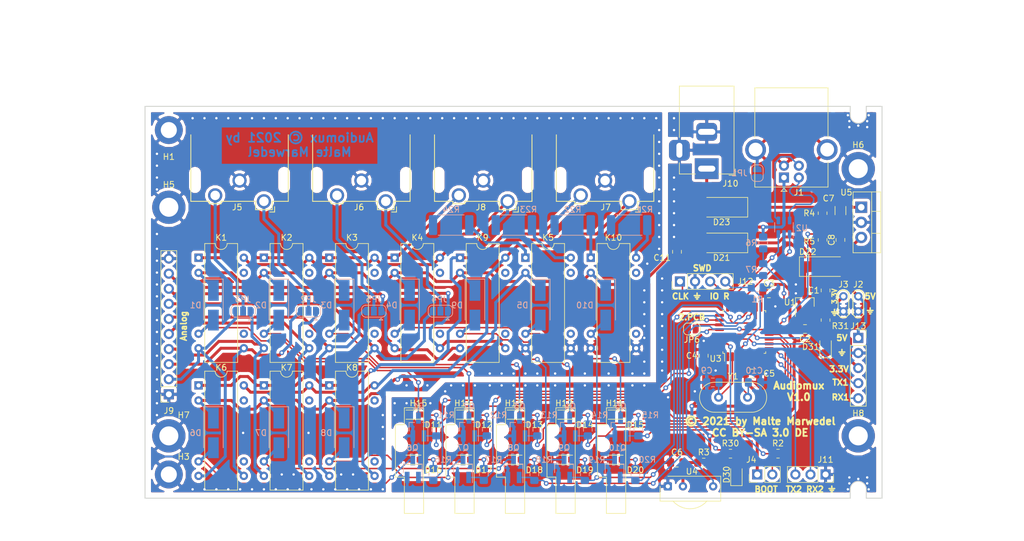
<source format=kicad_pcb>
(kicad_pcb (version 20171130) (host pcbnew 5.0.2+dfsg1-1)
  (title_block (title Audiomux) (date 2021-02-07) (rev 1.0) (company "Malte Marwedel") (comment 1 "CC-BY-SA DE 3.0"))
  (layers (0 F.Cu signal) (31 B.Cu signal) (34 B.Paste user) (35 F.Paste user) (36 B.SilkS user) (37 F.SilkS user) (38 B.Mask user) (39 F.Mask user) (44 Edge.Cuts user))
  (net 0 "")
  (net 1 +3V3)
  (net 2 GND)
  (net 3 +5V)
  (net 4 "Net-(Q9-Pad1)")
  (net 5 "Net-(D19-Pad2)")
  (net 6 "Net-(D31-Pad2)")
  (net 7 "Net-(D30-Pad2)")
  (net 8 "Net-(R30-Pad2)")
  (net 9 GNDA)
  (net 10 "Net-(D20-Pad2)")
  (net 11 "Net-(Q10-Pad1)")
  (net 12 "Net-(Q8-Pad1)")
  (net 13 "Net-(D18-Pad2)")
  (net 14 "Net-(D17-Pad2)")
  (net 15 "Net-(Q7-Pad1)")
  (net 16 "Net-(Q5-Pad1)")
  (net 17 "Net-(D15-Pad2)")
  (net 18 "Net-(D14-Pad2)")
  (net 19 "Net-(Q4-Pad1)")
  (net 20 "Net-(Q3-Pad1)")
  (net 21 "Net-(D13-Pad2)")
  (net 22 "Net-(D12-Pad2)")
  (net 23 "Net-(Q2-Pad1)")
  (net 24 "Net-(Q1-Pad1)")
  (net 25 "Net-(D11-Pad2)")
  (net 26 "Net-(J4-Pad2)")
  (net 27 "Net-(C6-Pad1)")
  (net 28 "Net-(R4-Pad1)")
  (net 29 "Net-(C7-Pad1)")
  (net 30 "Net-(Q6-Pad1)")
  (net 31 "Net-(D16-Pad2)")
  (net 32 /Ctrl7)
  (net 33 "Net-(J9-Pad5)")
  (net 34 "Net-(J9-Pad4)")
  (net 35 /Ctrl10)
  (net 36 /Ctrl4)
  (net 37 "Net-(J9-Pad9)")
  (net 38 "Net-(J9-Pad8)")
  (net 39 "Net-(J9-Pad6)")
  (net 40 "Net-(J9-Pad7)")
  (net 41 /Ctrl3)
  (net 42 /Ctrl2)
  (net 43 /Ctrl5)
  (net 44 /Ctrl6)
  (net 45 "Net-(J9-Pad3)")
  (net 46 "Net-(J9-Pad2)")
  (net 47 /Ctrl9)
  (net 48 /Ctrl8)
  (net 49 /Ctrl1)
  (net 50 "Net-(C8-Pad1)")
  (net 51 /USB_DM)
  (net 52 /USB_DP)
  (net 53 "Net-(J1-Pad3)")
  (net 54 "Net-(D21-Pad2)")
  (net 55 "Net-(J1-Pad2)")
  (net 56 /USART2_TX)
  (net 57 /USART2_RX)
  (net 58 /SWDIO)
  (net 59 /SWCLK)
  (net 60 "Net-(U3-Pad26)")
  (net 61 /USART1TX)
  (net 62 /USART1RX)
  (net 63 "Net-(J5-Pad1)")
  (net 64 "Net-(J5-Pad2)")
  (net 65 "Net-(J6-Pad2)")
  (net 66 "Net-(J6-Pad1)")
  (net 67 "Net-(D23-Pad2)")
  (net 68 "Net-(R6-Pad1)")
  (net 69 "Net-(JP6-Pad1)")
  (net 70 "Net-(C9-Pad1)")
  (net 71 "Net-(C10-Pad1)")
  (net 72 "Net-(J12-Pad4)")
  (net 73 /USB_Shield)
  (net 74 "Net-(K10-Pad14)")
  (net 75 "Net-(J7-Pad1)")
  (net 76 "Net-(J8-Pad2)")
  (net 77 "Net-(K5-Pad1)")
  (net 78 "Net-(K5-Pad14)")
  (net 79 "Net-(J8-Pad1)")
  (net 80 "Net-(J7-Pad2)")
  (net 81 "Net-(K10-Pad1)")
  (module Capacitor_SMD:C_1206_3216Metric_Pad1.33x1.80mm_HandSolder (layer F.Cu) (at 193 53.5625 270)
    (fp_text reference C7 (at -2.0625 2) (layer F.SilkS))
    (fp_text value 10µF)
    (pad 1 smd roundrect (at -1.5625 0 270) (size 1.325 1.8) (layers F.Cu F.Paste F.Mask) (roundrect_rratio 0.188679) (net 29 "Net-(C7-Pad1)"))
    (pad 2 smd roundrect (at 1.5625 0 270) (size 1.325 1.8) (layers F.Cu F.Paste F.Mask) (roundrect_rratio 0.188679) (net 2 GND))
  )
  (module Resistor_SMD:R_2512_6332Metric_Pad1.40x3.35mm_HandSolder (layer B.Cu) (at 127.5 56 180)
    (fp_text reference R24 (at 0 2.62 180) (layer B.SilkS) (effects (justify mirror)))
    (fp_text value 10Ω)
    (pad 2 smd roundrect (at 3.05 0 180) (size 1.4 3.35) (layers B.Cu B.Paste B.Mask) (roundrect_rratio 0.178571) (net 76 "Net-(J8-Pad2)"))
    (pad 1 smd roundrect (at -3.05 0 180) (size 1.4 3.35) (layers B.Cu B.Paste B.Mask) (roundrect_rratio 0.178571) (net 77 "Net-(K5-Pad1)"))
  )
  (module Resistor_SMD:R_2512_6332Metric_Pad1.40x3.35mm_HandSolder (layer B.Cu) (at 147.95 56 180)
    (fp_text reference R22 (at 0 2.62 180) (layer B.SilkS) (effects (justify mirror)))
    (fp_text value 10Ω)
    (pad 2 smd roundrect (at 3.05 0 180) (size 1.4 3.35) (layers B.Cu B.Paste B.Mask) (roundrect_rratio 0.178571) (net 80 "Net-(J7-Pad2)"))
    (pad 1 smd roundrect (at -3.05 0 180) (size 1.4 3.35) (layers B.Cu B.Paste B.Mask) (roundrect_rratio 0.178571) (net 81 "Net-(K10-Pad1)"))
  )
  (module Resistor_SMD:R_2512_6332Metric_Pad1.40x3.35mm_HandSolder (layer B.Cu) (at 138.05 56 180)
    (fp_text reference R23 (at -2.45 2.62 180) (layer B.SilkS) (effects (justify mirror)))
    (fp_text value 10Ω)
    (pad 2 smd roundrect (at 3.05 0 180) (size 1.4 3.35) (layers B.Cu B.Paste B.Mask) (roundrect_rratio 0.178571) (net 79 "Net-(J8-Pad1)"))
    (pad 1 smd roundrect (at -3.05 0 180) (size 1.4 3.35) (layers B.Cu B.Paste B.Mask) (roundrect_rratio 0.178571) (net 78 "Net-(K5-Pad14)"))
  )
  (module Resistor_SMD:R_2512_6332Metric_Pad1.40x3.35mm_HandSolder (layer B.Cu) (at 157.45 56 180)
    (fp_text reference R21 (at -2.55 2.62 180) (layer B.SilkS) (effects (justify mirror)))
    (fp_text value 10Ω)
    (pad 2 smd roundrect (at 3.05 0 180) (size 1.4 3.35) (layers B.Cu B.Paste B.Mask) (roundrect_rratio 0.178571) (net 75 "Net-(J7-Pad1)"))
    (pad 1 smd roundrect (at -3.05 0 180) (size 1.4 3.35) (layers B.Cu B.Paste B.Mask) (roundrect_rratio 0.178571) (net 74 "Net-(K10-Pad14)"))
  )
  (module LED_SMD:LED_miniPLCC_2315_Handsoldering (layer F.Cu) (at 129.8 87.9)
    (fp_text reference D12 (at 3.2 1.75) (layer F.SilkS))
    (fp_text value LED)
    (pad 2 smd rect (at 1 0 180) (size 1.2 1) (layers F.Cu F.Paste F.Mask) (net 22 "Net-(D12-Pad2)"))
    (pad 1 smd rect (at -1 0 180) (size 1.2 1) (layers F.Cu F.Paste F.Mask) (net 2 GND))
  )
  (module LED_SMD:LED_miniPLCC_2315_Handsoldering (layer F.Cu) (at 146.8 87.9)
    (fp_text reference D14 (at 3.2 1.75) (layer F.SilkS))
    (fp_text value LED)
    (pad 2 smd rect (at 1 0 180) (size 1.2 1) (layers F.Cu F.Paste F.Mask) (net 18 "Net-(D14-Pad2)"))
    (pad 1 smd rect (at -1 0 180) (size 1.2 1) (layers F.Cu F.Paste F.Mask) (net 2 GND))
  )
  (module LED_SMD:LED_miniPLCC_2315_Handsoldering (layer F.Cu) (at 155.3 87.9)
    (fp_text reference D15 (at 3.2 1.75) (layer F.SilkS))
    (fp_text value LED)
    (pad 2 smd rect (at 1 0 180) (size 1.2 1) (layers F.Cu F.Paste F.Mask) (net 17 "Net-(D15-Pad2)"))
    (pad 1 smd rect (at -1 0 180) (size 1.2 1) (layers F.Cu F.Paste F.Mask) (net 2 GND))
  )
  (module LED_SMD:LED_miniPLCC_2315_Handsoldering (layer F.Cu) (at 121.3 95.5)
    (fp_text reference D16 (at 3.2 1.75) (layer F.SilkS))
    (fp_text value LED)
    (pad 2 smd rect (at 1 0 180) (size 1.2 1) (layers F.Cu F.Paste F.Mask) (net 31 "Net-(D16-Pad2)"))
    (pad 1 smd rect (at -1 0 180) (size 1.2 1) (layers F.Cu F.Paste F.Mask) (net 2 GND))
  )
  (module LED_SMD:LED_miniPLCC_2315_Handsoldering (layer F.Cu) (at 138.3 87.9)
    (fp_text reference D13 (at 3.2 1.75) (layer F.SilkS))
    (fp_text value LED)
    (pad 2 smd rect (at 1 0 180) (size 1.2 1) (layers F.Cu F.Paste F.Mask) (net 21 "Net-(D13-Pad2)"))
    (pad 1 smd rect (at -1 0 180) (size 1.2 1) (layers F.Cu F.Paste F.Mask) (net 2 GND))
  )
  (module LED_SMD:LED_miniPLCC_2315_Handsoldering (layer F.Cu) (at 121.3 87.9)
    (fp_text reference D11 (at 3.2 1.75) (layer F.SilkS))
    (fp_text value LED)
    (pad 2 smd rect (at 1 0 180) (size 1.2 1) (layers F.Cu F.Paste F.Mask) (net 25 "Net-(D11-Pad2)"))
    (pad 1 smd rect (at -1 0 180) (size 1.2 1) (layers F.Cu F.Paste F.Mask) (net 2 GND))
  )
  (module LED_SMD:LED_miniPLCC_2315_Handsoldering (layer F.Cu) (at 129.8 95.5)
    (fp_text reference D17 (at 3.2 1.75) (layer F.SilkS))
    (fp_text value LED)
    (pad 2 smd rect (at 1 0 180) (size 1.2 1) (layers F.Cu F.Paste F.Mask) (net 14 "Net-(D17-Pad2)"))
    (pad 1 smd rect (at -1 0 180) (size 1.2 1) (layers F.Cu F.Paste F.Mask) (net 2 GND))
  )
  (module LED_SMD:LED_miniPLCC_2315_Handsoldering (layer F.Cu) (at 138.3 95.5)
    (fp_text reference D18 (at 3.2 1.75) (layer F.SilkS))
    (fp_text value LED)
    (pad 2 smd rect (at 1 0 180) (size 1.2 1) (layers F.Cu F.Paste F.Mask) (net 13 "Net-(D18-Pad2)"))
    (pad 1 smd rect (at -1 0 180) (size 1.2 1) (layers F.Cu F.Paste F.Mask) (net 2 GND))
  )
  (module LED_SMD:LED_miniPLCC_2315_Handsoldering (layer F.Cu) (at 146.8 95.5)
    (fp_text reference D19 (at 3.2 1.75) (layer F.SilkS))
    (fp_text value LED)
    (pad 2 smd rect (at 1 0 180) (size 1.2 1) (layers F.Cu F.Paste F.Mask) (net 5 "Net-(D19-Pad2)"))
    (pad 1 smd rect (at -1 0 180) (size 1.2 1) (layers F.Cu F.Paste F.Mask) (net 2 GND))
  )
  (module LED_SMD:LED_miniPLCC_2315_Handsoldering (layer F.Cu) (at 155.3 95.5)
    (fp_text reference D20 (at 3.2 1.75) (layer F.SilkS))
    (fp_text value LED)
    (pad 2 smd rect (at 1 0 180) (size 1.2 1) (layers F.Cu F.Paste F.Mask) (net 10 "Net-(D20-Pad2)"))
    (pad 1 smd rect (at -1 0 180) (size 1.2 1) (layers F.Cu F.Paste F.Mask) (net 2 GND))
  )
  (module Package_TO_SOT_SMD:SOT-23_Handsoldering (layer B.Cu) (at 122 90 90)
    (fp_text reference Q1 (at 3.5 0 180) (layer B.SilkS) (effects (justify mirror)))
    (fp_text value BSS138)
    (pad 3 smd rect (at 1.5 0 90) (size 1.9 0.8) (layers B.Cu B.Paste B.Mask) (net 49 /Ctrl1))
    (pad 2 smd rect (at -1.5 -0.95 90) (size 1.9 0.8) (layers B.Cu B.Paste B.Mask) (net 2 GND))
    (pad 1 smd rect (at -1.5 0.95 90) (size 1.9 0.8) (layers B.Cu B.Paste B.Mask) (net 24 "Net-(Q1-Pad1)"))
  )
  (module Connector_PinHeader_2.54mm:PinHeader_1x04_P2.54mm_Vertical (layer F.Cu) (at 166 65.5 90)
    (fp_text reference J12 (at 0 11 180) (layer F.SilkS))
    (fp_text value Conn_01x04_Male)
    (pad 4 thru_hole oval (at 0 7.62 90) (size 1.7 1.7) (drill 1) (layers *.Cu *.Mask) (net 72 "Net-(J12-Pad4)"))
    (pad 3 thru_hole oval (at 0 5.08 90) (size 1.7 1.7) (drill 1) (layers *.Cu *.Mask) (net 58 /SWDIO))
    (pad 2 thru_hole oval (at 0 2.54 90) (size 1.7 1.7) (drill 1) (layers *.Cu *.Mask) (net 2 GND))
    (pad 1 thru_hole rect (at 0 0 90) (size 1.7 1.7) (drill 1) (layers *.Cu *.Mask) (net 59 /SWCLK))
  )
  (module Capacitor_SMD:C_0805_2012Metric_Pad1.18x1.45mm_HandSolder (layer F.Cu) (at 165.5 60.5 90)
    (fp_text reference C11 (at -1 -2.5 180) (layer F.SilkS))
    (fp_text value 100nF)
    (pad 2 smd roundrect (at 1.0375 0 90) (size 1.175 1.45) (layers F.Cu F.Paste F.Mask) (roundrect_rratio 0.212766) (net 2 GND))
    (pad 1 smd roundrect (at -1.0375 0 90) (size 1.175 1.45) (layers F.Cu F.Paste F.Mask) (roundrect_rratio 0.212766) (net 3 +5V))
  )
  (module Capacitor_SMD:C_0805_2012Metric_Pad1.18x1.45mm_HandSolder (layer B.Cu) (at 178.5375 82.5)
    (fp_text reference C10 (at -0.0375 -2) (layer B.SilkS) (effects (justify mirror)))
    (fp_text value 22pF)
    (pad 2 smd roundrect (at 1.0375 0) (size 1.175 1.45) (layers B.Cu B.Paste B.Mask) (roundrect_rratio 0.212766) (net 2 GND))
    (pad 1 smd roundrect (at -1.0375 0) (size 1.175 1.45) (layers B.Cu B.Paste B.Mask) (roundrect_rratio 0.212766) (net 71 "Net-(C10-Pad1)"))
  )
  (module Capacitor_SMD:C_0805_2012Metric_Pad1.18x1.45mm_HandSolder (layer B.Cu) (at 171.5375 82.5 180)
    (fp_text reference C9 (at 1.0375 2 180) (layer B.SilkS) (effects (justify mirror)))
    (fp_text value 22pF)
    (pad 2 smd roundrect (at 1.0375 0 180) (size 1.175 1.45) (layers B.Cu B.Paste B.Mask) (roundrect_rratio 0.212766) (net 2 GND))
    (pad 1 smd roundrect (at -1.0375 0 180) (size 1.175 1.45) (layers B.Cu B.Paste B.Mask) (roundrect_rratio 0.212766) (net 70 "Net-(C9-Pad1)"))
  )
  (module Crystal:Crystal_HC49-U_Vertical (layer F.Cu) (at 172.5 85)
    (fp_text reference Y1 (at 2.44 -3.525) (layer F.SilkS))
    (fp_text value 8MHz)
    (pad 2 thru_hole circle (at 4.88 0) (size 1.5 1.5) (drill 0.8) (layers *.Cu *.Mask) (net 71 "Net-(C10-Pad1)"))
    (pad 1 thru_hole circle (at 0 0) (size 1.5 1.5) (drill 0.8) (layers *.Cu *.Mask) (net 70 "Net-(C9-Pad1)"))
  )
  (module Package_TO_SOT_SMD:SOT-23_Handsoldering (layer F.Cu) (at 187 69 90)
    (fp_text reference U1 (at 0 -2.5 180) (layer F.SilkS))
    (fp_text value MCP1754S-3302E_SOT23)
    (pad 3 smd rect (at 1.5 0 90) (size 1.9 0.8) (layers F.Cu F.Paste F.Mask) (net 3 +5V))
    (pad 2 smd rect (at -1.5 0.95 90) (size 1.9 0.8) (layers F.Cu F.Paste F.Mask) (net 1 +3V3))
    (pad 1 smd rect (at -1.5 -0.95 90) (size 1.9 0.8) (layers F.Cu F.Paste F.Mask) (net 2 GND))
  )
  (module OptoDevice:Vishay_CAST-3Pin (layer F.Cu) (at 163.96 100)
    (fp_text reference U4 (at 4.04 -2.5) (layer F.SilkS))
    (fp_text value TSOP31236)
    (pad 3 thru_hole circle (at 7.62 0) (size 1.4 1.4) (drill 0.7) (layers *.Cu *.Mask) (net 60 "Net-(U3-Pad26)"))
    (pad 2 thru_hole circle (at 2.54 0) (size 1.4 1.4) (drill 0.7) (layers *.Cu *.Mask) (net 27 "Net-(C6-Pad1)"))
    (pad 1 thru_hole roundrect (at 0 0) (size 1.4 1.4) (drill 0.7) (layers *.Cu *.Mask) (roundrect_rratio 0.178) (net 2 GND))
  )
  (module Resistor_SMD:R_0805_2012Metric_Pad1.20x1.40mm_HandSolder (layer B.Cu) (at 180 59 90)
    (fp_text reference R6 (at 0 -2 180) (layer B.SilkS) (effects (justify mirror)))
    (fp_text value 100kΩ)
    (pad 2 smd roundrect (at 1 0 90) (size 1.2 1.4) (layers B.Cu B.Paste B.Mask) (roundrect_rratio 0.208333) (net 54 "Net-(D21-Pad2)"))
    (pad 1 smd roundrect (at -1 0 90) (size 1.2 1.4) (layers B.Cu B.Paste B.Mask) (roundrect_rratio 0.208333) (net 68 "Net-(R6-Pad1)"))
  )
  (module Resistor_SMD:R_0805_2012Metric_Pad1.20x1.40mm_HandSolder (layer B.Cu) (at 180 63.5 90)
    (fp_text reference R7 (at 0 -2 180) (layer B.SilkS) (effects (justify mirror)))
    (fp_text value 10kΩ)
    (pad 2 smd roundrect (at 1 0 90) (size 1.2 1.4) (layers B.Cu B.Paste B.Mask) (roundrect_rratio 0.208333) (net 68 "Net-(R6-Pad1)"))
    (pad 1 smd roundrect (at -1 0 90) (size 1.2 1.4) (layers B.Cu B.Paste B.Mask) (roundrect_rratio 0.208333) (net 2 GND))
  )
  (module MountingHole:MountingHole_3.2mm_M3_DIN965_Pad (layer F.Cu) (at 80 53)
    (fp_text reference H5 (at 0 -3.8) (layer F.SilkS))
    (fp_text value MountingHole_Pad)
    (pad 1 thru_hole circle (at 0 0) (size 5.6 5.6) (drill 3.2) (layers *.Cu *.Mask) (net 9 GNDA))
  )
  (module MountingHole:MountingHole_3.2mm_M3_DIN965_Pad (layer F.Cu) (at 196 46.5)
    (fp_text reference H6 (at 0 -4) (layer F.SilkS))
    (fp_text value MountingHole_Pad)
    (pad 1 thru_hole circle (at 0 0) (size 5.6 5.6) (drill 3.2) (layers *.Cu *.Mask) (net 2 GND))
  )
  (module MountingHole:MountingHole_3.2mm_M3_DIN965_Pad (layer F.Cu) (at 80 91.5)
    (fp_text reference H7 (at 2.5 -3.5) (layer F.SilkS))
    (fp_text value MountingHole_Pad)
    (pad 1 thru_hole circle (at 0 0) (size 5.6 5.6) (drill 3.2) (layers *.Cu *.Mask) (net 9 GNDA))
  )
  (module MountingHole:MountingHole_3.2mm_M3_DIN965_Pad (layer F.Cu) (at 196 91.5)
    (fp_text reference H8 (at 0 -3.8) (layer F.SilkS))
    (fp_text value MountingHole_Pad)
    (pad 1 thru_hole circle (at 0 0) (size 5.6 5.6) (drill 3.2) (layers *.Cu *.Mask) (net 2 GND))
  )
  (module OptoDevice:Lightpipe_LPF-C012303S (layer F.Cu) (at 153 93)
    (fp_text reference H11 (at 2 -7) (layer F.SilkS))
    (fp_text value LightPipe)
    (pad "" np_thru_hole circle (at 0 -2.54) (size 1.5 1.5) (drill 1.5) (layers *.Cu *.Mask))
    (pad "" np_thru_hole circle (at 0 0) (size 1.5 1.5) (drill 1.5) (layers *.Cu *.Mask))
  )
  (module OptoDevice:Lightpipe_LPF-C012303S (layer F.Cu) (at 144.5 93)
    (fp_text reference H12 (at 2 -7) (layer F.SilkS))
    (fp_text value LightPipe)
    (pad "" np_thru_hole circle (at 0 -2.54) (size 1.5 1.5) (drill 1.5) (layers *.Cu *.Mask))
    (pad "" np_thru_hole circle (at 0 0) (size 1.5 1.5) (drill 1.5) (layers *.Cu *.Mask))
  )
  (module OptoDevice:Lightpipe_LPF-C012303S (layer F.Cu) (at 136 93)
    (fp_text reference H13 (at 2 -7) (layer F.SilkS))
    (fp_text value LightPipe)
    (pad "" np_thru_hole circle (at 0 -2.54) (size 1.5 1.5) (drill 1.5) (layers *.Cu *.Mask))
    (pad "" np_thru_hole circle (at 0 0) (size 1.5 1.5) (drill 1.5) (layers *.Cu *.Mask))
  )
  (module OptoDevice:Lightpipe_LPF-C012303S (layer F.Cu) (at 127.5 93)
    (fp_text reference H14 (at 2 -7) (layer F.SilkS))
    (fp_text value LightPipe)
    (pad "" np_thru_hole circle (at 0 -2.54) (size 1.5 1.5) (drill 1.5) (layers *.Cu *.Mask))
    (pad "" np_thru_hole circle (at 0 0) (size 1.5 1.5) (drill 1.5) (layers *.Cu *.Mask))
  )
  (module OptoDevice:Lightpipe_LPF-C012303S (layer F.Cu) (at 119 93)
    (fp_text reference H15 (at 3 -7) (layer F.SilkS))
    (fp_text value LightPipe)
    (pad "" np_thru_hole circle (at 0 -2.54) (size 1.5 1.5) (drill 1.5) (layers *.Cu *.Mask))
    (pad "" np_thru_hole circle (at 0 0) (size 1.5 1.5) (drill 1.5) (layers *.Cu *.Mask))
  )
  (module MountingHole:MountingHole_2.7mm_M2.5_DIN965_Pad (layer F.Cu) (at 80 40)
    (fp_text reference H1 (at 0 4.5) (layer F.SilkS))
    (fp_text value MountingHole_Pad)
    (pad 1 thru_hole circle (at 0 0) (size 4.7 4.7) (drill 2.7) (layers *.Cu *.Mask) (net 9 GNDA))
  )
  (module MountingHole:MountingHole_2.7mm_M2.5_DIN965_Pad (layer F.Cu) (at 80 98)
    (fp_text reference H3 (at 2.5 -3) (layer F.SilkS))
    (fp_text value MountingHole_Pad)
    (pad 1 thru_hole circle (at 0 0) (size 4.7 4.7) (drill 2.7) (layers *.Cu *.Mask) (net 9 GNDA))
  )
  (module Connector_PinHeader_2.54mm:PinHeader_1x02_P2.54mm_Vertical (layer F.Cu) (at 179 98 90)
    (fp_text reference J4 (at 2.5 -1 180) (layer F.SilkS))
    (fp_text value Conn_01x02_Male)
    (pad 2 thru_hole oval (at 0 2.54 90) (size 1.7 1.7) (drill 1) (layers *.Cu *.Mask) (net 26 "Net-(J4-Pad2)"))
    (pad 1 thru_hole rect (at 0 0 90) (size 1.7 1.7) (drill 1) (layers *.Cu *.Mask) (net 1 +3V3))
  )
  (module Capacitor_SMD:C_0805_2012Metric_Pad1.18x1.45mm_HandSolder (layer F.Cu) (at 187.0375 73.5 180)
    (fp_text reference C2 (at 0 -1.68 180) (layer F.SilkS))
    (fp_text value 10µF)
    (pad 2 smd roundrect (at 1.0375 0 180) (size 1.175 1.45) (layers F.Cu F.Paste F.Mask) (roundrect_rratio 0.212766) (net 2 GND))
    (pad 1 smd roundrect (at -1.0375 0 180) (size 1.175 1.45) (layers F.Cu F.Paste F.Mask) (roundrect_rratio 0.212766) (net 1 +3V3))
  )
  (module Capacitor_SMD:C_0805_2012Metric_Pad1.18x1.45mm_HandSolder (layer F.Cu) (at 180.9625 67.5)
    (fp_text reference C3 (at 0.0375 -1.68) (layer F.SilkS))
    (fp_text value 100nF)
    (pad 2 smd roundrect (at 1.0375 0) (size 1.175 1.45) (layers F.Cu F.Paste F.Mask) (roundrect_rratio 0.212766) (net 2 GND))
    (pad 1 smd roundrect (at -1.0375 0) (size 1.175 1.45) (layers F.Cu F.Paste F.Mask) (roundrect_rratio 0.212766) (net 1 +3V3))
  )
  (module Capacitor_SMD:C_0805_2012Metric_Pad1.18x1.45mm_HandSolder (layer F.Cu) (at 170 78 90)
    (fp_text reference C4 (at 0 -2 180) (layer F.SilkS))
    (fp_text value 100nF)
    (pad 2 smd roundrect (at 1.0375 0 90) (size 1.175 1.45) (layers F.Cu F.Paste F.Mask) (roundrect_rratio 0.212766) (net 2 GND))
    (pad 1 smd roundrect (at -1.0375 0 90) (size 1.175 1.45) (layers F.Cu F.Paste F.Mask) (roundrect_rratio 0.212766) (net 1 +3V3))
  )
  (module Capacitor_SMD:C_0805_2012Metric_Pad1.18x1.45mm_HandSolder (layer F.Cu) (at 178.0375 81)
    (fp_text reference C5 (at 2.9625 0) (layer F.SilkS))
    (fp_text value 100nF)
    (pad 2 smd roundrect (at 1.0375 0) (size 1.175 1.45) (layers F.Cu F.Paste F.Mask) (roundrect_rratio 0.212766) (net 2 GND))
    (pad 1 smd roundrect (at -1.0375 0) (size 1.175 1.45) (layers F.Cu F.Paste F.Mask) (roundrect_rratio 0.212766) (net 1 +3V3))
  )
  (module Capacitor_SMD:C_0805_2012Metric_Pad1.18x1.45mm_HandSolder (layer F.Cu) (at 165.4625 96 180)
    (fp_text reference C6 (at -0.0375 1.75 180) (layer F.SilkS))
    (fp_text value 4.7µF)
    (pad 2 smd roundrect (at 1.0375 0 180) (size 1.175 1.45) (layers F.Cu F.Paste F.Mask) (roundrect_rratio 0.212766) (net 2 GND))
    (pad 1 smd roundrect (at -1.0375 0 180) (size 1.175 1.45) (layers F.Cu F.Paste F.Mask) (roundrect_rratio 0.212766) (net 27 "Net-(C6-Pad1)"))
  )
  (module Capacitor_SMD:C_0805_2012Metric_Pad1.18x1.45mm_HandSolder (layer F.Cu) (at 193 58.5 90)
    (fp_text reference C8 (at 0 -1.5 270) (layer F.SilkS))
    (fp_text value 10µF)
    (pad 2 smd roundrect (at 1.0375 0 90) (size 1.175 1.45) (layers F.Cu F.Paste F.Mask) (roundrect_rratio 0.212766) (net 2 GND))
    (pad 1 smd roundrect (at -1.0375 0 90) (size 1.175 1.45) (layers F.Cu F.Paste F.Mask) (roundrect_rratio 0.212766) (net 50 "Net-(C8-Pad1)"))
  )
  (module Capacitor_SMD:C_0805_2012Metric_Pad1.18x1.45mm_HandSolder (layer F.Cu) (at 190.5 67 90)
    (fp_text reference C1 (at 0 -2 180) (layer F.SilkS))
    (fp_text value 10µF)
    (pad 2 smd roundrect (at 1.0375 0 90) (size 1.175 1.45) (layers F.Cu F.Paste F.Mask) (roundrect_rratio 0.212766) (net 2 GND))
    (pad 1 smd roundrect (at -1.0375 0 90) (size 1.175 1.45) (layers F.Cu F.Paste F.Mask) (roundrect_rratio 0.212766) (net 3 +5V))
  )
  (module Connector_PinSocket_2.54mm:PinSocket_1x03_P2.54mm_Vertical (layer F.Cu) (at 190.5 98 270)
    (fp_text reference J11 (at -2.5 0 180) (layer F.SilkS))
    (fp_text value Conn_01x03_Female)
    (pad 3 thru_hole oval (at 0 5.08 270) (size 1.7 1.7) (drill 1) (layers *.Cu *.Mask) (net 56 /USART2_TX))
    (pad 2 thru_hole oval (at 0 2.54 270) (size 1.7 1.7) (drill 1) (layers *.Cu *.Mask) (net 57 /USART2_RX))
    (pad 1 thru_hole rect (at 0 0 270) (size 1.7 1.7) (drill 1) (layers *.Cu *.Mask) (net 2 GND))
  )
  (module Connector_PinSocket_2.54mm:PinSocket_1x05_P2.54mm_Vertical (layer F.Cu) (at 196 75)
    (fp_text reference J13 (at 0 -2) (layer F.SilkS))
    (fp_text value Conn_01x05_Female)
    (pad 5 thru_hole oval (at 0 10.16) (size 1.7 1.7) (drill 1) (layers *.Cu *.Mask) (net 62 /USART1RX))
    (pad 4 thru_hole oval (at 0 7.62) (size 1.7 1.7) (drill 1) (layers *.Cu *.Mask) (net 61 /USART1TX))
    (pad 3 thru_hole oval (at 0 5.08) (size 1.7 1.7) (drill 1) (layers *.Cu *.Mask) (net 1 +3V3))
    (pad 2 thru_hole oval (at 0 2.54) (size 1.7 1.7) (drill 1) (layers *.Cu *.Mask) (net 2 GND))
    (pad 1 thru_hole rect (at 0 0) (size 1.7 1.7) (drill 1) (layers *.Cu *.Mask) (net 3 +5V))
  )
  (module Connector_PinSocket_2.54mm:PinSocket_1x10_P2.54mm_Vertical (layer F.Cu) (at 80 84.5 180)
    (fp_text reference J9 (at 0 -2.77 180) (layer F.SilkS))
    (fp_text value Conn_01x10_Female)
    (pad 10 thru_hole oval (at 0 22.86 180) (size 1.7 1.7) (drill 1) (layers *.Cu *.Mask) (net 9 GNDA))
    (pad 9 thru_hole oval (at 0 20.32 180) (size 1.7 1.7) (drill 1) (layers *.Cu *.Mask) (net 37 "Net-(J9-Pad9)"))
    (pad 8 thru_hole oval (at 0 17.78 180) (size 1.7 1.7) (drill 1) (layers *.Cu *.Mask) (net 38 "Net-(J9-Pad8)"))
    (pad 7 thru_hole oval (at 0 15.24 180) (size 1.7 1.7) (drill 1) (layers *.Cu *.Mask) (net 40 "Net-(J9-Pad7)"))
    (pad 6 thru_hole oval (at 0 12.7 180) (size 1.7 1.7) (drill 1) (layers *.Cu *.Mask) (net 39 "Net-(J9-Pad6)"))
    (pad 5 thru_hole oval (at 0 10.16 180) (size 1.7 1.7) (drill 1) (layers *.Cu *.Mask) (net 33 "Net-(J9-Pad5)"))
    (pad 4 thru_hole oval (at 0 7.62 180) (size 1.7 1.7) (drill 1) (layers *.Cu *.Mask) (net 34 "Net-(J9-Pad4)"))
    (pad 3 thru_hole oval (at 0 5.08 180) (size 1.7 1.7) (drill 1) (layers *.Cu *.Mask) (net 45 "Net-(J9-Pad3)"))
    (pad 2 thru_hole oval (at 0 2.54 180) (size 1.7 1.7) (drill 1) (layers *.Cu *.Mask) (net 46 "Net-(J9-Pad2)"))
    (pad 1 thru_hole rect (at 0 0 180) (size 1.7 1.7) (drill 1) (layers *.Cu *.Mask) (net 9 GNDA))
  )
  (module Connector_USB:USB_B_OST_USB-B1HSxx_Horizontal (layer F.Cu) (at 183.5 48 90)
    (fp_text reference J1 (at -2.5 2.5 180) (layer F.SilkS))
    (fp_text value USB_B)
    (pad 5 thru_hole circle (at 4.71 7.27 90) (size 3.5 3.5) (drill 2.33) (layers *.Cu *.Mask) (net 73 /USB_Shield))
    (pad 5 thru_hole circle (at 4.71 -4.77 90) (size 3.5 3.5) (drill 2.33) (layers *.Cu *.Mask) (net 73 /USB_Shield))
    (pad 4 thru_hole circle (at 2 0 90) (size 1.7 1.7) (drill 0.92) (layers *.Cu *.Mask) (net 2 GND))
    (pad 3 thru_hole circle (at 2 2.5 90) (size 1.7 1.7) (drill 0.92) (layers *.Cu *.Mask) (net 53 "Net-(J1-Pad3)"))
    (pad 2 thru_hole circle (at 0 2.5 90) (size 1.7 1.7) (drill 0.92) (layers *.Cu *.Mask) (net 55 "Net-(J1-Pad2)"))
    (pad 1 thru_hole rect (at 0 0 90) (size 1.7 1.7) (drill 0.92) (layers *.Cu *.Mask) (net 54 "Net-(D21-Pad2)"))
  )
  (module Diode_SMD:D_SMA_Handsoldering (layer B.Cu) (at 87.5 91 270)
    (fp_text reference D6 (at 0 3) (layer B.SilkS) (effects (justify mirror)))
    (fp_text value SK14)
    (pad 2 smd rect (at 2.5 0 270) (size 3.5 1.8) (layers B.Cu B.Paste B.Mask) (net 44 /Ctrl6))
    (pad 1 smd rect (at -2.5 0 270) (size 3.5 1.8) (layers B.Cu B.Paste B.Mask) (net 3 +5V))
  )
  (module Diode_SMD:D_SMA_Handsoldering (layer B.Cu) (at 98.5 91 270)
    (fp_text reference D7 (at 0 3) (layer B.SilkS) (effects (justify mirror)))
    (fp_text value SK14)
    (pad 2 smd rect (at 2.5 0 270) (size 3.5 1.8) (layers B.Cu B.Paste B.Mask) (net 32 /Ctrl7))
    (pad 1 smd rect (at -2.5 0 270) (size 3.5 1.8) (layers B.Cu B.Paste B.Mask) (net 3 +5V))
  )
  (module Diode_SMD:D_SMA_Handsoldering (layer B.Cu) (at 87.5 69.5 270)
    (fp_text reference D1 (at 0 3) (layer B.SilkS) (effects (justify mirror)))
    (fp_text value SK14)
    (pad 2 smd rect (at 2.5 0 270) (size 3.5 1.8) (layers B.Cu B.Paste B.Mask) (net 49 /Ctrl1))
    (pad 1 smd rect (at -2.5 0 270) (size 3.5 1.8) (layers B.Cu B.Paste B.Mask) (net 3 +5V))
  )
  (module Diode_SMD:D_SMA_Handsoldering (layer B.Cu) (at 98.5 69.5 270)
    (fp_text reference D2 (at 0 3) (layer B.SilkS) (effects (justify mirror)))
    (fp_text value SK14)
    (pad 2 smd rect (at 2.5 0 270) (size 3.5 1.8) (layers B.Cu B.Paste B.Mask) (net 42 /Ctrl2))
    (pad 1 smd rect (at -2.5 0 270) (size 3.5 1.8) (layers B.Cu B.Paste B.Mask) (net 3 +5V))
  )
  (module Diode_SMD:D_SMA_Handsoldering (layer B.Cu) (at 109.5 69.5 270)
    (fp_text reference D3 (at 0 3) (layer B.SilkS) (effects (justify mirror)))
    (fp_text value SK14)
    (pad 2 smd rect (at 2.5 0 270) (size 3.5 1.8) (layers B.Cu B.Paste B.Mask) (net 41 /Ctrl3))
    (pad 1 smd rect (at -2.5 0 270) (size 3.5 1.8) (layers B.Cu B.Paste B.Mask) (net 3 +5V))
  )
  (module Diode_SMD:D_SMA_Handsoldering (layer B.Cu) (at 120.5 69.5 270)
    (fp_text reference D4 (at 0 3) (layer B.SilkS) (effects (justify mirror)))
    (fp_text value SK14)
    (pad 2 smd rect (at 2.5 0 270) (size 3.5 1.8) (layers B.Cu B.Paste B.Mask) (net 36 /Ctrl4))
    (pad 1 smd rect (at -2.5 0 270) (size 3.5 1.8) (layers B.Cu B.Paste B.Mask) (net 3 +5V))
  )
  (module Diode_SMD:D_SMA_Handsoldering (layer B.Cu) (at 109.5 91 270)
    (fp_text reference D8 (at 0 3) (layer B.SilkS) (effects (justify mirror)))
    (fp_text value SK14)
    (pad 2 smd rect (at 2.5 0 270) (size 3.5 1.8) (layers B.Cu B.Paste B.Mask) (net 48 /Ctrl8))
    (pad 1 smd rect (at -2.5 0 270) (size 3.5 1.8) (layers B.Cu B.Paste B.Mask) (net 3 +5V))
  )
  (module Diode_SMD:D_SMA_Handsoldering (layer B.Cu) (at 142.5 69.5 270)
    (fp_text reference D5 (at 0 3) (layer B.SilkS) (effects (justify mirror)))
    (fp_text value SK14)
    (pad 2 smd rect (at 2.5 0 270) (size 3.5 1.8) (layers B.Cu B.Paste B.Mask) (net 43 /Ctrl5))
    (pad 1 smd rect (at -2.5 0 270) (size 3.5 1.8) (layers B.Cu B.Paste B.Mask) (net 3 +5V))
  )
  (module Diode_SMD:D_SMA_Handsoldering (layer B.Cu) (at 131.5 69.5 270)
    (fp_text reference D9 (at 0 3) (layer B.SilkS) (effects (justify mirror)))
    (fp_text value SK14)
    (pad 2 smd rect (at 2.5 0 270) (size 3.5 1.8) (layers B.Cu B.Paste B.Mask) (net 47 /Ctrl9))
    (pad 1 smd rect (at -2.5 0 270) (size 3.5 1.8) (layers B.Cu B.Paste B.Mask) (net 3 +5V))
  )
  (module Diode_SMD:D_SMA_Handsoldering (layer B.Cu) (at 153.5 69.5 270)
    (fp_text reference D10 (at 0 3.5) (layer B.SilkS) (effects (justify mirror)))
    (fp_text value SK14)
    (pad 2 smd rect (at 2.5 0 270) (size 3.5 1.8) (layers B.Cu B.Paste B.Mask) (net 35 /Ctrl10))
    (pad 1 smd rect (at -2.5 0 270) (size 3.5 1.8) (layers B.Cu B.Paste B.Mask) (net 3 +5V))
  )
  (module Diode_SMD:D_SMA_Handsoldering (layer F.Cu) (at 190.5 63)
    (fp_text reference D22 (at -3 -2.5) (layer F.SilkS))
    (fp_text value SK14)
    (pad 2 smd rect (at 2.5 0) (size 3.5 1.8) (layers F.Cu F.Paste F.Mask) (net 50 "Net-(C8-Pad1)"))
    (pad 1 smd rect (at -2.5 0) (size 3.5 1.8) (layers F.Cu F.Paste F.Mask) (net 3 +5V))
  )
  (module Diode_SMD:D_SMA_Handsoldering (layer F.Cu) (at 173 53 180)
    (fp_text reference D23 (at 0 -2.5 180) (layer F.SilkS))
    (fp_text value SK14)
    (pad 2 smd rect (at 2.5 0 180) (size 3.5 1.8) (layers F.Cu F.Paste F.Mask) (net 67 "Net-(D23-Pad2)"))
    (pad 1 smd rect (at -2.5 0 180) (size 3.5 1.8) (layers F.Cu F.Paste F.Mask) (net 29 "Net-(C7-Pad1)"))
  )
  (module Diode_SMD:D_SMA_Handsoldering (layer F.Cu) (at 173 59 180)
    (fp_text reference D21 (at 0 -2.5 180) (layer F.SilkS))
    (fp_text value SK14)
    (pad 2 smd rect (at 2.5 0 180) (size 3.5 1.8) (layers F.Cu F.Paste F.Mask) (net 54 "Net-(D21-Pad2)"))
    (pad 1 smd rect (at -2.5 0 180) (size 3.5 1.8) (layers F.Cu F.Paste F.Mask) (net 3 +5V))
  )
  (module Jumper:SolderJumper-2_P1.3mm_Open_RoundedPad1.0x1.5mm (layer F.Cu) (at 168 73.5 180)
    (fp_text reference JP6 (at 0 -1.8 180) (layer F.SilkS))
    (fp_text value SolderJumper_2_Open)
    (pad 2 smd custom (at 0.65 0 180) (size 1 0.5) (layers F.Cu F.Mask) (net 2 GND) (options (clearance outline) (anchor rect)) (primitives (gr_circle (center 0 0.25) (end 0.5 0.25) (width 0)) (gr_circle (center 0 -0.25) (end 0.5 -0.25) (width 0)) (gr_poly (pts (xy 0 -0.75) (xy -0.5 -0.75) (xy -0.5 0.75) (xy 0 0.75)) (width 0))))
    (pad 1 smd custom (at -0.65 0 180) (size 1 0.5) (layers F.Cu F.Mask) (net 69 "Net-(JP6-Pad1)") (options (clearance outline) (anchor rect)) (primitives (gr_circle (center 0 0.25) (end 0.5 0.25) (width 0)) (gr_circle (center 0 -0.25) (end 0.5 -0.25) (width 0)) (gr_poly (pts (xy 0 -0.75) (xy 0.5 -0.75) (xy 0.5 0.75) (xy 0 0.75)) (width 0))))
  )
  (module Jumper:SolderJumper-2_P1.3mm_Open_RoundedPad1.0x1.5mm (layer B.Cu) (at 179 47.25 270)
    (fp_text reference JP1 (at 0 3) (layer B.SilkS) (effects (justify mirror)))
    (fp_text value SolderJumper_2_Open)
    (pad 2 smd custom (at 0.65 0 270) (size 1 0.5) (layers B.Cu B.Mask) (net 2 GND) (options (clearance outline) (anchor rect)) (primitives (gr_circle (center 0 -0.25) (end 0.5 -0.25) (width 0)) (gr_circle (center 0 0.25) (end 0.5 0.25) (width 0)) (gr_poly (pts (xy 0 0.75) (xy -0.5 0.75) (xy -0.5 -0.75) (xy 0 -0.75)) (width 0))))
    (pad 1 smd custom (at -0.65 0 270) (size 1 0.5) (layers B.Cu B.Mask) (net 73 /USB_Shield) (options (clearance outline) (anchor rect)) (primitives (gr_circle (center 0 -0.25) (end 0.5 -0.25) (width 0)) (gr_circle (center 0 0.25) (end 0.5 0.25) (width 0)) (gr_poly (pts (xy 0 0.75) (xy 0.5 0.75) (xy 0.5 -0.75) (xy 0 -0.75)) (width 0))))
  )
  (module Jumper:SolderJumper-3_P1.3mm_Open_RoundedPad1.0x1.5mm (layer B.Cu) (at 103.5 70.5 180)
    (fp_text reference JP2 (at 0 2 180) (layer B.SilkS) (effects (justify mirror)))
    (fp_text value SolderJumper_3_Open)
    (pad 2 smd rect (at 0 0 180) (size 1 1.5) (layers B.Cu B.Mask) (net 63 "Net-(J5-Pad1)"))
    (pad 3 smd custom (at 1.3 0 180) (size 1 0.5) (layers B.Cu B.Mask) (net 45 "Net-(J9-Pad3)") (options (clearance outline) (anchor rect)) (primitives (gr_circle (center 0 -0.25) (end 0.5 -0.25) (width 0)) (gr_circle (center 0 0.25) (end 0.5 0.25) (width 0)) (gr_poly (pts (xy -0.55 0.75) (xy 0 0.75) (xy 0 -0.75) (xy -0.55 -0.75)) (width 0))))
    (pad 1 smd custom (at -1.3 0 180) (size 1 0.5) (layers B.Cu B.Mask) (net 33 "Net-(J9-Pad5)") (options (clearance outline) (anchor rect)) (primitives (gr_circle (center 0 -0.25) (end 0.5 -0.25) (width 0)) (gr_circle (center 0 0.25) (end 0.5 0.25) (width 0)) (gr_poly (pts (xy 0.55 0.75) (xy 0 0.75) (xy 0 -0.75) (xy 0.55 -0.75)) (width 0))))
  )
  (module Jumper:SolderJumper-3_P1.3mm_Open_RoundedPad1.0x1.5mm (layer B.Cu) (at 114.5 70.5 180)
    (fp_text reference JP5 (at 0 2 180) (layer B.SilkS) (effects (justify mirror)))
    (fp_text value SolderJumper_3_Open)
    (pad 2 smd rect (at 0 0 180) (size 1 1.5) (layers B.Cu B.Mask) (net 65 "Net-(J6-Pad2)"))
    (pad 3 smd custom (at 1.3 0 180) (size 1 0.5) (layers B.Cu B.Mask) (net 39 "Net-(J9-Pad6)") (options (clearance outline) (anchor rect)) (primitives (gr_circle (center 0 -0.25) (end 0.5 -0.25) (width 0)) (gr_circle (center 0 0.25) (end 0.5 0.25) (width 0)) (gr_poly (pts (xy -0.55 0.75) (xy 0 0.75) (xy 0 -0.75) (xy -0.55 -0.75)) (width 0))))
    (pad 1 smd custom (at -1.3 0 180) (size 1 0.5) (layers B.Cu B.Mask) (net 38 "Net-(J9-Pad8)") (options (clearance outline) (anchor rect)) (primitives (gr_circle (center 0 -0.25) (end 0.5 -0.25) (width 0)) (gr_circle (center 0 0.25) (end 0.5 0.25) (width 0)) (gr_poly (pts (xy 0.55 0.75) (xy 0 0.75) (xy 0 -0.75) (xy 0.55 -0.75)) (width 0))))
  )
  (module Jumper:SolderJumper-3_P1.3mm_Open_RoundedPad1.0x1.5mm (layer B.Cu) (at 125.7 70.5 180)
    (fp_text reference JP4 (at 0.2 2 180) (layer B.SilkS) (effects (justify mirror)))
    (fp_text value SolderJumper_3_Open)
    (pad 2 smd rect (at 0 0 180) (size 1 1.5) (layers B.Cu B.Mask) (net 66 "Net-(J6-Pad1)"))
    (pad 3 smd custom (at 1.3 0 180) (size 1 0.5) (layers B.Cu B.Mask) (net 40 "Net-(J9-Pad7)") (options (clearance outline) (anchor rect)) (primitives (gr_circle (center 0 -0.25) (end 0.5 -0.25) (width 0)) (gr_circle (center 0 0.25) (end 0.5 0.25) (width 0)) (gr_poly (pts (xy -0.55 0.75) (xy 0 0.75) (xy 0 -0.75) (xy -0.55 -0.75)) (width 0))))
    (pad 1 smd custom (at -1.3 0 180) (size 1 0.5) (layers B.Cu B.Mask) (net 37 "Net-(J9-Pad9)") (options (clearance outline) (anchor rect)) (primitives (gr_circle (center 0 -0.25) (end 0.5 -0.25) (width 0)) (gr_circle (center 0 0.25) (end 0.5 0.25) (width 0)) (gr_poly (pts (xy 0.55 0.75) (xy 0 0.75) (xy 0 -0.75) (xy 0.55 -0.75)) (width 0))))
  )
  (module Jumper:SolderJumper-3_P1.3mm_Open_RoundedPad1.0x1.5mm (layer B.Cu) (at 92.5 70.5 180)
    (fp_text reference JP3 (at 0 2 180) (layer B.SilkS) (effects (justify mirror)))
    (fp_text value SolderJumper_3_Open)
    (pad 2 smd rect (at 0 0 180) (size 1 1.5) (layers B.Cu B.Mask) (net 64 "Net-(J5-Pad2)"))
    (pad 3 smd custom (at 1.3 0 180) (size 1 0.5) (layers B.Cu B.Mask) (net 46 "Net-(J9-Pad2)") (options (clearance outline) (anchor rect)) (primitives (gr_circle (center 0 -0.25) (end 0.5 -0.25) (width 0)) (gr_circle (center 0 0.25) (end 0.5 0.25) (width 0)) (gr_poly (pts (xy -0.55 0.75) (xy 0 0.75) (xy 0 -0.75) (xy -0.55 -0.75)) (width 0))))
    (pad 1 smd custom (at -1.3 0 180) (size 1 0.5) (layers B.Cu B.Mask) (net 34 "Net-(J9-Pad4)") (options (clearance outline) (anchor rect)) (primitives (gr_circle (center 0 -0.25) (end 0.5 -0.25) (width 0)) (gr_circle (center 0 0.25) (end 0.5 0.25) (width 0)) (gr_poly (pts (xy 0.55 0.75) (xy 0 0.75) (xy 0 -0.75) (xy 0.55 -0.75)) (width 0))))
  )
  (module LED_SMD:LED_0805_2012Metric_Pad1.15x1.40mm_HandSolder (layer F.Cu) (at 190.5 76.475 90)
    (fp_text reference D31 (at -0.025 -2.5 180) (layer F.SilkS))
    (fp_text value "LED green")
    (pad 2 smd roundrect (at 1.025 0 90) (size 1.15 1.4) (layers F.Cu F.Paste F.Mask) (roundrect_rratio 0.217391) (net 6 "Net-(D31-Pad2)"))
    (pad 1 smd roundrect (at -1.025 0 90) (size 1.15 1.4) (layers F.Cu F.Paste F.Mask) (roundrect_rratio 0.217391) (net 2 GND))
  )
  (module LED_SMD:LED_0805_2012Metric_Pad1.15x1.40mm_HandSolder (layer F.Cu) (at 175.5 98.025 90)
    (fp_text reference D30 (at 0 -1.65 90) (layer F.SilkS))
    (fp_text value "LED red")
    (pad 2 smd roundrect (at 1.025 0 90) (size 1.15 1.4) (layers F.Cu F.Paste F.Mask) (roundrect_rratio 0.217391) (net 7 "Net-(D30-Pad2)"))
    (pad 1 smd roundrect (at -1.025 0 90) (size 1.15 1.4) (layers F.Cu F.Paste F.Mask) (roundrect_rratio 0.217391) (net 2 GND))
  )
  (module MalteM:BarrelJack_Horizontal_HEBW21 (layer F.Cu) (at 170.5 46.5 270)
    (fp_text reference J10 (at 2.5 -4) (layer F.SilkS))
    (fp_text value Jack-DC)
    (pad 1 thru_hole rect (at 0 0 270) (size 3.5 4) (drill oval 1 2.9) (layers *.Cu *.Mask) (net 67 "Net-(D23-Pad2)"))
    (pad 2 thru_hole roundrect (at -6.2 0 270) (size 3 3.5) (drill oval 1 2.9) (layers *.Cu *.Mask) (net 2 GND))
    (pad 2 thru_hole roundrect (at -3.1 4.6 270) (size 3.5 3.5) (drill oval 2.5 1) (layers *.Cu *.Mask) (net 2 GND))
  )
  (module MalteM:CBP2 (layer F.Cu) (at 157.5 52 180)
    (fp_text reference J7 (at 4 -1 180) (layer F.SilkS))
    (fp_text value Conn_Coaxial_x2)
    (pad "" np_thru_hole oval (at 11.6 3.6 180) (size 1 3.4) (drill oval 1 3.4) (layers *.Cu *.Mask))
    (pad "" np_thru_hole oval (at -3.4 3.6 180) (size 1 3.4) (drill oval 1 3.4) (layers *.Cu *.Mask))
    (pad 3 thru_hole circle (at 4.1 3.5 180) (size 2.4 2.4) (drill 1.6) (layers *.Cu *.Mask) (net 9 GNDA))
    (pad 2 thru_hole circle (at 8.2 1 180) (size 2.4 2.4) (drill 1.6) (layers *.Cu *.Mask) (net 80 "Net-(J7-Pad2)"))
    (pad 1 thru_hole circle (at 0 0 180) (size 2.4 2.4) (drill 1.6) (layers *.Cu *.Mask) (net 75 "Net-(J7-Pad1)"))
  )
  (module MalteM:CBP2 (layer F.Cu) (at 137 52 180)
    (fp_text reference J8 (at 4.5 -1 180) (layer F.SilkS))
    (fp_text value Conn_Coaxial_x2)
    (pad "" np_thru_hole oval (at 11.6 3.6 180) (size 1 3.4) (drill oval 1 3.4) (layers *.Cu *.Mask))
    (pad "" np_thru_hole oval (at -3.4 3.6 180) (size 1 3.4) (drill oval 1 3.4) (layers *.Cu *.Mask))
    (pad 3 thru_hole circle (at 4.1 3.5 180) (size 2.4 2.4) (drill 1.6) (layers *.Cu *.Mask) (net 9 GNDA))
    (pad 2 thru_hole circle (at 8.2 1 180) (size 2.4 2.4) (drill 1.6) (layers *.Cu *.Mask) (net 76 "Net-(J8-Pad2)"))
    (pad 1 thru_hole circle (at 0 0 180) (size 2.4 2.4) (drill 1.6) (layers *.Cu *.Mask) (net 79 "Net-(J8-Pad1)"))
  )
  (module MalteM:CBP2 (layer F.Cu) (at 116.5 52 180)
    (fp_text reference J6 (at 4.5 -1 180) (layer F.SilkS))
    (fp_text value Conn_Coaxial_x2)
    (pad "" np_thru_hole oval (at 11.6 3.6 180) (size 1 3.4) (drill oval 1 3.4) (layers *.Cu *.Mask))
    (pad "" np_thru_hole oval (at -3.4 3.6 180) (size 1 3.4) (drill oval 1 3.4) (layers *.Cu *.Mask))
    (pad 3 thru_hole circle (at 4.1 3.5 180) (size 2.4 2.4) (drill 1.6) (layers *.Cu *.Mask) (net 9 GNDA))
    (pad 2 thru_hole circle (at 8.2 1 180) (size 2.4 2.4) (drill 1.6) (layers *.Cu *.Mask) (net 65 "Net-(J6-Pad2)"))
    (pad 1 thru_hole circle (at 0 0 180) (size 2.4 2.4) (drill 1.6) (layers *.Cu *.Mask) (net 66 "Net-(J6-Pad1)"))
  )
  (module MalteM:CBP2 (layer F.Cu) (at 96 52 180)
    (fp_text reference J5 (at 4.5 -1 180) (layer F.SilkS))
    (fp_text value Conn_Coaxial_x2)
    (pad "" np_thru_hole oval (at 11.6 3.6 180) (size 1 3.4) (drill oval 1 3.4) (layers *.Cu *.Mask))
    (pad "" np_thru_hole oval (at -3.4 3.6 180) (size 1 3.4) (drill oval 1 3.4) (layers *.Cu *.Mask))
    (pad 3 thru_hole circle (at 4.1 3.5 180) (size 2.4 2.4) (drill 1.6) (layers *.Cu *.Mask) (net 9 GNDA))
    (pad 2 thru_hole circle (at 8.2 1 180) (size 2.4 2.4) (drill 1.6) (layers *.Cu *.Mask) (net 64 "Net-(J5-Pad2)"))
    (pad 1 thru_hole circle (at 0 0 180) (size 2.4 2.4) (drill 1.6) (layers *.Cu *.Mask) (net 63 "Net-(J5-Pad1)"))
  )
  (module Package_QFP:LQFP-32_7x7mm_P0.8mm (layer F.Cu) (at 176.825 74 90)
    (fp_text reference U3 (at -4.5 -4.825 180) (layer F.SilkS))
    (fp_text value STM32F042K6Tx)
    (pad 32 smd roundrect (at -2.8 -4.175 90) (size 0.5 1.5) (layers F.Cu F.Paste F.Mask) (net 2 GND))
    (pad 31 smd roundrect (at -2 -4.175 90) (size 0.5 1.5) (layers F.Cu F.Paste F.Mask) (net 26 "Net-(J4-Pad2)"))
    (pad 30 smd roundrect (at -1.2 -4.175 90) (size 0.5 1.5) (layers F.Cu F.Paste F.Mask) (net 62 /USART1RX))
    (pad 29 smd roundrect (at -0.4 -4.175 90) (size 0.5 1.5) (layers F.Cu F.Paste F.Mask) (net 61 /USART1TX))
    (pad 28 smd roundrect (at 0.4 -4.175 90) (size 0.5 1.5) (layers F.Cu F.Paste F.Mask) (net 8 "Net-(R30-Pad2)"))
    (pad 27 smd roundrect (at 1.2 -4.175 90) (size 0.5 1.5) (layers F.Cu F.Paste F.Mask) (net 69 "Net-(JP6-Pad1)"))
    (pad 26 smd roundrect (at 2 -4.175 90) (size 0.5 1.5) (layers F.Cu F.Paste F.Mask) (net 60 "Net-(U3-Pad26)"))
    (pad 25 smd roundrect (at 2.8 -4.175 90) (size 0.5 1.5) (layers F.Cu F.Paste F.Mask) (net 11 "Net-(Q10-Pad1)"))
    (pad 24 smd roundrect (at 4.175 -2.8 90) (size 1.5 0.5) (layers F.Cu F.Paste F.Mask) (net 59 /SWCLK))
    (pad 23 smd roundrect (at 4.175 -2 90) (size 1.5 0.5) (layers F.Cu F.Paste F.Mask) (net 58 /SWDIO))
    (pad 22 smd roundrect (at 4.175 -1.2 90) (size 1.5 0.5) (layers F.Cu F.Paste F.Mask) (net 52 /USB_DP))
    (pad 21 smd roundrect (at 4.175 -0.4 90) (size 1.5 0.5) (layers F.Cu F.Paste F.Mask) (net 51 /USB_DM))
    (pad 20 smd roundrect (at 4.175 0.4 90) (size 1.5 0.5) (layers F.Cu F.Paste F.Mask) (net 4 "Net-(Q9-Pad1)"))
    (pad 19 smd roundrect (at 4.175 1.2 90) (size 1.5 0.5) (layers F.Cu F.Paste F.Mask) (net 12 "Net-(Q8-Pad1)"))
    (pad 18 smd roundrect (at 4.175 2 90) (size 1.5 0.5) (layers F.Cu F.Paste F.Mask) (net 15 "Net-(Q7-Pad1)"))
    (pad 17 smd roundrect (at 4.175 2.8 90) (size 1.5 0.5) (layers F.Cu F.Paste F.Mask) (net 1 +3V3))
    (pad 16 smd roundrect (at 2.8 4.175 90) (size 0.5 1.5) (layers F.Cu F.Paste F.Mask) (net 2 GND))
    (pad 15 smd roundrect (at 2 4.175 90) (size 0.5 1.5) (layers F.Cu F.Paste F.Mask) (net 68 "Net-(R6-Pad1)"))
    (pad 14 smd roundrect (at 1.2 4.175 90) (size 0.5 1.5) (layers F.Cu F.Paste F.Mask) (net 28 "Net-(R4-Pad1)"))
    (pad 13 smd roundrect (at 0.4 4.175 90) (size 0.5 1.5) (layers F.Cu F.Paste F.Mask) (net 30 "Net-(Q6-Pad1)"))
    (pad 12 smd roundrect (at -0.4 4.175 90) (size 0.5 1.5) (layers F.Cu F.Paste F.Mask) (net 16 "Net-(Q5-Pad1)"))
    (pad 11 smd roundrect (at -1.2 4.175 90) (size 0.5 1.5) (layers F.Cu F.Paste F.Mask) (net 19 "Net-(Q4-Pad1)"))
    (pad 10 smd roundrect (at -2 4.175 90) (size 0.5 1.5) (layers F.Cu F.Paste F.Mask) (net 20 "Net-(Q3-Pad1)"))
    (pad 9 smd roundrect (at -2.8 4.175 90) (size 0.5 1.5) (layers F.Cu F.Paste F.Mask) (net 57 /USART2_RX))
    (pad 8 smd roundrect (at -4.175 2.8 90) (size 1.5 0.5) (layers F.Cu F.Paste F.Mask) (net 56 /USART2_TX))
    (pad 7 smd roundrect (at -4.175 2 90) (size 1.5 0.5) (layers F.Cu F.Paste F.Mask) (net 23 "Net-(Q2-Pad1)"))
    (pad 6 smd roundrect (at -4.175 1.2 90) (size 1.5 0.5) (layers F.Cu F.Paste F.Mask) (net 24 "Net-(Q1-Pad1)"))
    (pad 5 smd roundrect (at -4.175 0.4 90) (size 1.5 0.5) (layers F.Cu F.Paste F.Mask) (net 1 +3V3))
    (pad 4 smd roundrect (at -4.175 -0.4 90) (size 1.5 0.5) (layers F.Cu F.Paste F.Mask) (net 72 "Net-(J12-Pad4)"))
    (pad 3 smd roundrect (at -4.175 -1.2 90) (size 1.5 0.5) (layers F.Cu F.Paste F.Mask) (net 71 "Net-(C10-Pad1)"))
    (pad 2 smd roundrect (at -4.175 -2 90) (size 1.5 0.5) (layers F.Cu F.Paste F.Mask) (net 70 "Net-(C9-Pad1)"))
    (pad 1 smd roundrect (at -4.175 -2.8 90) (size 1.5 0.5) (layers F.Cu F.Paste F.Mask) (net 1 +3V3))
  )
  (module Package_TO_SOT_SMD:SOT-23-6 (layer B.Cu) (at 183.5 56.3625 90)
    (fp_text reference U2 (at -0.1375 3 180) (layer B.SilkS) (effects (justify mirror)))
    (fp_text value USBLC6-2SC6)
    (pad 6 smd roundrect (at 1.1375 0.95 90) (size 1.325 0.6) (layers B.Cu B.Paste B.Mask) (net 55 "Net-(J1-Pad2)"))
    (pad 5 smd roundrect (at 1.1375 0 90) (size 1.325 0.6) (layers B.Cu B.Paste B.Mask) (net 54 "Net-(D21-Pad2)"))
    (pad 4 smd roundrect (at 1.1375 -0.95 90) (size 1.325 0.6) (layers B.Cu B.Paste B.Mask) (net 53 "Net-(J1-Pad3)"))
    (pad 3 smd roundrect (at -1.1375 -0.95 90) (size 1.325 0.6) (layers B.Cu B.Paste B.Mask) (net 52 /USB_DP))
    (pad 2 smd roundrect (at -1.1375 0 90) (size 1.325 0.6) (layers B.Cu B.Paste B.Mask) (net 2 GND))
    (pad 1 smd roundrect (at -1.1375 0.95 90) (size 1.325 0.6) (layers B.Cu B.Paste B.Mask) (net 51 /USB_DM))
  )
  (module Package_TO_SOT_SMD:SOT-23_Handsoldering (layer B.Cu) (at 155 97 90)
    (fp_text reference Q10 (at 3.5 0.5 180) (layer B.SilkS) (effects (justify mirror)))
    (fp_text value BSS138)
    (pad 3 smd rect (at 1.5 0 90) (size 1.9 0.8) (layers B.Cu B.Paste B.Mask) (net 35 /Ctrl10))
    (pad 2 smd rect (at -1.5 -0.95 90) (size 1.9 0.8) (layers B.Cu B.Paste B.Mask) (net 2 GND))
    (pad 1 smd rect (at -1.5 0.95 90) (size 1.9 0.8) (layers B.Cu B.Paste B.Mask) (net 11 "Net-(Q10-Pad1)"))
  )
  (module Package_TO_SOT_SMD:SOT-23_Handsoldering (layer B.Cu) (at 130.5 90 90)
    (fp_text reference Q2 (at 3.5 0 180) (layer B.SilkS) (effects (justify mirror)))
    (fp_text value BSS138)
    (pad 3 smd rect (at 1.5 0 90) (size 1.9 0.8) (layers B.Cu B.Paste B.Mask) (net 42 /Ctrl2))
    (pad 2 smd rect (at -1.5 -0.95 90) (size 1.9 0.8) (layers B.Cu B.Paste B.Mask) (net 2 GND))
    (pad 1 smd rect (at -1.5 0.95 90) (size 1.9 0.8) (layers B.Cu B.Paste B.Mask) (net 23 "Net-(Q2-Pad1)"))
  )
  (module Package_TO_SOT_SMD:SOT-23_Handsoldering (layer B.Cu) (at 139 90 90)
    (fp_text reference Q3 (at 3.5 0 180) (layer B.SilkS) (effects (justify mirror)))
    (fp_text value BSS138)
    (pad 3 smd rect (at 1.5 0 90) (size 1.9 0.8) (layers B.Cu B.Paste B.Mask) (net 41 /Ctrl3))
    (pad 2 smd rect (at -1.5 -0.95 90) (size 1.9 0.8) (layers B.Cu B.Paste B.Mask) (net 2 GND))
    (pad 1 smd rect (at -1.5 0.95 90) (size 1.9 0.8) (layers B.Cu B.Paste B.Mask) (net 20 "Net-(Q3-Pad1)"))
  )
  (module Package_TO_SOT_SMD:SOT-23_Handsoldering (layer B.Cu) (at 147.45 90 90)
    (fp_text reference Q4 (at 3.5 0.05 180) (layer B.SilkS) (effects (justify mirror)))
    (fp_text value BSS138)
    (pad 3 smd rect (at 1.5 0 90) (size 1.9 0.8) (layers B.Cu B.Paste B.Mask) (net 36 /Ctrl4))
    (pad 2 smd rect (at -1.5 -0.95 90) (size 1.9 0.8) (layers B.Cu B.Paste B.Mask) (net 2 GND))
    (pad 1 smd rect (at -1.5 0.95 90) (size 1.9 0.8) (layers B.Cu B.Paste B.Mask) (net 19 "Net-(Q4-Pad1)"))
  )
  (module Package_TO_SOT_SMD:SOT-23_Handsoldering (layer B.Cu) (at 121.05 97 90)
    (fp_text reference Q6 (at 3.5 -0.05 180) (layer B.SilkS) (effects (justify mirror)))
    (fp_text value BSS138)
    (pad 3 smd rect (at 1.5 0 90) (size 1.9 0.8) (layers B.Cu B.Paste B.Mask) (net 44 /Ctrl6))
    (pad 2 smd rect (at -1.5 -0.95 90) (size 1.9 0.8) (layers B.Cu B.Paste B.Mask) (net 2 GND))
    (pad 1 smd rect (at -1.5 0.95 90) (size 1.9 0.8) (layers B.Cu B.Paste B.Mask) (net 30 "Net-(Q6-Pad1)"))
  )
  (module Package_TO_SOT_SMD:SOT-23_Handsoldering (layer B.Cu) (at 129.5 97 90)
    (fp_text reference Q7 (at 3.5 0 180) (layer B.SilkS) (effects (justify mirror)))
    (fp_text value BSS138)
    (pad 3 smd rect (at 1.5 0 90) (size 1.9 0.8) (layers B.Cu B.Paste B.Mask) (net 32 /Ctrl7))
    (pad 2 smd rect (at -1.5 -0.95 90) (size 1.9 0.8) (layers B.Cu B.Paste B.Mask) (net 2 GND))
    (pad 1 smd rect (at -1.5 0.95 90) (size 1.9 0.8) (layers B.Cu B.Paste B.Mask) (net 15 "Net-(Q7-Pad1)"))
  )
  (module Package_TO_SOT_SMD:SOT-23_Handsoldering (layer B.Cu) (at 138 97 90)
    (fp_text reference Q8 (at 3.5 0 180) (layer B.SilkS) (effects (justify mirror)))
    (fp_text value BSS138)
    (pad 3 smd rect (at 1.5 0 90) (size 1.9 0.8) (layers B.Cu B.Paste B.Mask) (net 48 /Ctrl8))
    (pad 2 smd rect (at -1.5 -0.95 90) (size 1.9 0.8) (layers B.Cu B.Paste B.Mask) (net 2 GND))
    (pad 1 smd rect (at -1.5 0.95 90) (size 1.9 0.8) (layers B.Cu B.Paste B.Mask) (net 12 "Net-(Q8-Pad1)"))
  )
  (module Package_TO_SOT_SMD:SOT-23_Handsoldering (layer B.Cu) (at 146.5 97 90)
    (fp_text reference Q9 (at 3.5 0 180) (layer B.SilkS) (effects (justify mirror)))
    (fp_text value BSS138)
    (pad 3 smd rect (at 1.5 0 90) (size 1.9 0.8) (layers B.Cu B.Paste B.Mask) (net 47 /Ctrl9))
    (pad 2 smd rect (at -1.5 -0.95 90) (size 1.9 0.8) (layers B.Cu B.Paste B.Mask) (net 2 GND))
    (pad 1 smd rect (at -1.5 0.95 90) (size 1.9 0.8) (layers B.Cu B.Paste B.Mask) (net 4 "Net-(Q9-Pad1)"))
  )
  (module Package_TO_SOT_SMD:SOT-23_Handsoldering (layer B.Cu) (at 156 90 90)
    (fp_text reference Q5 (at 3.5 0 180) (layer B.SilkS) (effects (justify mirror)))
    (fp_text value BSS138)
    (pad 3 smd rect (at 1.5 0 90) (size 1.9 0.8) (layers B.Cu B.Paste B.Mask) (net 43 /Ctrl5))
    (pad 2 smd rect (at -1.5 -0.95 90) (size 1.9 0.8) (layers B.Cu B.Paste B.Mask) (net 2 GND))
    (pad 1 smd rect (at -1.5 0.95 90) (size 1.9 0.8) (layers B.Cu B.Paste B.Mask) (net 16 "Net-(Q5-Pad1)"))
  )
  (module Package_TO_SOT_THT:TO-220-3_Vertical (layer F.Cu) (at 196.5 53 270)
    (fp_text reference U5 (at -2.5 2.5) (layer F.SilkS))
    (fp_text value LM2937xT)
    (pad 3 thru_hole oval (at 5.08 0 270) (size 1.905 2) (drill 1.1) (layers *.Cu *.Mask) (net 50 "Net-(C8-Pad1)"))
    (pad 2 thru_hole oval (at 2.54 0 270) (size 1.905 2) (drill 1.1) (layers *.Cu *.Mask) (net 2 GND))
    (pad 1 thru_hole rect (at 0 0 270) (size 1.905 2) (drill 1.1) (layers *.Cu *.Mask) (net 29 "Net-(C7-Pad1)"))
  )
  (module Relay_THT:Relay_StandexMeder_DIP_LowProfile (layer F.Cu) (at 85 61.5)
    (fp_text reference K1 (at 3.81 -3.39) (layer F.SilkS))
    (fp_text value DIPxx-2Axx-21x)
    (pad 14 thru_hole circle (at 7.62 0) (size 1.4 1.4) (drill 0.7) (layers *.Cu *.Mask) (net 79 "Net-(J8-Pad1)"))
    (pad 7 thru_hole circle (at 0 15.24) (size 1.4 1.4) (drill 0.7) (layers *.Cu *.Mask) (net 46 "Net-(J9-Pad2)"))
    (pad 8 thru_hole circle (at 7.62 15.24) (size 1.4 1.4) (drill 0.7) (layers *.Cu *.Mask) (net 45 "Net-(J9-Pad3)"))
    (pad 1 thru_hole rect (at 0 0) (size 1.4 1.4) (drill 0.7) (layers *.Cu *.Mask) (net 76 "Net-(J8-Pad2)"))
    (pad 2 thru_hole circle (at 0 2.54) (size 1.4 1.4) (drill 0.7) (layers *.Cu *.Mask) (net 3 +5V))
    (pad 6 thru_hole circle (at 0 12.8) (size 1.4 1.4) (drill 0.7) (layers *.Cu *.Mask) (net 49 /Ctrl1))
    (pad 9 thru_hole circle (at 7.62 12.8) (size 1.4 1.4) (drill 0.7) (layers *.Cu *.Mask))
    (pad 13 thru_hole circle (at 7.62 2.54) (size 1.4 1.4) (drill 0.7) (layers *.Cu *.Mask))
  )
  (module Relay_THT:Relay_StandexMeder_DIP_LowProfile (layer F.Cu) (at 107 83)
    (fp_text reference K8 (at 3.81 -3) (layer F.SilkS))
    (fp_text value DIPxx-2Axx-21x)
    (pad 14 thru_hole circle (at 7.62 0) (size 1.4 1.4) (drill 0.7) (layers *.Cu *.Mask) (net 75 "Net-(J7-Pad1)"))
    (pad 7 thru_hole circle (at 0 15.24) (size 1.4 1.4) (drill 0.7) (layers *.Cu *.Mask) (net 39 "Net-(J9-Pad6)"))
    (pad 8 thru_hole circle (at 7.62 15.24) (size 1.4 1.4) (drill 0.7) (layers *.Cu *.Mask) (net 40 "Net-(J9-Pad7)"))
    (pad 1 thru_hole rect (at 0 0) (size 1.4 1.4) (drill 0.7) (layers *.Cu *.Mask) (net 80 "Net-(J7-Pad2)"))
    (pad 2 thru_hole circle (at 0 2.54) (size 1.4 1.4) (drill 0.7) (layers *.Cu *.Mask) (net 3 +5V))
    (pad 6 thru_hole circle (at 0 12.8) (size 1.4 1.4) (drill 0.7) (layers *.Cu *.Mask) (net 48 /Ctrl8))
    (pad 9 thru_hole circle (at 7.62 12.8) (size 1.4 1.4) (drill 0.7) (layers *.Cu *.Mask))
    (pad 13 thru_hole circle (at 7.62 2.54) (size 1.4 1.4) (drill 0.7) (layers *.Cu *.Mask))
  )
  (module Relay_THT:Relay_StandexMeder_DIP_LowProfile (layer F.Cu) (at 129 61.5)
    (fp_text reference K9 (at 3.81 -3.39) (layer F.SilkS))
    (fp_text value DIPxx-2Axx-21x)
    (pad 14 thru_hole circle (at 7.62 0) (size 1.4 1.4) (drill 0.7) (layers *.Cu *.Mask) (net 75 "Net-(J7-Pad1)"))
    (pad 7 thru_hole circle (at 0 15.24) (size 1.4 1.4) (drill 0.7) (layers *.Cu *.Mask) (net 38 "Net-(J9-Pad8)"))
    (pad 8 thru_hole circle (at 7.62 15.24) (size 1.4 1.4) (drill 0.7) (layers *.Cu *.Mask) (net 37 "Net-(J9-Pad9)"))
    (pad 1 thru_hole rect (at 0 0) (size 1.4 1.4) (drill 0.7) (layers *.Cu *.Mask) (net 80 "Net-(J7-Pad2)"))
    (pad 2 thru_hole circle (at 0 2.54) (size 1.4 1.4) (drill 0.7) (layers *.Cu *.Mask) (net 3 +5V))
    (pad 6 thru_hole circle (at 0 12.8) (size 1.4 1.4) (drill 0.7) (layers *.Cu *.Mask) (net 47 /Ctrl9))
    (pad 9 thru_hole circle (at 7.62 12.8) (size 1.4 1.4) (drill 0.7) (layers *.Cu *.Mask))
    (pad 13 thru_hole circle (at 7.62 2.54) (size 1.4 1.4) (drill 0.7) (layers *.Cu *.Mask))
  )
  (module Relay_THT:Relay_StandexMeder_DIP_LowProfile (layer F.Cu) (at 85 83)
    (fp_text reference K6 (at 3.81 -3) (layer F.SilkS))
    (fp_text value DIPxx-2Axx-21x)
    (pad 14 thru_hole circle (at 7.62 0) (size 1.4 1.4) (drill 0.7) (layers *.Cu *.Mask) (net 75 "Net-(J7-Pad1)"))
    (pad 7 thru_hole circle (at 0 15.24) (size 1.4 1.4) (drill 0.7) (layers *.Cu *.Mask) (net 46 "Net-(J9-Pad2)"))
    (pad 8 thru_hole circle (at 7.62 15.24) (size 1.4 1.4) (drill 0.7) (layers *.Cu *.Mask) (net 45 "Net-(J9-Pad3)"))
    (pad 1 thru_hole rect (at 0 0) (size 1.4 1.4) (drill 0.7) (layers *.Cu *.Mask) (net 80 "Net-(J7-Pad2)"))
    (pad 2 thru_hole circle (at 0 2.54) (size 1.4 1.4) (drill 0.7) (layers *.Cu *.Mask) (net 3 +5V))
    (pad 6 thru_hole circle (at 0 12.8) (size 1.4 1.4) (drill 0.7) (layers *.Cu *.Mask) (net 44 /Ctrl6))
    (pad 9 thru_hole circle (at 7.62 12.8) (size 1.4 1.4) (drill 0.7) (layers *.Cu *.Mask))
    (pad 13 thru_hole circle (at 7.62 2.54) (size 1.4 1.4) (drill 0.7) (layers *.Cu *.Mask))
  )
  (module Relay_THT:Relay_StandexMeder_DIP_LowProfile (layer F.Cu) (at 140 61.5)
    (fp_text reference K5 (at 3.81 -3.39) (layer F.SilkS))
    (fp_text value DIPxx-2Axx-21x)
    (pad 14 thru_hole circle (at 7.62 0) (size 1.4 1.4) (drill 0.7) (layers *.Cu *.Mask) (net 78 "Net-(K5-Pad14)"))
    (pad 7 thru_hole circle (at 0 15.24) (size 1.4 1.4) (drill 0.7) (layers *.Cu *.Mask) (net 9 GNDA))
    (pad 8 thru_hole circle (at 7.62 15.24) (size 1.4 1.4) (drill 0.7) (layers *.Cu *.Mask) (net 9 GNDA))
    (pad 1 thru_hole rect (at 0 0) (size 1.4 1.4) (drill 0.7) (layers *.Cu *.Mask) (net 77 "Net-(K5-Pad1)"))
    (pad 2 thru_hole circle (at 0 2.54) (size 1.4 1.4) (drill 0.7) (layers *.Cu *.Mask) (net 3 +5V))
    (pad 6 thru_hole circle (at 0 12.8) (size 1.4 1.4) (drill 0.7) (layers *.Cu *.Mask) (net 43 /Ctrl5))
    (pad 9 thru_hole circle (at 7.62 12.8) (size 1.4 1.4) (drill 0.7) (layers *.Cu *.Mask))
    (pad 13 thru_hole circle (at 7.62 2.54) (size 1.4 1.4) (drill 0.7) (layers *.Cu *.Mask))
  )
  (module Relay_THT:Relay_StandexMeder_DIP_LowProfile (layer F.Cu) (at 96 61.5)
    (fp_text reference K2 (at 3.81 -3.39) (layer F.SilkS))
    (fp_text value DIPxx-2Axx-21x)
    (pad 14 thru_hole circle (at 7.62 0) (size 1.4 1.4) (drill 0.7) (layers *.Cu *.Mask) (net 79 "Net-(J8-Pad1)"))
    (pad 7 thru_hole circle (at 0 15.24) (size 1.4 1.4) (drill 0.7) (layers *.Cu *.Mask) (net 34 "Net-(J9-Pad4)"))
    (pad 8 thru_hole circle (at 7.62 15.24) (size 1.4 1.4) (drill 0.7) (layers *.Cu *.Mask) (net 33 "Net-(J9-Pad5)"))
    (pad 1 thru_hole rect (at 0 0) (size 1.4 1.4) (drill 0.7) (layers *.Cu *.Mask) (net 76 "Net-(J8-Pad2)"))
    (pad 2 thru_hole circle (at 0 2.54) (size 1.4 1.4) (drill 0.7) (layers *.Cu *.Mask) (net 3 +5V))
    (pad 6 thru_hole circle (at 0 12.8) (size 1.4 1.4) (drill 0.7) (layers *.Cu *.Mask) (net 42 /Ctrl2))
    (pad 9 thru_hole circle (at 7.62 12.8) (size 1.4 1.4) (drill 0.7) (layers *.Cu *.Mask))
    (pad 13 thru_hole circle (at 7.62 2.54) (size 1.4 1.4) (drill 0.7) (layers *.Cu *.Mask))
  )
  (module Relay_THT:Relay_StandexMeder_DIP_LowProfile (layer F.Cu) (at 107 61.5)
    (fp_text reference K3 (at 3.81 -3.39) (layer F.SilkS))
    (fp_text value DIPxx-2Axx-21x)
    (pad 14 thru_hole circle (at 7.62 0) (size 1.4 1.4) (drill 0.7) (layers *.Cu *.Mask) (net 79 "Net-(J8-Pad1)"))
    (pad 7 thru_hole circle (at 0 15.24) (size 1.4 1.4) (drill 0.7) (layers *.Cu *.Mask) (net 39 "Net-(J9-Pad6)"))
    (pad 8 thru_hole circle (at 7.62 15.24) (size 1.4 1.4) (drill 0.7) (layers *.Cu *.Mask) (net 40 "Net-(J9-Pad7)"))
    (pad 1 thru_hole rect (at 0 0) (size 1.4 1.4) (drill 0.7) (layers *.Cu *.Mask) (net 76 "Net-(J8-Pad2)"))
    (pad 2 thru_hole circle (at 0 2.54) (size 1.4 1.4) (drill 0.7) (layers *.Cu *.Mask) (net 3 +5V))
    (pad 6 thru_hole circle (at 0 12.8) (size 1.4 1.4) (drill 0.7) (layers *.Cu *.Mask) (net 41 /Ctrl3))
    (pad 9 thru_hole circle (at 7.62 12.8) (size 1.4 1.4) (drill 0.7) (layers *.Cu *.Mask))
    (pad 13 thru_hole circle (at 7.62 2.54) (size 1.4 1.4) (drill 0.7) (layers *.Cu *.Mask))
  )
  (module Relay_THT:Relay_StandexMeder_DIP_LowProfile (layer F.Cu) (at 118 61.5)
    (fp_text reference K4 (at 3.81 -3.39) (layer F.SilkS))
    (fp_text value DIPxx-2Axx-21x)
    (pad 14 thru_hole circle (at 7.62 0) (size 1.4 1.4) (drill 0.7) (layers *.Cu *.Mask) (net 79 "Net-(J8-Pad1)"))
    (pad 7 thru_hole circle (at 0 15.24) (size 1.4 1.4) (drill 0.7) (layers *.Cu *.Mask) (net 38 "Net-(J9-Pad8)"))
    (pad 8 thru_hole circle (at 7.62 15.24) (size 1.4 1.4) (drill 0.7) (layers *.Cu *.Mask) (net 37 "Net-(J9-Pad9)"))
    (pad 1 thru_hole rect (at 0 0) (size 1.4 1.4) (drill 0.7) (layers *.Cu *.Mask) (net 76 "Net-(J8-Pad2)"))
    (pad 2 thru_hole circle (at 0 2.54) (size 1.4 1.4) (drill 0.7) (layers *.Cu *.Mask) (net 3 +5V))
    (pad 6 thru_hole circle (at 0 12.8) (size 1.4 1.4) (drill 0.7) (layers *.Cu *.Mask) (net 36 /Ctrl4))
    (pad 9 thru_hole circle (at 7.62 12.8) (size 1.4 1.4) (drill 0.7) (layers *.Cu *.Mask))
    (pad 13 thru_hole circle (at 7.62 2.54) (size 1.4 1.4) (drill 0.7) (layers *.Cu *.Mask))
  )
  (module Relay_THT:Relay_StandexMeder_DIP_LowProfile (layer F.Cu) (at 151 61.5)
    (fp_text reference K10 (at 3.81 -3.39) (layer F.SilkS))
    (fp_text value DIPxx-2Axx-21x)
    (pad 14 thru_hole circle (at 7.62 0) (size 1.4 1.4) (drill 0.7) (layers *.Cu *.Mask) (net 74 "Net-(K10-Pad14)"))
    (pad 7 thru_hole circle (at 0 15.24) (size 1.4 1.4) (drill 0.7) (layers *.Cu *.Mask) (net 9 GNDA))
    (pad 8 thru_hole circle (at 7.62 15.24) (size 1.4 1.4) (drill 0.7) (layers *.Cu *.Mask) (net 9 GNDA))
    (pad 1 thru_hole rect (at 0 0) (size 1.4 1.4) (drill 0.7) (layers *.Cu *.Mask) (net 81 "Net-(K10-Pad1)"))
    (pad 2 thru_hole circle (at 0 2.54) (size 1.4 1.4) (drill 0.7) (layers *.Cu *.Mask) (net 3 +5V))
    (pad 6 thru_hole circle (at 0 12.8) (size 1.4 1.4) (drill 0.7) (layers *.Cu *.Mask) (net 35 /Ctrl10))
    (pad 9 thru_hole circle (at 7.62 12.8) (size 1.4 1.4) (drill 0.7) (layers *.Cu *.Mask))
    (pad 13 thru_hole circle (at 7.62 2.54) (size 1.4 1.4) (drill 0.7) (layers *.Cu *.Mask))
  )
  (module Relay_THT:Relay_StandexMeder_DIP_LowProfile (layer F.Cu) (at 96 83)
    (fp_text reference K7 (at 3.81 -3) (layer F.SilkS))
    (fp_text value DIPxx-2Axx-21x)
    (pad 14 thru_hole circle (at 7.62 0) (size 1.4 1.4) (drill 0.7) (layers *.Cu *.Mask) (net 75 "Net-(J7-Pad1)"))
    (pad 7 thru_hole circle (at 0 15.24) (size 1.4 1.4) (drill 0.7) (layers *.Cu *.Mask) (net 34 "Net-(J9-Pad4)"))
    (pad 8 thru_hole circle (at 7.62 15.24) (size 1.4 1.4) (drill 0.7) (layers *.Cu *.Mask) (net 33 "Net-(J9-Pad5)"))
    (pad 1 thru_hole rect (at 0 0) (size 1.4 1.4) (drill 0.7) (layers *.Cu *.Mask) (net 80 "Net-(J7-Pad2)"))
    (pad 2 thru_hole circle (at 0 2.54) (size 1.4 1.4) (drill 0.7) (layers *.Cu *.Mask) (net 3 +5V))
    (pad 6 thru_hole circle (at 0 12.8) (size 1.4 1.4) (drill 0.7) (layers *.Cu *.Mask) (net 32 /Ctrl7))
    (pad 9 thru_hole circle (at 7.62 12.8) (size 1.4 1.4) (drill 0.7) (layers *.Cu *.Mask))
    (pad 13 thru_hole circle (at 7.62 2.54) (size 1.4 1.4) (drill 0.7) (layers *.Cu *.Mask))
  )
  (module Resistor_SMD:R_0805_2012Metric_Pad1.20x1.40mm_HandSolder (layer B.Cu) (at 124.5 98 90)
    (fp_text reference R16 (at 2.5 1.65 180) (layer B.SilkS) (effects (justify mirror)))
    (fp_text value 330Ω)
    (pad 2 smd roundrect (at 1 0 90) (size 1.2 1.4) (layers B.Cu B.Paste B.Mask) (roundrect_rratio 0.208333) (net 31 "Net-(D16-Pad2)"))
    (pad 1 smd roundrect (at -1 0 90) (size 1.2 1.4) (layers B.Cu B.Paste B.Mask) (roundrect_rratio 0.208333) (net 30 "Net-(Q6-Pad1)"))
  )
  (module Resistor_SMD:R_0805_2012Metric_Pad1.20x1.40mm_HandSolder (layer F.Cu) (at 190 58.5 90)
    (fp_text reference R5 (at -0.25 -2.25 180) (layer F.SilkS))
    (fp_text value 10kΩ)
    (pad 2 smd roundrect (at 1 0 90) (size 1.2 1.4) (layers F.Cu F.Paste F.Mask) (roundrect_rratio 0.208333) (net 28 "Net-(R4-Pad1)"))
    (pad 1 smd roundrect (at -1 0 90) (size 1.2 1.4) (layers F.Cu F.Paste F.Mask) (roundrect_rratio 0.208333) (net 2 GND))
  )
  (module Resistor_SMD:R_0805_2012Metric_Pad1.20x1.40mm_HandSolder (layer F.Cu) (at 190 54 90)
    (fp_text reference R4 (at 0 -2.25 180) (layer F.SilkS))
    (fp_text value 100kΩ)
    (pad 2 smd roundrect (at 1 0 90) (size 1.2 1.4) (layers F.Cu F.Paste F.Mask) (roundrect_rratio 0.208333) (net 29 "Net-(C7-Pad1)"))
    (pad 1 smd roundrect (at -1 0 90) (size 1.2 1.4) (layers F.Cu F.Paste F.Mask) (roundrect_rratio 0.208333) (net 28 "Net-(R4-Pad1)"))
  )
  (module Resistor_SMD:R_0805_2012Metric_Pad1.20x1.40mm_HandSolder (layer F.Cu) (at 170 96)
    (fp_text reference R3 (at 0 -1.75) (layer F.SilkS))
    (fp_text value 100Ω)
    (pad 2 smd roundrect (at 1 0) (size 1.2 1.4) (layers F.Cu F.Paste F.Mask) (roundrect_rratio 0.208333) (net 1 +3V3))
    (pad 1 smd roundrect (at -1 0) (size 1.2 1.4) (layers F.Cu F.Paste F.Mask) (roundrect_rratio 0.208333) (net 27 "Net-(C6-Pad1)"))
  )
  (module Resistor_SMD:R_0805_2012Metric_Pad1.20x1.40mm_HandSolder (layer F.Cu) (at 182.5 94.5)
    (fp_text reference R2 (at 0 -1.75) (layer F.SilkS))
    (fp_text value 100kΩ)
    (pad 2 smd roundrect (at 1 0) (size 1.2 1.4) (layers F.Cu F.Paste F.Mask) (roundrect_rratio 0.208333) (net 2 GND))
    (pad 1 smd roundrect (at -1 0) (size 1.2 1.4) (layers F.Cu F.Paste F.Mask) (roundrect_rratio 0.208333) (net 26 "Net-(J4-Pad2)"))
  )
  (module Resistor_SMD:R_0805_2012Metric_Pad1.20x1.40mm_HandSolder (layer B.Cu) (at 179 66.5 180)
    (fp_text reference R1 (at 0 -2 180) (layer B.SilkS) (effects (justify mirror)))
    (fp_text value 10kΩ)
    (pad 2 smd roundrect (at 1 0 180) (size 1.2 1.4) (layers B.Cu B.Paste B.Mask) (roundrect_rratio 0.208333) (net 72 "Net-(J12-Pad4)"))
    (pad 1 smd roundrect (at -1 0 180) (size 1.2 1.4) (layers B.Cu B.Paste B.Mask) (roundrect_rratio 0.208333) (net 1 +3V3))
  )
  (module Resistor_SMD:R_0805_2012Metric_Pad1.20x1.40mm_HandSolder (layer B.Cu) (at 125 90.5 90)
    (fp_text reference R11 (at 2.5 1.65 180) (layer B.SilkS) (effects (justify mirror)))
    (fp_text value 330Ω)
    (pad 2 smd roundrect (at 1 0 90) (size 1.2 1.4) (layers B.Cu B.Paste B.Mask) (roundrect_rratio 0.208333) (net 25 "Net-(D11-Pad2)"))
    (pad 1 smd roundrect (at -1 0 90) (size 1.2 1.4) (layers B.Cu B.Paste B.Mask) (roundrect_rratio 0.208333) (net 24 "Net-(Q1-Pad1)"))
  )
  (module Resistor_SMD:R_0805_2012Metric_Pad1.20x1.40mm_HandSolder (layer B.Cu) (at 133.5 90.5 90)
    (fp_text reference R12 (at 2.5 2 180) (layer B.SilkS) (effects (justify mirror)))
    (fp_text value 330Ω)
    (pad 2 smd roundrect (at 1 0 90) (size 1.2 1.4) (layers B.Cu B.Paste B.Mask) (roundrect_rratio 0.208333) (net 22 "Net-(D12-Pad2)"))
    (pad 1 smd roundrect (at -1 0 90) (size 1.2 1.4) (layers B.Cu B.Paste B.Mask) (roundrect_rratio 0.208333) (net 23 "Net-(Q2-Pad1)"))
  )
  (module Resistor_SMD:R_0805_2012Metric_Pad1.20x1.40mm_HandSolder (layer B.Cu) (at 142 90.5 90)
    (fp_text reference R13 (at 2.5 2 180) (layer B.SilkS) (effects (justify mirror)))
    (fp_text value 330Ω)
    (pad 2 smd roundrect (at 1 0 90) (size 1.2 1.4) (layers B.Cu B.Paste B.Mask) (roundrect_rratio 0.208333) (net 21 "Net-(D13-Pad2)"))
    (pad 1 smd roundrect (at -1 0 90) (size 1.2 1.4) (layers B.Cu B.Paste B.Mask) (roundrect_rratio 0.208333) (net 20 "Net-(Q3-Pad1)"))
  )
  (module Resistor_SMD:R_0805_2012Metric_Pad1.20x1.40mm_HandSolder (layer B.Cu) (at 150.5 90.5 90)
    (fp_text reference R14 (at 2.5 2 180) (layer B.SilkS) (effects (justify mirror)))
    (fp_text value 330Ω)
    (pad 2 smd roundrect (at 1 0 90) (size 1.2 1.4) (layers B.Cu B.Paste B.Mask) (roundrect_rratio 0.208333) (net 18 "Net-(D14-Pad2)"))
    (pad 1 smd roundrect (at -1 0 90) (size 1.2 1.4) (layers B.Cu B.Paste B.Mask) (roundrect_rratio 0.208333) (net 19 "Net-(Q4-Pad1)"))
  )
  (module Resistor_SMD:R_0805_2012Metric_Pad1.20x1.40mm_HandSolder (layer B.Cu) (at 159 90.5 90)
    (fp_text reference R15 (at 2.5 2 180) (layer B.SilkS) (effects (justify mirror)))
    (fp_text value 330Ω)
    (pad 2 smd roundrect (at 1 0 90) (size 1.2 1.4) (layers B.Cu B.Paste B.Mask) (roundrect_rratio 0.208333) (net 17 "Net-(D15-Pad2)"))
    (pad 1 smd roundrect (at -1 0 90) (size 1.2 1.4) (layers B.Cu B.Paste B.Mask) (roundrect_rratio 0.208333) (net 16 "Net-(Q5-Pad1)"))
  )
  (module Resistor_SMD:R_0805_2012Metric_Pad1.20x1.40mm_HandSolder (layer B.Cu) (at 133 98 90)
    (fp_text reference R17 (at 2.5 1.65 180) (layer B.SilkS) (effects (justify mirror)))
    (fp_text value 330Ω)
    (pad 2 smd roundrect (at 1 0 90) (size 1.2 1.4) (layers B.Cu B.Paste B.Mask) (roundrect_rratio 0.208333) (net 14 "Net-(D17-Pad2)"))
    (pad 1 smd roundrect (at -1 0 90) (size 1.2 1.4) (layers B.Cu B.Paste B.Mask) (roundrect_rratio 0.208333) (net 15 "Net-(Q7-Pad1)"))
  )
  (module Resistor_SMD:R_0805_2012Metric_Pad1.20x1.40mm_HandSolder (layer B.Cu) (at 141.5 98 90)
    (fp_text reference R18 (at 2.5 1.65 180) (layer B.SilkS) (effects (justify mirror)))
    (fp_text value 330Ω)
    (pad 2 smd roundrect (at 1 0 90) (size 1.2 1.4) (layers B.Cu B.Paste B.Mask) (roundrect_rratio 0.208333) (net 13 "Net-(D18-Pad2)"))
    (pad 1 smd roundrect (at -1 0 90) (size 1.2 1.4) (layers B.Cu B.Paste B.Mask) (roundrect_rratio 0.208333) (net 12 "Net-(Q8-Pad1)"))
  )
  (module Resistor_SMD:R_0805_2012Metric_Pad1.20x1.40mm_HandSolder (layer B.Cu) (at 158.5 98 90)
    (fp_text reference R20 (at 2.5 2 180) (layer B.SilkS) (effects (justify mirror)))
    (fp_text value 330Ω)
    (pad 2 smd roundrect (at 1 0 90) (size 1.2 1.4) (layers B.Cu B.Paste B.Mask) (roundrect_rratio 0.208333) (net 10 "Net-(D20-Pad2)"))
    (pad 1 smd roundrect (at -1 0 90) (size 1.2 1.4) (layers B.Cu B.Paste B.Mask) (roundrect_rratio 0.208333) (net 11 "Net-(Q10-Pad1)"))
  )
  (module Resistor_SMD:R_0805_2012Metric_Pad1.20x1.40mm_HandSolder (layer F.Cu) (at 174.5 94.5 180)
    (fp_text reference R30 (at 0 1.75 180) (layer F.SilkS))
    (fp_text value 1kΩ)
    (pad 2 smd roundrect (at 1 0 180) (size 1.2 1.4) (layers F.Cu F.Paste F.Mask) (roundrect_rratio 0.208333) (net 8 "Net-(R30-Pad2)"))
    (pad 1 smd roundrect (at -1 0 180) (size 1.2 1.4) (layers F.Cu F.Paste F.Mask) (roundrect_rratio 0.208333) (net 7 "Net-(D30-Pad2)"))
  )
  (module Resistor_SMD:R_0805_2012Metric_Pad1.20x1.40mm_HandSolder (layer F.Cu) (at 190.5 72 270)
    (fp_text reference R31 (at 1 -2.5) (layer F.SilkS))
    (fp_text value 1kΩ)
    (pad 2 smd roundrect (at 1 0 270) (size 1.2 1.4) (layers F.Cu F.Paste F.Mask) (roundrect_rratio 0.208333) (net 6 "Net-(D31-Pad2)"))
    (pad 1 smd roundrect (at -1 0 270) (size 1.2 1.4) (layers F.Cu F.Paste F.Mask) (roundrect_rratio 0.208333) (net 1 +3V3))
  )
  (module Resistor_SMD:R_0805_2012Metric_Pad1.20x1.40mm_HandSolder (layer B.Cu) (at 150 98 90)
    (fp_text reference R19 (at 2.5 2 180) (layer B.SilkS) (effects (justify mirror)))
    (fp_text value 330Ω)
    (pad 2 smd roundrect (at 1 0 90) (size 1.2 1.4) (layers B.Cu B.Paste B.Mask) (roundrect_rratio 0.208333) (net 5 "Net-(D19-Pad2)"))
    (pad 1 smd roundrect (at -1 0 90) (size 1.2 1.4) (layers B.Cu B.Paste B.Mask) (roundrect_rratio 0.208333) (net 4 "Net-(Q9-Pad1)"))
  )
  (module TestPoint:TestPoint_2Pads_Pitch2.54mm_Drill0.8mm (layer F.Cu) (at 196 68 270)
    (fp_text reference J2 (at -2 0) (layer F.SilkS))
    (fp_text value Conn_01x02_Male)
    (pad 2 thru_hole circle (at 2.54 0 270) (size 1.4 1.4) (drill 0.8) (layers *.Cu *.Mask) (net 2 GND))
    (pad 1 thru_hole circle (at 0 0 270) (size 1.4 1.4) (drill 0.8) (layers *.Cu *.Mask) (net 3 +5V))
  )
  (module TestPoint:TestPoint_2Pads_Pitch2.54mm_Drill0.8mm (layer F.Cu) (at 193.5 68 270)
    (fp_text reference J3 (at -2 0) (layer F.SilkS))
    (fp_text value Conn_01x02_Male)
    (pad 2 thru_hole circle (at 2.54 0 270) (size 1.4 1.4) (drill 0.8) (layers *.Cu *.Mask) (net 2 GND))
    (pad 1 thru_hole circle (at 0 0 270) (size 1.4 1.4) (drill 0.8) (layers *.Cu *.Mask) (net 1 +3V3))
  )
  (gr_line (start 197.35 102) (end 200 102) (layer Edge.Cuts) (width 0.15))
  (gr_line (start 194.65 100.5) (end 194.65 102) (layer Edge.Cuts) (width 0.15))
  (gr_line (start 197.35 100.5) (end 197.35 102) (layer Edge.Cuts) (width 0.15))
  (gr_arc (start 196 100.5) (end 197.35 100.5) (angle -180) (layer Edge.Cuts) (width 0.15))
  (gr_line (start 197.35 37.5) (end 197.35 36) (layer Edge.Cuts) (width 0.15))
  (gr_line (start 194.65 37.5) (end 194.65 36) (layer Edge.Cuts) (width 0.15))
  (gr_arc (start 196 37.5) (end 194.65 37.5) (angle -180) (layer Edge.Cuts) (width 0.15))
  (gr_line (start 200 36) (end 197.35 36) (layer Edge.Cuts) (width 0.15))
  (gr_text 2.PCB (at 168 71.5) (layer F.SilkS) (effects (font (size 1 1) (thickness 0.25))))
  (gr_text "Audiomux\nV1.0" (at 186 84) (layer F.SilkS) (effects (font (size 1.2 1.2) (thickness 0.3))))
  (gr_text "Audiomux © 2021 by\nMalte Marwedel" (at 102 42.5) (layer B.Cu) (effects (font (size 1.5 1.5) (thickness 0.3)) (justify mirror)))
  (gr_text Analog (at 82.5 73 90) (layer F.SilkS) (effects (font (size 1 1) (thickness 0.25))))
  (gr_text "© 2021 by Malte Marwedel\nCC BY-SA 3.0 DE\n" (at 179.5 90) (layer F.SilkS) (effects (font (size 1.2 1.2) (thickness 0.3))))
  (gr_text RX1 (at 193 85) (layer F.SilkS) (effects (font (size 1 1) (thickness 0.25))))
  (gr_text TX1 (at 193 82.5) (layer F.SilkS) (effects (font (size 1 1) (thickness 0.25))))
  (gr_text 3.3V (at 192.75 80.25) (layer F.SilkS) (effects (font (size 1 1) (thickness 0.25))))
  (gr_text ⏚ (at 193.25 77.5) (layer F.SilkS) (effects (font (size 1 1) (thickness 0.25))))
  (gr_text 5V (at 193.25 75) (layer F.SilkS) (effects (font (size 1 1) (thickness 0.25))))
  (gr_text SWD (at 169.75 63.25) (layer F.SilkS) (effects (font (size 1 1) (thickness 0.25))))
  (gr_text "CLK ⏚  IO R" (at 169.5 68) (layer F.SilkS) (effects (font (size 1 1) (thickness 0.25))))
  (gr_text 3.3V (at 192 68 90) (layer F.SilkS) (effects (font (size 0.8 0.8) (thickness 0.2))))
  (gr_text ⏚ (at 192 70.75) (layer F.SilkS) (effects (font (size 1 1) (thickness 0.25))))
  (gr_text ⏚ (at 198 70.5) (layer F.SilkS) (effects (font (size 1 1) (thickness 0.25))))
  (gr_text 5V (at 198 68) (layer F.SilkS) (effects (font (size 1 1) (thickness 0.25))))
  (gr_text "TX2 RX2 ⏚" (at 188 100.5) (layer F.SilkS) (effects (font (size 1 1) (thickness 0.25))))
  (gr_text BOOT (at 180.5 100.5) (layer F.SilkS) (effects (font (size 1 1) (thickness 0.25))))
  (gr_line (start 194.65 102) (end 76 102) (layer Edge.Cuts) (width 0.15))
  (gr_line (start 200 36) (end 200 102) (layer Edge.Cuts) (width 0.15))
  (gr_line (start 76 36) (end 76 102) (layer Edge.Cuts) (width 0.15))
  (gr_line (start 194.65 36) (end 76 36) (layer Edge.Cuts) (width 0.15))
  (segment (start 194.699999 75.199999) (end 191.140204 71.640204) (width 0.5) (layer F.Cu) (net 1))
  (segment (start 191.140204 71.640204) (end 190.5 71) (width 0.5) (layer F.Cu) (net 1))
  (segment (start 194.699999 78.779999) (end 194.699999 75.199999) (width 0.5) (layer F.Cu) (net 1))
  (segment (start 196 80.08) (end 194.699999 78.779999) (width 0.5) (layer F.Cu) (net 1))
  (segment (start 179.625 67.8) (end 179.925 67.5) (width 0.5) (layer F.Cu) (net 1))
  (segment (start 179.625 69.825) (end 179.625 67.8) (width 0.5) (layer F.Cu) (net 1))
  (segment (start 190 70.5) (end 190.5 71) (width 0.5) (layer F.Cu) (net 1))
  (segment (start 187.95 70.5) (end 190 70.5) (width 0.5) (layer F.Cu) (net 1))
  (segment (start 192 69.5) (end 193.5 68) (width 0.5) (layer F.Cu) (net 1))
  (segment (start 190.5 71) (end 192 69.5) (width 0.5) (layer F.Cu) (net 1))
  (segment (start 187.95 73.375) (end 188.075 73.5) (width 0.5) (layer F.Cu) (net 1))
  (segment (start 187.95 70.5) (end 187.95 73.375) (width 0.5) (layer F.Cu) (net 1))
  (segment (start 188.075 73.5) (end 186.075 75.5) (width 0.5) (layer F.Cu) (net 1))
  (segment (start 186.075 75.5) (end 185.499978 75.5) (width 0.5) (layer F.Cu) (net 1))
  (segment (start 171.4625 79.0375) (end 170 79.0375) (width 0.5) (layer F.Cu) (net 1))
  (segment (start 174.025 78.175) (end 172.325 78.175) (width 0.5) (layer F.Cu) (net 1))
  (segment (start 172.325 78.175) (end 171.4625 79.0375) (width 0.5) (layer F.Cu) (net 1))
  (segment (start 177.225 81.275) (end 177 81.5) (width 0.5) (layer F.Cu) (net 1))
  (segment (start 177.225 78.175) (end 177.225 81.275) (width 0.5) (layer F.Cu) (net 1))
  (segment (start 170 84.5) (end 168.399999 86.100001) (width 0.5) (layer F.Cu) (net 1))
  (segment (start 170 79.0375) (end 170 84.5) (width 0.5) (layer F.Cu) (net 1))
  (via (at 168 86.5) (size 0.8) (drill 0.4) (layers F.Cu B.Cu) (net 1))
  (segment (start 168.399999 86.100001) (end 168 86.5) (width 0.5) (layer F.Cu) (net 1))
  (segment (start 168.5 86.5) (end 168 86.5) (width 0.5) (layer F.Cu) (net 1))
  (segment (start 179 85.5) (end 178 86.5) (width 0.5) (layer F.Cu) (net 1))
  (segment (start 178 86.5) (end 168.5 86.5) (width 0.5) (layer F.Cu) (net 1))
  (segment (start 177 81.5) (end 177 82.325) (width 0.5) (layer F.Cu) (net 1))
  (segment (start 179 84.325) (end 179 85.5) (width 0.5) (layer F.Cu) (net 1))
  (segment (start 177 82.325) (end 179 84.325) (width 0.5) (layer F.Cu) (net 1))
  (segment (start 171 96) (end 171 91.5) (width 0.5) (layer F.Cu) (net 1))
  (via (at 171 91.5) (size 0.8) (drill 0.4) (layers F.Cu B.Cu) (net 1))
  (segment (start 170.434315 90.934315) (end 171 91.5) (width 0.5) (layer B.Cu) (net 1))
  (segment (start 168 86.5) (end 168 88.5) (width 0.5) (layer B.Cu) (net 1))
  (segment (start 168 88.5) (end 170.434315 90.934315) (width 0.5) (layer B.Cu) (net 1))
  (segment (start 185.200031 75.799947) (end 185.499978 75.5) (width 0.5) (layer F.Cu) (net 1))
  (segment (start 185.200031 86.799969) (end 185.200031 75.799947) (width 0.5) (layer F.Cu) (net 1))
  (segment (start 178 91.5) (end 180.5 91.5) (width 0.5) (layer F.Cu) (net 1))
  (segment (start 180.5 91.5) (end 185.200031 86.799969) (width 0.5) (layer F.Cu) (net 1))
  (segment (start 171.5 91.5) (end 171 91.5) (width 0.5) (layer F.Cu) (net 1))
  (segment (start 178 91.5) (end 171.5 91.5) (width 0.5) (layer F.Cu) (net 1))
  (via (at 181.425038 66) (size 0.8) (drill 0.4) (layers F.Cu B.Cu) (net 1))
  (segment (start 179.925 67.5) (end 181.425 66) (width 0.5) (layer F.Cu) (net 1))
  (segment (start 180.925038 66.5) (end 181.025039 66.399999) (width 0.5) (layer B.Cu) (net 1))
  (segment (start 184.5 67) (end 183.5 66) (width 0.5) (layer F.Cu) (net 1))
  (segment (start 183.5 66) (end 181.990723 66) (width 0.5) (layer F.Cu) (net 1))
  (segment (start 181.025039 66.399999) (end 181.425038 66) (width 0.5) (layer B.Cu) (net 1))
  (segment (start 181.425 66) (end 181.425038 66) (width 0.5) (layer F.Cu) (net 1))
  (segment (start 185.499978 75.5) (end 184.5 74.500022) (width 0.5) (layer F.Cu) (net 1))
  (segment (start 181.990723 66) (end 181.425038 66) (width 0.5) (layer F.Cu) (net 1))
  (segment (start 184.5 74.500022) (end 184.5 67) (width 0.5) (layer F.Cu) (net 1))
  (segment (start 180 66.5) (end 180.925038 66.5) (width 0.5) (layer B.Cu) (net 1))
  (segment (start 179 98) (end 179 91.5) (width 0.5) (layer F.Cu) (net 1))
  (via (at 194.25 100.5) (size 0.8) (drill 0.4) (layers F.Cu B.Cu) (net 2))
  (via (at 170 75.5) (size 0.8) (drill 0.4) (layers F.Cu B.Cu) (net 2))
  (segment (start 178.73 47.88) (end 178.85 48) (width 0.5) (layer B.Cu) (net 2))
  (via (at 118 86) (size 0.8) (drill 0.4) (layers F.Cu B.Cu) (net 2))
  (via (at 124 86) (size 0.8) (drill 0.4) (layers F.Cu B.Cu) (net 2))
  (via (at 182.048067 69.694183) (size 0.8) (drill 0.4) (layers F.Cu B.Cu) (net 2))
  (via (at 164 85) (size 0.8) (drill 0.4) (layers F.Cu B.Cu) (net 2))
  (via (at 163 65) (size 0.8) (drill 0.4) (layers F.Cu B.Cu) (net 2))
  (via (at 163 67) (size 0.8) (drill 0.4) (layers F.Cu B.Cu) (net 2))
  (via (at 163 69) (size 0.8) (drill 0.4) (layers F.Cu B.Cu) (net 2))
  (via (at 163 71) (size 0.8) (drill 0.4) (layers F.Cu B.Cu) (net 2))
  (via (at 163 73) (size 0.8) (drill 0.4) (layers F.Cu B.Cu) (net 2))
  (via (at 163 75) (size 0.8) (drill 0.4) (layers F.Cu B.Cu) (net 2))
  (via (at 163 77) (size 0.8) (drill 0.4) (layers F.Cu B.Cu) (net 2))
  (via (at 163 79) (size 0.8) (drill 0.4) (layers F.Cu B.Cu) (net 2))
  (via (at 165 40) (size 0.8) (drill 0.4) (layers F.Cu B.Cu) (net 2))
  (via (at 165 38) (size 0.8) (drill 0.4) (layers F.Cu B.Cu) (net 2))
  (via (at 158 83) (size 0.8) (drill 0.4) (layers F.Cu B.Cu) (net 2))
  (via (at 154 83) (size 0.8) (drill 0.4) (layers F.Cu B.Cu) (net 2))
  (via (at 150 83) (size 0.8) (drill 0.4) (layers F.Cu B.Cu) (net 2))
  (via (at 145 83) (size 0.8) (drill 0.4) (layers F.Cu B.Cu) (net 2))
  (via (at 142 83) (size 0.8) (drill 0.4) (layers F.Cu B.Cu) (net 2))
  (via (at 140 83) (size 0.8) (drill 0.4) (layers F.Cu B.Cu) (net 2))
  (via (at 138 83) (size 0.8) (drill 0.4) (layers F.Cu B.Cu) (net 2))
  (via (at 136 83) (size 0.8) (drill 0.4) (layers F.Cu B.Cu) (net 2))
  (via (at 134 83) (size 0.8) (drill 0.4) (layers F.Cu B.Cu) (net 2))
  (via (at 131.5 83) (size 0.8) (drill 0.4) (layers F.Cu B.Cu) (net 2))
  (via (at 120 86) (size 0.8) (drill 0.4) (layers F.Cu B.Cu) (net 2))
  (via (at 129.5 83) (size 0.8) (drill 0.4) (layers F.Cu B.Cu) (net 2))
  (via (at 127.5 83) (size 0.8) (drill 0.4) (layers F.Cu B.Cu) (net 2))
  (via (at 126.5 84) (size 0.8) (drill 0.4) (layers F.Cu B.Cu) (net 2))
  (via (at 160 83) (size 0.8) (drill 0.4) (layers F.Cu B.Cu) (net 2))
  (via (at 163 80.5) (size 0.8) (drill 0.4) (layers F.Cu B.Cu) (net 2))
  (via (at 165 50) (size 0.8) (drill 0.4) (layers F.Cu B.Cu) (net 2))
  (via (at 165 52) (size 0.8) (drill 0.4) (layers F.Cu B.Cu) (net 2))
  (via (at 165 54) (size 0.8) (drill 0.4) (layers F.Cu B.Cu) (net 2))
  (via (at 165 56) (size 0.8) (drill 0.4) (layers F.Cu B.Cu) (net 2))
  (via (at 165 58) (size 0.8) (drill 0.4) (layers F.Cu B.Cu) (net 2))
  (via (at 165 48) (size 0.8) (drill 0.4) (layers F.Cu B.Cu) (net 2))
  (via (at 168.5 84) (size 0.8) (drill 0.4) (layers F.Cu B.Cu) (net 2))
  (via (at 180.48734 81.01266) (size 0.8) (drill 0.4) (layers F.Cu B.Cu) (net 2))
  (via (at 172 80.5) (size 0.8) (drill 0.4) (layers F.Cu B.Cu) (net 2))
  (via (at 118 88) (size 0.8) (drill 0.4) (layers F.Cu B.Cu) (net 2))
  (via (at 185.5 67.5) (size 0.8) (drill 0.4) (layers F.Cu B.Cu) (net 2))
  (via (at 185.5 66) (size 0.8) (drill 0.4) (layers F.Cu B.Cu) (net 2))
  (via (at 194.5 99.5) (size 0.8) (drill 0.4) (layers F.Cu B.Cu) (net 2))
  (via (at 196 98.75) (size 0.8) (drill 0.4) (layers F.Cu B.Cu) (net 2))
  (via (at 197.5 99.5) (size 0.8) (drill 0.4) (layers F.Cu B.Cu) (net 2))
  (via (at 197.75 100.5) (size 0.8) (drill 0.4) (layers F.Cu B.Cu) (net 2))
  (via (at 196 39.25) (size 0.8) (drill 0.4) (layers F.Cu B.Cu) (net 2))
  (via (at 194.5 38.5) (size 0.8) (drill 0.4) (layers F.Cu B.Cu) (net 2))
  (via (at 194.25 37.5) (size 0.8) (drill 0.4) (layers F.Cu B.Cu) (net 2))
  (via (at 197.75 37.5) (size 0.8) (drill 0.4) (layers F.Cu B.Cu) (net 2))
  (via (at 197.5 38.5) (size 0.8) (drill 0.4) (layers F.Cu B.Cu) (net 2))
  (via (at 194.5 39.5) (size 0.8) (drill 0.4) (layers F.Cu B.Cu) (net 2))
  (via (at 197.5 39.5) (size 0.8) (drill 0.4) (layers F.Cu B.Cu) (net 2))
  (via (at 197.5 98.5) (size 0.8) (drill 0.4) (layers F.Cu B.Cu) (net 2))
  (via (at 194.5 98.5) (size 0.8) (drill 0.4) (layers F.Cu B.Cu) (net 2))
  (segment (start 87.5 66.54) (end 85 64.04) (width 0.5) (layer B.Cu) (net 3))
  (segment (start 87.5 67) (end 87.5 66.54) (width 0.5) (layer B.Cu) (net 3))
  (segment (start 98.5 66.54) (end 96 64.04) (width 0.5) (layer B.Cu) (net 3))
  (segment (start 98.5 67) (end 98.5 66.54) (width 0.5) (layer B.Cu) (net 3))
  (segment (start 109.5 66.54) (end 107 64.04) (width 0.5) (layer B.Cu) (net 3))
  (segment (start 109.5 67) (end 109.5 66.54) (width 0.5) (layer B.Cu) (net 3))
  (segment (start 120.5 66.54) (end 118 64.04) (width 0.5) (layer B.Cu) (net 3))
  (segment (start 120.5 67) (end 120.5 66.54) (width 0.5) (layer B.Cu) (net 3))
  (segment (start 131.5 66.54) (end 129 64.04) (width 0.5) (layer B.Cu) (net 3))
  (segment (start 131.5 67) (end 131.5 66.54) (width 0.5) (layer B.Cu) (net 3))
  (segment (start 142.5 66.54) (end 140 64.04) (width 0.5) (layer B.Cu) (net 3))
  (segment (start 142.5 67) (end 142.5 66.54) (width 0.5) (layer B.Cu) (net 3))
  (segment (start 109.5 88.04) (end 107 85.54) (width 0.5) (layer B.Cu) (net 3))
  (segment (start 109.5 88.5) (end 109.5 88.04) (width 0.5) (layer B.Cu) (net 3))
  (segment (start 98.5 88.04) (end 96 85.54) (width 0.5) (layer B.Cu) (net 3))
  (segment (start 98.5 88.5) (end 98.5 88.04) (width 0.5) (layer B.Cu) (net 3))
  (segment (start 87.5 88.04) (end 85 85.54) (width 0.5) (layer B.Cu) (net 3))
  (segment (start 87.5 88.5) (end 87.5 88.04) (width 0.5) (layer B.Cu) (net 3))
  (segment (start 153.5 66.54) (end 151 64.04) (width 0.5) (layer B.Cu) (net 3))
  (segment (start 153.5 67) (end 153.5 66.54) (width 0.5) (layer B.Cu) (net 3))
  (segment (start 192.5 66.5) (end 190.9625 68.0375) (width 0.5) (layer F.Cu) (net 3))
  (segment (start 196 68) (end 194.5 66.5) (width 0.5) (layer F.Cu) (net 3))
  (segment (start 190.9625 68.0375) (end 190.5 68.0375) (width 0.5) (layer F.Cu) (net 3))
  (segment (start 194.5 66.5) (end 192.5 66.5) (width 0.5) (layer F.Cu) (net 3))
  (via (at 118.5 82) (size 0.8) (drill 0.4) (layers F.Cu B.Cu) (net 3))
  (segment (start 112.917998 85.54) (end 107.989949 85.54) (width 0.5) (layer F.Cu) (net 3))
  (segment (start 118 82) (end 116 84) (width 0.5) (layer F.Cu) (net 3))
  (segment (start 115.172001 84.389999) (end 114.067999 84.389999) (width 0.5) (layer F.Cu) (net 3))
  (segment (start 118.5 82) (end 118 82) (width 0.5) (layer F.Cu) (net 3))
  (segment (start 107.989949 85.54) (end 107 85.54) (width 0.5) (layer F.Cu) (net 3))
  (segment (start 115.562 84) (end 115.172001 84.389999) (width 0.5) (layer F.Cu) (net 3))
  (segment (start 116 84) (end 115.562 84) (width 0.5) (layer F.Cu) (net 3))
  (segment (start 114.067999 84.389999) (end 112.917998 85.54) (width 0.5) (layer F.Cu) (net 3))
  (segment (start 187 64) (end 188 63) (width 0.5) (layer F.Cu) (net 3))
  (segment (start 187 67.5) (end 187 64) (width 0.5) (layer F.Cu) (net 3))
  (segment (start 187.5375 68.0375) (end 187 67.5) (width 0.5) (layer F.Cu) (net 3))
  (segment (start 190.5 68.0375) (end 187.5375 68.0375) (width 0.5) (layer F.Cu) (net 3))
  (segment (start 150.300001 64.739999) (end 151 64.04) (width 0.5) (layer F.Cu) (net 3))
  (segment (start 149.54 65.5) (end 150.300001 64.739999) (width 0.5) (layer F.Cu) (net 3))
  (segment (start 140 64.04) (end 141.46 65.5) (width 0.5) (layer F.Cu) (net 3))
  (segment (start 141.46 65.5) (end 149.54 65.5) (width 0.5) (layer F.Cu) (net 3))
  (segment (start 175.5 60.4) (end 175.5 59) (width 0.5) (layer F.Cu) (net 3))
  (segment (start 174.4 61.5) (end 175.5 60.4) (width 0.5) (layer F.Cu) (net 3))
  (segment (start 164 61.5) (end 174.4 61.5) (width 0.5) (layer F.Cu) (net 3))
  (segment (start 159.5 66) (end 164 61.5) (width 0.5) (layer F.Cu) (net 3))
  (segment (start 151 64.04) (end 152.96 66) (width 0.5) (layer F.Cu) (net 3))
  (segment (start 152.96 66) (end 159.5 66) (width 0.5) (layer F.Cu) (net 3))
  (segment (start 139.300001 64.739999) (end 140 64.04) (width 0.5) (layer F.Cu) (net 3))
  (segment (start 138.54 65.5) (end 139.300001 64.739999) (width 0.5) (layer F.Cu) (net 3))
  (segment (start 135.5 65.5) (end 138.54 65.5) (width 0.5) (layer F.Cu) (net 3))
  (segment (start 129 64.04) (end 134.04 64.04) (width 0.5) (layer F.Cu) (net 3))
  (segment (start 134.04 64.04) (end 135.5 65.5) (width 0.5) (layer F.Cu) (net 3))
  (segment (start 128.300001 64.739999) (end 129 64.04) (width 0.5) (layer F.Cu) (net 3))
  (segment (start 125 65.5) (end 127.54 65.5) (width 0.5) (layer F.Cu) (net 3))
  (segment (start 127.54 65.5) (end 128.300001 64.739999) (width 0.5) (layer F.Cu) (net 3))
  (segment (start 118 64.04) (end 123.54 64.04) (width 0.5) (layer F.Cu) (net 3))
  (segment (start 123.54 64.04) (end 125 65.5) (width 0.5) (layer F.Cu) (net 3))
  (segment (start 114 65.5) (end 116.54 65.5) (width 0.5) (layer F.Cu) (net 3))
  (segment (start 107 64.04) (end 112.54 64.04) (width 0.5) (layer F.Cu) (net 3))
  (segment (start 112.54 64.04) (end 114 65.5) (width 0.5) (layer F.Cu) (net 3))
  (segment (start 117.300001 64.739999) (end 118 64.04) (width 0.5) (layer F.Cu) (net 3))
  (segment (start 116.54 65.5) (end 117.300001 64.739999) (width 0.5) (layer F.Cu) (net 3))
  (segment (start 95.300001 64.739999) (end 96 64.04) (width 0.5) (layer F.Cu) (net 3))
  (segment (start 94.54 65.5) (end 95.300001 64.739999) (width 0.5) (layer F.Cu) (net 3))
  (segment (start 90.54 64.04) (end 92 65.5) (width 0.5) (layer F.Cu) (net 3))
  (segment (start 92 65.5) (end 94.54 65.5) (width 0.5) (layer F.Cu) (net 3))
  (segment (start 85 64.04) (end 90.54 64.04) (width 0.5) (layer F.Cu) (net 3))
  (segment (start 106.300001 64.739999) (end 107 64.04) (width 0.5) (layer F.Cu) (net 3))
  (segment (start 96 64.04) (end 101.54 64.04) (width 0.5) (layer F.Cu) (net 3))
  (segment (start 101.54 64.04) (end 102.934043 65.434043) (width 0.5) (layer F.Cu) (net 3))
  (segment (start 105.605957 65.434043) (end 106.300001 64.739999) (width 0.5) (layer F.Cu) (net 3))
  (segment (start 102.934043 65.434043) (end 105.605957 65.434043) (width 0.5) (layer F.Cu) (net 3))
  (segment (start 105.54 87) (end 106.300001 86.239999) (width 0.5) (layer F.Cu) (net 3))
  (segment (start 103 87) (end 105.54 87) (width 0.5) (layer F.Cu) (net 3))
  (segment (start 101.5 85.5) (end 103 87) (width 0.5) (layer F.Cu) (net 3))
  (segment (start 96 85.54) (end 96.04 85.5) (width 0.5) (layer F.Cu) (net 3))
  (segment (start 106.300001 86.239999) (end 107 85.54) (width 0.5) (layer F.Cu) (net 3))
  (segment (start 96.04 85.5) (end 101.5 85.5) (width 0.5) (layer F.Cu) (net 3))
  (segment (start 95.300001 86.239999) (end 96 85.54) (width 0.5) (layer F.Cu) (net 3))
  (segment (start 94.54 87) (end 95.300001 86.239999) (width 0.5) (layer F.Cu) (net 3))
  (segment (start 85 85.54) (end 90.54 85.54) (width 0.5) (layer F.Cu) (net 3))
  (segment (start 92 87) (end 94.54 87) (width 0.5) (layer F.Cu) (net 3))
  (segment (start 90.54 85.54) (end 92 87) (width 0.5) (layer F.Cu) (net 3))
  (segment (start 196 73.65) (end 196 75) (width 0.5) (layer B.Cu) (net 3))
  (segment (start 197.25 72.4) (end 196 73.65) (width 0.5) (layer B.Cu) (net 3))
  (segment (start 196 68) (end 197.25 69.25) (width 0.5) (layer B.Cu) (net 3))
  (segment (start 197.25 69.25) (end 197.25 72.4) (width 0.5) (layer B.Cu) (net 3))
  (segment (start 119 81.5) (end 118.5 82) (width 0.5) (layer B.Cu) (net 3))
  (segment (start 135 69.04) (end 135 73.555647) (width 0.5) (layer B.Cu) (net 3))
  (segment (start 134.5 75) (end 128 81.5) (width 0.5) (layer B.Cu) (net 3))
  (segment (start 134.5 74.055647) (end 134.5 75) (width 0.5) (layer B.Cu) (net 3))
  (segment (start 128 81.5) (end 119 81.5) (width 0.5) (layer B.Cu) (net 3))
  (segment (start 140 64.04) (end 135 69.04) (width 0.5) (layer B.Cu) (net 3))
  (segment (start 135 73.555647) (end 134.5 74.055647) (width 0.5) (layer B.Cu) (net 3))
  (segment (start 175.5 59) (end 176 58.5) (width 0.5) (layer F.Cu) (net 3))
  (segment (start 185 58) (end 183.5 58) (width 0.5) (layer F.Cu) (net 3))
  (segment (start 183.5 58) (end 182.5 59) (width 0.5) (layer F.Cu) (net 3))
  (segment (start 188 63) (end 188 61) (width 0.5) (layer F.Cu) (net 3))
  (segment (start 182.5 59) (end 175.5 59) (width 0.5) (layer F.Cu) (net 3))
  (segment (start 188 61) (end 185 58) (width 0.5) (layer F.Cu) (net 3))
  (segment (start 149.5 98.5) (end 150 99) (width 0.25) (layer B.Cu) (net 4))
  (segment (start 147.45 98.5) (end 149.5 98.5) (width 0.25) (layer B.Cu) (net 4))
  (segment (start 150 99) (end 151.5 99) (width 0.25) (layer B.Cu) (net 4))
  (via (at 152 98.5) (size 0.8) (drill 0.4) (layers F.Cu B.Cu) (net 4))
  (segment (start 151.5 99) (end 152 98.5) (width 0.25) (layer B.Cu) (net 4))
  (segment (start 152 98.5) (end 161 98.5) (width 0.25) (layer F.Cu) (net 4))
  (via (at 161.5 98) (size 0.8) (drill 0.4) (layers F.Cu B.Cu) (net 4))
  (segment (start 161 98.5) (end 161.5 98) (width 0.25) (layer F.Cu) (net 4))
  (via (at 176 71.5) (size 0.8) (drill 0.4) (layers F.Cu B.Cu) (net 4))
  (segment (start 177.225 69.825) (end 177.225 70.701996) (width 0.25) (layer F.Cu) (net 4))
  (segment (start 176.826995 71.100001) (end 176.826995 71.173005) (width 0.25) (layer F.Cu) (net 4))
  (segment (start 177.225 70.701996) (end 176.826995 71.100001) (width 0.25) (layer F.Cu) (net 4))
  (segment (start 176.826995 71.173005) (end 176.5 71.5) (width 0.25) (layer F.Cu) (net 4))
  (segment (start 176.5 71.5) (end 176 71.5) (width 0.25) (layer F.Cu) (net 4))
  (segment (start 175 72.5) (end 175.600001 71.899999) (width 0.25) (layer B.Cu) (net 4))
  (segment (start 175.600001 71.899999) (end 176 71.5) (width 0.25) (layer B.Cu) (net 4))
  (segment (start 161.5 98) (end 165.54999 93.95001) (width 0.25) (layer B.Cu) (net 4))
  (segment (start 171.92698 70.5) (end 173.92698 72.5) (width 0.25) (layer B.Cu) (net 4))
  (segment (start 173.92698 72.5) (end 175 72.5) (width 0.25) (layer B.Cu) (net 4))
  (segment (start 165.54999 93.95001) (end 165.54999 72.95001) (width 0.25) (layer B.Cu) (net 4))
  (segment (start 165.54999 72.95001) (end 168 70.5) (width 0.25) (layer B.Cu) (net 4))
  (segment (start 168 70.5) (end 171.92698 70.5) (width 0.25) (layer B.Cu) (net 4))
  (via (at 150 95.5) (size 0.8) (drill 0.4) (layers F.Cu B.Cu) (net 5))
  (segment (start 150 95.5) (end 147.825 95.5) (width 0.25) (layer F.Cu) (net 5))
  (segment (start 150 95.5) (end 150 97) (width 0.25) (layer B.Cu) (net 5))
  (segment (start 190.5 75.45) (end 190.5 73) (width 0.5) (layer F.Cu) (net 6))
  (segment (start 175.5 97) (end 175.5 94.5) (width 0.25) (layer F.Cu) (net 7))
  (segment (start 172.859796 93.859796) (end 172.359796 93.859796) (width 0.25) (layer F.Cu) (net 8))
  (segment (start 173.5 94.5) (end 172.859796 93.859796) (width 0.25) (layer F.Cu) (net 8))
  (via (at 172 93.565685) (size 0.8) (drill 0.4) (layers F.Cu B.Cu) (net 8))
  (segment (start 172.065685 93.565685) (end 172 93.565685) (width 0.25) (layer F.Cu) (net 8))
  (segment (start 172.359796 93.859796) (end 172.065685 93.565685) (width 0.25) (layer F.Cu) (net 8))
  (via (at 170.5 74) (size 0.8) (drill 0.4) (layers F.Cu B.Cu) (net 8))
  (segment (start 172.65 73.6) (end 170.899999 73.600001) (width 0.25) (layer F.Cu) (net 8))
  (segment (start 170.899999 73.600001) (end 170.5 74) (width 0.25) (layer F.Cu) (net 8))
  (segment (start 168.5 75) (end 169.5 74) (width 0.25) (layer B.Cu) (net 8))
  (segment (start 169.5 74) (end 170.5 74) (width 0.25) (layer B.Cu) (net 8))
  (segment (start 167.100001 82.473001) (end 168.5 81.073002) (width 0.25) (layer B.Cu) (net 8))
  (segment (start 168.5 81.073002) (end 168.5 75) (width 0.25) (layer B.Cu) (net 8))
  (segment (start 172 93.565685) (end 167.100001 88.665686) (width 0.25) (layer B.Cu) (net 8))
  (segment (start 167.100001 88.665686) (end 167.100001 82.473001) (width 0.25) (layer B.Cu) (net 8))
  (via (at 162 38) (size 0.8) (drill 0.4) (layers F.Cu B.Cu) (net 9))
  (via (at 160 67) (size 0.8) (drill 0.4) (layers F.Cu B.Cu) (net 9))
  (via (at 160 69) (size 0.8) (drill 0.4) (layers F.Cu B.Cu) (net 9))
  (via (at 160 71) (size 0.8) (drill 0.4) (layers F.Cu B.Cu) (net 9))
  (via (at 160 73) (size 0.8) (drill 0.4) (layers F.Cu B.Cu) (net 9))
  (via (at 160 75) (size 0.8) (drill 0.4) (layers F.Cu B.Cu) (net 9))
  (via (at 160 79) (size 0.8) (drill 0.4) (layers F.Cu B.Cu) (net 9))
  (via (at 160 81) (size 0.8) (drill 0.4) (layers F.Cu B.Cu) (net 9))
  (via (at 158 81) (size 0.8) (drill 0.4) (layers F.Cu B.Cu) (net 9))
  (via (at 154 81) (size 0.8) (drill 0.4) (layers F.Cu B.Cu) (net 9))
  (via (at 150 81) (size 0.8) (drill 0.4) (layers F.Cu B.Cu) (net 9))
  (via (at 145 81) (size 0.8) (drill 0.4) (layers F.Cu B.Cu) (net 9))
  (via (at 142 81) (size 0.8) (drill 0.4) (layers F.Cu B.Cu) (net 9))
  (via (at 140 81) (size 0.8) (drill 0.4) (layers F.Cu B.Cu) (net 9))
  (via (at 138 81) (size 0.8) (drill 0.4) (layers F.Cu B.Cu) (net 9))
  (via (at 136 81) (size 0.8) (drill 0.4) (layers F.Cu B.Cu) (net 9))
  (via (at 134 81) (size 0.8) (drill 0.4) (layers F.Cu B.Cu) (net 9))
  (via (at 120 83) (size 0.8) (drill 0.4) (layers F.Cu B.Cu) (net 9))
  (via (at 116 88) (size 0.8) (drill 0.4) (layers F.Cu B.Cu) (net 9))
  (via (at 116 90) (size 0.8) (drill 0.4) (layers F.Cu B.Cu) (net 9))
  (via (at 116 92) (size 0.8) (drill 0.4) (layers F.Cu B.Cu) (net 9))
  (via (at 160 38) (size 0.8) (drill 0.4) (layers F.Cu B.Cu) (net 9))
  (via (at 158 38) (size 0.8) (drill 0.4) (layers F.Cu B.Cu) (net 9))
  (via (at 156 38) (size 0.8) (drill 0.4) (layers F.Cu B.Cu) (net 9))
  (via (at 154 38) (size 0.8) (drill 0.4) (layers F.Cu B.Cu) (net 9))
  (via (at 152 38) (size 0.8) (drill 0.4) (layers F.Cu B.Cu) (net 9))
  (via (at 150 38) (size 0.8) (drill 0.4) (layers F.Cu B.Cu) (net 9))
  (via (at 148 38) (size 0.8) (drill 0.4) (layers F.Cu B.Cu) (net 9))
  (via (at 146 38) (size 0.8) (drill 0.4) (layers F.Cu B.Cu) (net 9))
  (via (at 144 38) (size 0.8) (drill 0.4) (layers F.Cu B.Cu) (net 9))
  (via (at 142 38) (size 0.8) (drill 0.4) (layers F.Cu B.Cu) (net 9))
  (via (at 140 38) (size 0.8) (drill 0.4) (layers F.Cu B.Cu) (net 9))
  (via (at 136 38) (size 0.8) (drill 0.4) (layers F.Cu B.Cu) (net 9))
  (via (at 134 38) (size 0.8) (drill 0.4) (layers F.Cu B.Cu) (net 9))
  (via (at 138 38) (size 0.8) (drill 0.4) (layers F.Cu B.Cu) (net 9))
  (via (at 132 38) (size 0.8) (drill 0.4) (layers F.Cu B.Cu) (net 9))
  (via (at 130 38) (size 0.8) (drill 0.4) (layers F.Cu B.Cu) (net 9))
  (via (at 128 38) (size 0.8) (drill 0.4) (layers F.Cu B.Cu) (net 9))
  (via (at 126 38) (size 0.8) (drill 0.4) (layers F.Cu B.Cu) (net 9))
  (via (at 124 38) (size 0.8) (drill 0.4) (layers F.Cu B.Cu) (net 9))
  (via (at 122 38) (size 0.8) (drill 0.4) (layers F.Cu B.Cu) (net 9))
  (via (at 120 38) (size 0.8) (drill 0.4) (layers F.Cu B.Cu) (net 9))
  (via (at 118 38) (size 0.8) (drill 0.4) (layers F.Cu B.Cu) (net 9))
  (via (at 116 38) (size 0.8) (drill 0.4) (layers F.Cu B.Cu) (net 9))
  (via (at 114 38) (size 0.8) (drill 0.4) (layers F.Cu B.Cu) (net 9))
  (via (at 112 38) (size 0.8) (drill 0.4) (layers F.Cu B.Cu) (net 9))
  (via (at 110 38) (size 0.8) (drill 0.4) (layers F.Cu B.Cu) (net 9))
  (via (at 108 38) (size 0.8) (drill 0.4) (layers F.Cu B.Cu) (net 9))
  (via (at 106 38) (size 0.8) (drill 0.4) (layers F.Cu B.Cu) (net 9))
  (via (at 104 38) (size 0.8) (drill 0.4) (layers F.Cu B.Cu) (net 9))
  (via (at 102 38) (size 0.8) (drill 0.4) (layers F.Cu B.Cu) (net 9))
  (via (at 100 38) (size 0.8) (drill 0.4) (layers F.Cu B.Cu) (net 9))
  (via (at 98 38) (size 0.8) (drill 0.4) (layers F.Cu B.Cu) (net 9))
  (via (at 96 38) (size 0.8) (drill 0.4) (layers F.Cu B.Cu) (net 9))
  (via (at 94 38) (size 0.8) (drill 0.4) (layers F.Cu B.Cu) (net 9))
  (via (at 92 38) (size 0.8) (drill 0.4) (layers F.Cu B.Cu) (net 9))
  (via (at 90 38) (size 0.8) (drill 0.4) (layers F.Cu B.Cu) (net 9))
  (via (at 88 38) (size 0.8) (drill 0.4) (layers F.Cu B.Cu) (net 9))
  (via (at 86 38) (size 0.8) (drill 0.4) (layers F.Cu B.Cu) (net 9))
  (via (at 84 38) (size 0.8) (drill 0.4) (layers F.Cu B.Cu) (net 9))
  (via (at 78 44) (size 0.8) (drill 0.4) (layers F.Cu B.Cu) (net 9))
  (via (at 78 46) (size 0.8) (drill 0.4) (layers F.Cu B.Cu) (net 9))
  (via (at 78 48) (size 0.8) (drill 0.4) (layers F.Cu B.Cu) (net 9))
  (via (at 78 50) (size 0.8) (drill 0.4) (layers F.Cu B.Cu) (net 9))
  (via (at 78 57.5) (size 0.8) (drill 0.4) (layers F.Cu B.Cu) (net 9))
  (via (at 78 60) (size 0.8) (drill 0.4) (layers F.Cu B.Cu) (net 9))
  (via (at 78 62) (size 0.8) (drill 0.4) (layers F.Cu B.Cu) (net 9))
  (via (at 78 64) (size 0.8) (drill 0.4) (layers F.Cu B.Cu) (net 9))
  (via (at 78 66) (size 0.8) (drill 0.4) (layers F.Cu B.Cu) (net 9))
  (via (at 78 68) (size 0.8) (drill 0.4) (layers F.Cu B.Cu) (net 9))
  (via (at 78 70) (size 0.8) (drill 0.4) (layers F.Cu B.Cu) (net 9))
  (via (at 78 72) (size 0.8) (drill 0.4) (layers F.Cu B.Cu) (net 9))
  (via (at 78 74) (size 0.8) (drill 0.4) (layers F.Cu B.Cu) (net 9))
  (via (at 78 76) (size 0.8) (drill 0.4) (layers F.Cu B.Cu) (net 9))
  (via (at 78 78) (size 0.8) (drill 0.4) (layers F.Cu B.Cu) (net 9))
  (via (at 78 80) (size 0.8) (drill 0.4) (layers F.Cu B.Cu) (net 9))
  (via (at 78 82) (size 0.8) (drill 0.4) (layers F.Cu B.Cu) (net 9))
  (via (at 78 84) (size 0.8) (drill 0.4) (layers F.Cu B.Cu) (net 9))
  (via (at 78 86) (size 0.8) (drill 0.4) (layers F.Cu B.Cu) (net 9))
  (via (at 78 88) (size 0.8) (drill 0.4) (layers F.Cu B.Cu) (net 9))
  (via (at 84 100.5) (size 0.8) (drill 0.4) (layers F.Cu B.Cu) (net 9))
  (via (at 86 100.5) (size 0.8) (drill 0.4) (layers F.Cu B.Cu) (net 9))
  (via (at 88 100.5) (size 0.8) (drill 0.4) (layers F.Cu B.Cu) (net 9))
  (via (at 109 98) (size 0.8) (drill 0.4) (layers F.Cu B.Cu) (net 9))
  (via (at 111 98) (size 0.8) (drill 0.4) (layers F.Cu B.Cu) (net 9))
  (via (at 99 98) (size 0.8) (drill 0.4) (layers F.Cu B.Cu) (net 9))
  (via (at 101 98) (size 0.8) (drill 0.4) (layers F.Cu B.Cu) (net 9))
  (via (at 103.5 91) (size 0.8) (drill 0.4) (layers F.Cu B.Cu) (net 9))
  (via (at 92.5 91) (size 0.8) (drill 0.4) (layers F.Cu B.Cu) (net 9))
  (via (at 116 100.5) (size 0.8) (drill 0.4) (layers F.Cu B.Cu) (net 9))
  (via (at 114 100.5) (size 0.8) (drill 0.4) (layers F.Cu B.Cu) (net 9))
  (via (at 112 100.5) (size 0.8) (drill 0.4) (layers F.Cu B.Cu) (net 9))
  (via (at 110 100.5) (size 0.8) (drill 0.4) (layers F.Cu B.Cu) (net 9))
  (via (at 108 100.5) (size 0.8) (drill 0.4) (layers F.Cu B.Cu) (net 9))
  (via (at 106 100.5) (size 0.8) (drill 0.4) (layers F.Cu B.Cu) (net 9))
  (via (at 104 100.5) (size 0.8) (drill 0.4) (layers F.Cu B.Cu) (net 9))
  (via (at 102 100.5) (size 0.8) (drill 0.4) (layers F.Cu B.Cu) (net 9))
  (via (at 100 100.5) (size 0.8) (drill 0.4) (layers F.Cu B.Cu) (net 9))
  (via (at 98 100.5) (size 0.8) (drill 0.4) (layers F.Cu B.Cu) (net 9))
  (via (at 96 100.5) (size 0.8) (drill 0.4) (layers F.Cu B.Cu) (net 9))
  (via (at 94 100.5) (size 0.8) (drill 0.4) (layers F.Cu B.Cu) (net 9))
  (via (at 92 100.5) (size 0.8) (drill 0.4) (layers F.Cu B.Cu) (net 9))
  (via (at 90 100.5) (size 0.8) (drill 0.4) (layers F.Cu B.Cu) (net 9))
  (via (at 162.5 46) (size 0.8) (drill 0.4) (layers F.Cu B.Cu) (net 9))
  (via (at 162.5 48) (size 0.8) (drill 0.4) (layers F.Cu B.Cu) (net 9))
  (via (at 162.5 50) (size 0.8) (drill 0.4) (layers F.Cu B.Cu) (net 9))
  (via (at 162.5 52) (size 0.8) (drill 0.4) (layers F.Cu B.Cu) (net 9))
  (via (at 160.5 62.5) (size 0.8) (drill 0.4) (layers F.Cu B.Cu) (net 9))
  (via (at 162.5 54) (size 0.8) (drill 0.4) (layers F.Cu B.Cu) (net 9))
  (via (at 162.5 60) (size 0.8) (drill 0.4) (layers F.Cu B.Cu) (net 9))
  (via (at 162.5 44) (size 0.8) (drill 0.4) (layers F.Cu B.Cu) (net 9))
  (via (at 162.5 42) (size 0.8) (drill 0.4) (layers F.Cu B.Cu) (net 9))
  (via (at 162.5 40) (size 0.8) (drill 0.4) (layers F.Cu B.Cu) (net 9))
  (via (at 123.5 83) (size 0.8) (drill 0.4) (layers F.Cu B.Cu) (net 9))
  (via (at 162.5 56) (size 0.8) (drill 0.4) (layers F.Cu B.Cu) (net 9))
  (via (at 162.5 58) (size 0.8) (drill 0.4) (layers F.Cu B.Cu) (net 9))
  (via (at 158.5 95.5) (size 0.8) (drill 0.4) (layers F.Cu B.Cu) (net 10))
  (segment (start 158.5 95.5) (end 156.325 95.5) (width 0.25) (layer F.Cu) (net 10))
  (segment (start 158.5 95.5) (end 158.5 97) (width 0.25) (layer B.Cu) (net 10))
  (segment (start 158 98.5) (end 158.5 99) (width 0.25) (layer B.Cu) (net 11))
  (segment (start 155.95 98.5) (end 158 98.5) (width 0.25) (layer B.Cu) (net 11))
  (via (at 165.5 71.5) (size 0.8) (drill 0.4) (layers F.Cu B.Cu) (net 11))
  (segment (start 172.65 71.2) (end 171.95 70.5) (width 0.25) (layer F.Cu) (net 11))
  (segment (start 166.5 70.5) (end 165.5 71.5) (width 0.25) (layer F.Cu) (net 11))
  (segment (start 171.95 70.5) (end 166.5 70.5) (width 0.25) (layer F.Cu) (net 11))
  (segment (start 160 98.5) (end 159.5 99) (width 0.25) (layer B.Cu) (net 11))
  (segment (start 160 98) (end 160 98.5) (width 0.25) (layer B.Cu) (net 11))
  (segment (start 159.5 99) (end 158.5 99) (width 0.25) (layer B.Cu) (net 11))
  (segment (start 165 93) (end 160 98) (width 0.25) (layer B.Cu) (net 11))
  (segment (start 165.5 71.5) (end 165 72) (width 0.25) (layer B.Cu) (net 11))
  (segment (start 165 72) (end 165 93) (width 0.25) (layer B.Cu) (net 11))
  (segment (start 141 98.5) (end 141.5 99) (width 0.25) (layer B.Cu) (net 12))
  (segment (start 138.95 98.5) (end 141 98.5) (width 0.25) (layer B.Cu) (net 12))
  (via (at 143.5 99.5) (size 0.8) (drill 0.4) (layers F.Cu B.Cu) (net 12))
  (segment (start 143 99) (end 143.5 99.5) (width 0.25) (layer B.Cu) (net 12))
  (segment (start 141.5 99) (end 143 99) (width 0.25) (layer B.Cu) (net 12))
  (via (at 161.50001 99.5) (size 0.8) (drill 0.4) (layers F.Cu B.Cu) (net 12))
  (segment (start 143.5 99.5) (end 161.50001 99.5) (width 0.25) (layer F.Cu) (net 12))
  (segment (start 178.025 69.825) (end 178.025 70.975) (width 0.25) (layer F.Cu) (net 12))
  (segment (start 177.899999 71.100001) (end 177.5 71.5) (width 0.25) (layer F.Cu) (net 12))
  (via (at 177.5 71.5) (size 0.8) (drill 0.4) (layers F.Cu B.Cu) (net 12))
  (segment (start 178.025 70.975) (end 177.899999 71.100001) (width 0.25) (layer F.Cu) (net 12))
  (segment (start 176.5 72.5) (end 177.100001 71.899999) (width 0.25) (layer B.Cu) (net 12))
  (segment (start 166 95.00001) (end 166 73.5) (width 0.25) (layer B.Cu) (net 12))
  (segment (start 166 73.5) (end 168.225001 71.274999) (width 0.25) (layer B.Cu) (net 12))
  (segment (start 171.774999 71.274999) (end 173.5 73) (width 0.25) (layer B.Cu) (net 12))
  (segment (start 175.926982 72.5) (end 176.5 72.5) (width 0.25) (layer B.Cu) (net 12))
  (segment (start 175.426982 73) (end 175.926982 72.5) (width 0.25) (layer B.Cu) (net 12))
  (segment (start 161.50001 99.5) (end 166 95.00001) (width 0.25) (layer B.Cu) (net 12))
  (segment (start 168.225001 71.274999) (end 171.774999 71.274999) (width 0.25) (layer B.Cu) (net 12))
  (segment (start 177.100001 71.899999) (end 177.5 71.5) (width 0.25) (layer B.Cu) (net 12))
  (segment (start 173.5 73) (end 175.426982 73) (width 0.25) (layer B.Cu) (net 12))
  (via (at 141.5 95.5) (size 0.8) (drill 0.4) (layers F.Cu B.Cu) (net 13))
  (segment (start 139.325 95.5) (end 141.5 95.5) (width 0.25) (layer F.Cu) (net 13))
  (segment (start 141.5 97) (end 141.5 95.5) (width 0.25) (layer B.Cu) (net 13))
  (via (at 133 95.5) (size 0.8) (drill 0.4) (layers F.Cu B.Cu) (net 14))
  (segment (start 133 95.5) (end 130.825 95.5) (width 0.25) (layer F.Cu) (net 14))
  (segment (start 133 97) (end 133 95.5) (width 0.25) (layer B.Cu) (net 14))
  (segment (start 132.5 98.5) (end 133 99) (width 0.25) (layer B.Cu) (net 15))
  (segment (start 130.45 98.5) (end 132.5 98.5) (width 0.25) (layer B.Cu) (net 15))
  (via (at 135 85.5) (size 0.8) (drill 0.4) (layers F.Cu B.Cu) (net 15))
  (segment (start 133 99) (end 134.52501 97.47499) (width 0.25) (layer B.Cu) (net 15))
  (segment (start 134.52501 85.97499) (end 134.600001 85.899999) (width 0.25) (layer B.Cu) (net 15))
  (segment (start 134.52501 97.47499) (end 134.52501 85.97499) (width 0.25) (layer B.Cu) (net 15))
  (segment (start 134.600001 85.899999) (end 135 85.5) (width 0.25) (layer B.Cu) (net 15))
  (segment (start 162.52532 84.5) (end 163.212668 83.812652) (width 0.25) (layer F.Cu) (net 15))
  (segment (start 163.212668 83.812652) (end 163.612667 83.412653) (width 0.25) (layer F.Cu) (net 15))
  (segment (start 136 84.5) (end 162.52532 84.5) (width 0.25) (layer F.Cu) (net 15))
  (segment (start 135 85.5) (end 136 84.5) (width 0.25) (layer F.Cu) (net 15))
  (via (at 163.612667 83.412653) (size 0.8) (drill 0.4) (layers F.Cu B.Cu) (net 15))
  (segment (start 164.5 82.52532) (end 164.5 71.434315) (width 0.25) (layer B.Cu) (net 15))
  (segment (start 163.612667 83.412653) (end 164.5 82.52532) (width 0.25) (layer B.Cu) (net 15))
  (segment (start 164.5 71.434315) (end 166.434315 69.5) (width 0.25) (layer B.Cu) (net 15))
  (segment (start 172.5 69.5) (end 174.100001 71.100001) (width 0.25) (layer B.Cu) (net 15))
  (via (at 174.5 71.5) (size 0.8) (drill 0.4) (layers F.Cu B.Cu) (net 15))
  (segment (start 174.100001 71.100001) (end 174.5 71.5) (width 0.25) (layer B.Cu) (net 15))
  (segment (start 166.434315 69.5) (end 172.5 69.5) (width 0.25) (layer B.Cu) (net 15))
  (segment (start 174.5 72.065685) (end 174.5 71.5) (width 0.25) (layer F.Cu) (net 15))
  (segment (start 174.934315 72.5) (end 174.5 72.065685) (width 0.25) (layer F.Cu) (net 15))
  (segment (start 178.065685 72.5) (end 174.934315 72.5) (width 0.25) (layer F.Cu) (net 15))
  (segment (start 178.825 69.825) (end 178.825 71.740685) (width 0.25) (layer F.Cu) (net 15))
  (segment (start 178.825 71.740685) (end 178.065685 72.5) (width 0.25) (layer F.Cu) (net 15))
  (segment (start 156.95 91.5) (end 159 91.5) (width 0.25) (layer B.Cu) (net 16))
  (segment (start 159 91.5) (end 160.5 91.5) (width 0.25) (layer B.Cu) (net 16))
  (via (at 160.5 91.5) (size 0.8) (drill 0.4) (layers F.Cu B.Cu) (net 16))
  (segment (start 182.720516 74.4) (end 184.625021 76.304505) (width 0.25) (layer F.Cu) (net 16))
  (segment (start 184.625021 76.304505) (end 184.625021 86.374979) (width 0.25) (layer F.Cu) (net 16))
  (segment (start 160.899999 91.100001) (end 160.5 91.5) (width 0.25) (layer F.Cu) (net 16))
  (segment (start 180.5 90.5) (end 161.5 90.5) (width 0.25) (layer F.Cu) (net 16))
  (segment (start 181 74.4) (end 182.720516 74.4) (width 0.25) (layer F.Cu) (net 16))
  (segment (start 184.625021 86.374979) (end 180.5 90.5) (width 0.25) (layer F.Cu) (net 16))
  (segment (start 161.5 90.5) (end 160.899999 91.100001) (width 0.25) (layer F.Cu) (net 16))
  (via (at 159 88) (size 0.8) (drill 0.4) (layers F.Cu B.Cu) (net 17))
  (segment (start 156.325 87.9) (end 158.9 87.9) (width 0.25) (layer F.Cu) (net 17))
  (segment (start 158.9 87.9) (end 159 88) (width 0.25) (layer F.Cu) (net 17))
  (segment (start 159 88) (end 159 89.5) (width 0.25) (layer B.Cu) (net 17))
  (via (at 150.5 88) (size 0.8) (drill 0.4) (layers F.Cu B.Cu) (net 18))
  (segment (start 150.5 89.5) (end 150.5 88) (width 0.25) (layer B.Cu) (net 18))
  (segment (start 147.925 88) (end 147.825 87.9) (width 0.25) (layer F.Cu) (net 18))
  (segment (start 150.5 88) (end 147.925 88) (width 0.25) (layer F.Cu) (net 18))
  (segment (start 148.4 91.5) (end 150.5 91.5) (width 0.25) (layer B.Cu) (net 19))
  (via (at 150.5 93) (size 0.8) (drill 0.4) (layers F.Cu B.Cu) (net 19))
  (segment (start 150.5 93) (end 150.5 91.5) (width 0.25) (layer B.Cu) (net 19))
  (segment (start 151.225001 92.274999) (end 150.5 93) (width 0.25) (layer F.Cu) (net 19))
  (segment (start 153.516001 91.535001) (end 151.964999 91.535001) (width 0.25) (layer F.Cu) (net 19))
  (segment (start 181 75.2) (end 182.884106 75.2) (width 0.25) (layer F.Cu) (net 19))
  (segment (start 184.175011 85.824989) (end 180 90) (width 0.25) (layer F.Cu) (net 19))
  (segment (start 151.964999 91.535001) (end 151.225001 92.274999) (width 0.25) (layer F.Cu) (net 19))
  (segment (start 180 90) (end 155.051002 90) (width 0.25) (layer F.Cu) (net 19))
  (segment (start 155.051002 90) (end 153.516001 91.535001) (width 0.25) (layer F.Cu) (net 19))
  (segment (start 182.884106 75.2) (end 184.175011 76.490905) (width 0.25) (layer F.Cu) (net 19))
  (segment (start 184.175011 76.490905) (end 184.175011 85.824989) (width 0.25) (layer F.Cu) (net 19))
  (segment (start 142 91.5) (end 139.95 91.5) (width 0.25) (layer B.Cu) (net 20))
  (segment (start 142 91.5) (end 142 93) (width 0.25) (layer B.Cu) (net 20))
  (via (at 142 93) (size 0.8) (drill 0.4) (layers F.Cu B.Cu) (net 20))
  (segment (start 183.047696 76) (end 181 76) (width 0.25) (layer F.Cu) (net 20))
  (segment (start 183.725001 85.274999) (end 183.725001 76.677305) (width 0.25) (layer F.Cu) (net 20))
  (segment (start 142 93) (end 143 92) (width 0.25) (layer F.Cu) (net 20))
  (segment (start 179.5 89.5) (end 183.725001 85.274999) (width 0.25) (layer F.Cu) (net 20))
  (segment (start 164.13641 89.5) (end 179.5 89.5) (width 0.25) (layer F.Cu) (net 20))
  (segment (start 183.725001 76.677305) (end 183.047696 76) (width 0.25) (layer F.Cu) (net 20))
  (segment (start 143 90.368998) (end 143 92) (width 0.25) (layer F.Cu) (net 20))
  (segment (start 164.021409 89.384999) (end 143.983999 89.384999) (width 0.25) (layer F.Cu) (net 20))
  (segment (start 143.983999 89.384999) (end 143 90.368998) (width 0.25) (layer F.Cu) (net 20))
  (segment (start 164.13641 89.5) (end 164.021409 89.384999) (width 0.25) (layer F.Cu) (net 20))
  (via (at 142 88) (size 0.8) (drill 0.4) (layers F.Cu B.Cu) (net 21))
  (segment (start 142 89.5) (end 142 88) (width 0.25) (layer B.Cu) (net 21))
  (segment (start 139.425 88) (end 139.325 87.9) (width 0.25) (layer F.Cu) (net 21))
  (segment (start 142 88) (end 139.425 88) (width 0.25) (layer F.Cu) (net 21))
  (via (at 133.5 88) (size 0.8) (drill 0.4) (layers F.Cu B.Cu) (net 22))
  (segment (start 133.5 89.5) (end 133.5 88) (width 0.25) (layer B.Cu) (net 22))
  (segment (start 130.925 88) (end 130.825 87.9) (width 0.25) (layer F.Cu) (net 22))
  (segment (start 133.5 88) (end 130.925 88) (width 0.25) (layer F.Cu) (net 22))
  (segment (start 133.5 91.5) (end 131.45 91.5) (width 0.25) (layer B.Cu) (net 23))
  (via (at 133.5 92.999994) (size 0.8) (drill 0.4) (layers F.Cu B.Cu) (net 23))
  (segment (start 133.5 91.5) (end 133.5 92.999994) (width 0.25) (layer B.Cu) (net 23))
  (segment (start 133.899999 92.599995) (end 133.5 92.999994) (width 0.25) (layer F.Cu) (net 23))
  (segment (start 134.5 91.999994) (end 133.899999 92.599995) (width 0.25) (layer F.Cu) (net 23))
  (segment (start 134.5 88) (end 134.5 92) (width 0.25) (layer F.Cu) (net 23))
  (segment (start 161 85.5) (end 137 85.5) (width 0.25) (layer F.Cu) (net 23))
  (segment (start 164.5 89) (end 161 85.5) (width 0.25) (layer F.Cu) (net 23))
  (segment (start 179 89) (end 164.5 89) (width 0.25) (layer F.Cu) (net 23))
  (segment (start 178.825 79.025) (end 179.299979 79.499979) (width 0.25) (layer F.Cu) (net 23))
  (segment (start 178.825 78.175) (end 178.825 79.025) (width 0.25) (layer F.Cu) (net 23))
  (segment (start 179.299979 79.499979) (end 181.13639 79.499979) (width 0.25) (layer F.Cu) (net 23))
  (segment (start 182 86) (end 179 89) (width 0.25) (layer F.Cu) (net 23))
  (segment (start 181.13639 79.499979) (end 182 80.363589) (width 0.25) (layer F.Cu) (net 23))
  (segment (start 137 85.5) (end 134.5 88) (width 0.25) (layer F.Cu) (net 23))
  (segment (start 182 80.363589) (end 182 86) (width 0.25) (layer F.Cu) (net 23))
  (segment (start 122.95 91.5) (end 125 91.5) (width 0.25) (layer B.Cu) (net 24))
  (via (at 125 93) (size 0.8) (drill 0.4) (layers F.Cu B.Cu) (net 24))
  (segment (start 125 91.5) (end 125 93) (width 0.25) (layer B.Cu) (net 24))
  (segment (start 136.86359 85) (end 135.36359 86.5) (width 0.25) (layer F.Cu) (net 24))
  (segment (start 178.5 88.5) (end 165 88.5) (width 0.25) (layer F.Cu) (net 24))
  (segment (start 181.5 85.5) (end 178.5 88.5) (width 0.25) (layer F.Cu) (net 24))
  (segment (start 135.36359 86.5) (end 127.5 86.5) (width 0.25) (layer F.Cu) (net 24))
  (segment (start 181.5 80.5) (end 181.5 85.5) (width 0.25) (layer F.Cu) (net 24))
  (segment (start 165 88.5) (end 161.5 85) (width 0.25) (layer F.Cu) (net 24))
  (segment (start 161.5 85) (end 136.86359 85) (width 0.25) (layer F.Cu) (net 24))
  (segment (start 125 92.434315) (end 125 93) (width 0.25) (layer F.Cu) (net 24))
  (segment (start 127.5 86.5) (end 127 87) (width 0.25) (layer F.Cu) (net 24))
  (segment (start 127 87) (end 127 88.08681) (width 0.25) (layer F.Cu) (net 24))
  (segment (start 125 90.08681) (end 125 92.434315) (width 0.25) (layer F.Cu) (net 24))
  (segment (start 178.025 78.175) (end 178.025 79.025) (width 0.25) (layer F.Cu) (net 24))
  (segment (start 127 88.08681) (end 125 90.08681) (width 0.25) (layer F.Cu) (net 24))
  (segment (start 178.025 79.025) (end 178.94999 79.94999) (width 0.25) (layer F.Cu) (net 24))
  (segment (start 178.94999 79.94999) (end 180.94999 79.94999) (width 0.25) (layer F.Cu) (net 24))
  (segment (start 180.94999 79.94999) (end 181.5 80.5) (width 0.25) (layer F.Cu) (net 24))
  (via (at 125 88) (size 0.8) (drill 0.4) (layers F.Cu B.Cu) (net 25))
  (segment (start 125 89.5) (end 125 88) (width 0.25) (layer B.Cu) (net 25))
  (segment (start 122.425 88) (end 122.325 87.9) (width 0.25) (layer F.Cu) (net 25))
  (segment (start 125 88) (end 122.425 88) (width 0.25) (layer F.Cu) (net 25))
  (via (at 180 94.500006) (size 0.8) (drill 0.4) (layers F.Cu B.Cu) (net 26))
  (segment (start 181.54 94.54) (end 181.5 94.5) (width 0.25) (layer F.Cu) (net 26))
  (segment (start 181.54 98) (end 181.54 94.54) (width 0.25) (layer F.Cu) (net 26))
  (segment (start 172.65 76) (end 174 76) (width 0.25) (layer F.Cu) (net 26))
  (segment (start 174.100001 76.100001) (end 174.5 76.5) (width 0.25) (layer F.Cu) (net 26))
  (segment (start 174 76) (end 174.100001 76.100001) (width 0.25) (layer F.Cu) (net 26))
  (via (at 174.5 76.5) (size 0.8) (drill 0.4) (layers F.Cu B.Cu) (net 26))
  (segment (start 181.5 94.5) (end 180.000006 94.5) (width 0.25) (layer F.Cu) (net 26))
  (segment (start 180.000006 94.5) (end 180 94.500006) (width 0.25) (layer F.Cu) (net 26))
  (segment (start 174.5 89) (end 174.5 77.065685) (width 0.25) (layer B.Cu) (net 26))
  (segment (start 180 94.500006) (end 180 94.5) (width 0.25) (layer B.Cu) (net 26))
  (segment (start 174.5 77.065685) (end 174.5 76.5) (width 0.25) (layer B.Cu) (net 26))
  (segment (start 180 94.5) (end 174.5 89) (width 0.25) (layer B.Cu) (net 26))
  (segment (start 166.5 96) (end 166.5 100) (width 0.5) (layer F.Cu) (net 27))
  (segment (start 166.5 96) (end 169 96) (width 0.5) (layer F.Cu) (net 27))
  (segment (start 190 55) (end 190 57.5) (width 0.25) (layer F.Cu) (net 28))
  (via (at 187.5 57.500022) (size 0.8) (drill 0.4) (layers F.Cu B.Cu) (net 28))
  (segment (start 190 57.5) (end 187.500022 57.5) (width 0.25) (layer F.Cu) (net 28))
  (segment (start 187.500022 57.5) (end 187.5 57.500022) (width 0.25) (layer F.Cu) (net 28))
  (segment (start 182.7 72.8) (end 183.100001 72.399999) (width 0.25) (layer F.Cu) (net 28))
  (segment (start 181 72.8) (end 182.7 72.8) (width 0.25) (layer F.Cu) (net 28))
  (segment (start 183.100001 72.399999) (end 183.5 72) (width 0.25) (layer F.Cu) (net 28))
  (segment (start 183.899999 71.600001) (end 183.5 72) (width 0.25) (layer B.Cu) (net 28))
  (segment (start 187.5 68) (end 183.899999 71.600001) (width 0.25) (layer B.Cu) (net 28))
  (via (at 183.5 72) (size 0.8) (drill 0.4) (layers F.Cu B.Cu) (net 28))
  (segment (start 187.5 57.500022) (end 187.5 68) (width 0.25) (layer B.Cu) (net 28))
  (segment (start 177.75 53) (end 190 53) (width 0.5) (layer F.Cu) (net 29))
  (segment (start 175.5 53) (end 177.75 53) (width 0.5) (layer F.Cu) (net 29))
  (segment (start 196.5 53) (end 195 53) (width 0.5) (layer F.Cu) (net 29))
  (segment (start 195 53) (end 194 52) (width 0.5) (layer F.Cu) (net 29))
  (segment (start 194 52) (end 193 52) (width 0.5) (layer F.Cu) (net 29))
  (segment (start 191 52) (end 190 53) (width 0.5) (layer F.Cu) (net 29))
  (segment (start 193 52) (end 191 52) (width 0.5) (layer F.Cu) (net 29))
  (segment (start 124 98.5) (end 124.5 99) (width 0.25) (layer B.Cu) (net 30))
  (segment (start 122 98.5) (end 124 98.5) (width 0.25) (layer B.Cu) (net 30))
  (via (at 126.5 85.5) (size 0.8) (drill 0.4) (layers F.Cu B.Cu) (net 30))
  (segment (start 124.5 99) (end 126.02501 97.47499) (width 0.25) (layer B.Cu) (net 30))
  (segment (start 126.02501 97.47499) (end 126.02501 85.97499) (width 0.25) (layer B.Cu) (net 30))
  (segment (start 126.02501 85.97499) (end 126.100001 85.899999) (width 0.25) (layer B.Cu) (net 30))
  (segment (start 126.100001 85.899999) (end 126.5 85.5) (width 0.25) (layer B.Cu) (net 30))
  (via (at 167.5 81) (size 0.8) (drill 0.4) (layers F.Cu B.Cu) (net 30))
  (segment (start 166.934315 81) (end 167.5 81) (width 0.25) (layer F.Cu) (net 30))
  (segment (start 133.5 85.5) (end 135 84) (width 0.25) (layer F.Cu) (net 30))
  (segment (start 165 81) (end 166.934315 81) (width 0.25) (layer F.Cu) (net 30))
  (segment (start 126.5 85.5) (end 133.5 85.5) (width 0.25) (layer F.Cu) (net 30))
  (segment (start 135 84) (end 162 84) (width 0.25) (layer F.Cu) (net 30))
  (segment (start 162 84) (end 165 81) (width 0.25) (layer F.Cu) (net 30))
  (segment (start 168.5 73) (end 171 73) (width 0.25) (layer B.Cu) (net 30))
  (segment (start 175.434315 73.499984) (end 176 73.499984) (width 0.25) (layer B.Cu) (net 30))
  (segment (start 171.499984 73.499984) (end 175.434315 73.499984) (width 0.25) (layer B.Cu) (net 30))
  (segment (start 167.5 81) (end 167.5 74) (width 0.25) (layer B.Cu) (net 30))
  (via (at 176 73.499984) (size 0.8) (drill 0.4) (layers F.Cu B.Cu) (net 30))
  (segment (start 176.100016 73.6) (end 176 73.499984) (width 0.25) (layer F.Cu) (net 30))
  (segment (start 171 73) (end 171.499984 73.499984) (width 0.25) (layer B.Cu) (net 30))
  (segment (start 181 73.6) (end 176.100016 73.6) (width 0.25) (layer F.Cu) (net 30))
  (segment (start 167.5 74) (end 168.5 73) (width 0.25) (layer B.Cu) (net 30))
  (via (at 124.5 95.5) (size 0.8) (drill 0.4) (layers F.Cu B.Cu) (net 31))
  (segment (start 124.5 95.5) (end 122.325 95.5) (width 0.25) (layer F.Cu) (net 31))
  (segment (start 124.5 97) (end 124.5 95.5) (width 0.25) (layer B.Cu) (net 31))
  (segment (start 98.3 93.5) (end 96 95.8) (width 0.5) (layer B.Cu) (net 32))
  (segment (start 98.5 93.5) (end 98.3 93.5) (width 0.5) (layer B.Cu) (net 32))
  (via (at 127.000008 98.5) (size 0.8) (drill 0.4) (layers F.Cu B.Cu) (net 32))
  (segment (start 96 95.8) (end 97.2 97) (width 0.25) (layer F.Cu) (net 32))
  (segment (start 128.85 95.5) (end 127.000008 97.349992) (width 0.25) (layer B.Cu) (net 32))
  (segment (start 126.434323 98.5) (end 127.000008 98.5) (width 0.25) (layer F.Cu) (net 32))
  (segment (start 129.5 95.5) (end 128.85 95.5) (width 0.25) (layer B.Cu) (net 32))
  (segment (start 127.000008 97.934315) (end 127.000008 98.5) (width 0.25) (layer B.Cu) (net 32))
  (segment (start 119.5 98.5) (end 126.434323 98.5) (width 0.25) (layer F.Cu) (net 32))
  (segment (start 97.2 97) (end 118 97) (width 0.25) (layer F.Cu) (net 32))
  (segment (start 127.000008 97.349992) (end 127.000008 97.934315) (width 0.25) (layer B.Cu) (net 32))
  (segment (start 118 97) (end 119.5 98.5) (width 0.25) (layer F.Cu) (net 32))
  (segment (start 102.920001 77.439999) (end 103.62 76.74) (width 0.5) (layer B.Cu) (net 33))
  (segment (start 102 78.36) (end 102.920001 77.439999) (width 0.5) (layer B.Cu) (net 33))
  (segment (start 103.62 98.24) (end 102 96.62) (width 0.5) (layer B.Cu) (net 33))
  (segment (start 102 96.62) (end 102 78.36) (width 0.5) (layer B.Cu) (net 33))
  (segment (start 102.920001 76.040001) (end 103.62 76.74) (width 0.5) (layer F.Cu) (net 33))
  (segment (start 80 74.34) (end 81.84 72.5) (width 0.5) (layer F.Cu) (net 33))
  (segment (start 99.38 72.5) (end 102.920001 76.040001) (width 0.5) (layer F.Cu) (net 33))
  (segment (start 81.84 72.5) (end 99.38 72.5) (width 0.5) (layer F.Cu) (net 33))
  (segment (start 102 75.12) (end 103.62 76.74) (width 0.5) (layer B.Cu) (net 33))
  (segment (start 102 73) (end 102 75.12) (width 0.5) (layer B.Cu) (net 33))
  (segment (start 102.5 72.5) (end 102 73) (width 0.5) (layer B.Cu) (net 33))
  (segment (start 103.647592 72.5) (end 102.5 72.5) (width 0.5) (layer B.Cu) (net 33))
  (segment (start 104.8 70.5) (end 104.8 71.347592) (width 0.5) (layer B.Cu) (net 33))
  (segment (start 104.8 71.347592) (end 103.647592 72.5) (width 0.5) (layer B.Cu) (net 33))
  (segment (start 94.5 78.24) (end 95.300001 77.439999) (width 0.5) (layer B.Cu) (net 34))
  (segment (start 95.300001 77.439999) (end 96 76.74) (width 0.5) (layer B.Cu) (net 34))
  (segment (start 94.5 96.74) (end 94.5 78.24) (width 0.5) (layer B.Cu) (net 34))
  (segment (start 96 98.24) (end 94.5 96.74) (width 0.5) (layer B.Cu) (net 34))
  (segment (start 95.300001 76.040001) (end 96 76.74) (width 0.5) (layer F.Cu) (net 34))
  (segment (start 94.450002 76.040001) (end 95.300001 76.040001) (width 0.5) (layer F.Cu) (net 34))
  (segment (start 81.202081 76.88) (end 82.212082 77.890001) (width 0.5) (layer F.Cu) (net 34))
  (segment (start 80 76.88) (end 81.202081 76.88) (width 0.5) (layer F.Cu) (net 34))
  (segment (start 82.212082 77.890001) (end 86.109999 77.890001) (width 0.5) (layer F.Cu) (net 34))
  (segment (start 86.109999 77.890001) (end 88.410001 75.589999) (width 0.5) (layer F.Cu) (net 34))
  (segment (start 88.410001 75.589999) (end 94 75.589999) (width 0.5) (layer F.Cu) (net 34))
  (segment (start 94 75.589999) (end 94.450002 76.040001) (width 0.5) (layer F.Cu) (net 34))
  (segment (start 93.8 71.347592) (end 93.8 70.5) (width 0.5) (layer B.Cu) (net 34))
  (segment (start 93.952408 71.5) (end 93.8 71.347592) (width 0.5) (layer B.Cu) (net 34))
  (segment (start 94 71.5) (end 93.952408 71.5) (width 0.5) (layer B.Cu) (net 34))
  (segment (start 94 74.74) (end 94 71.5) (width 0.5) (layer B.Cu) (net 34))
  (segment (start 96 76.74) (end 94 74.74) (width 0.5) (layer B.Cu) (net 34))
  (segment (start 151.2 74.3) (end 153.5 72) (width 0.5) (layer B.Cu) (net 35))
  (segment (start 151 74.3) (end 151.2 74.3) (width 0.5) (layer B.Cu) (net 35))
  (segment (start 151.924999 87.994001) (end 151.924999 94.924999) (width 0.25) (layer B.Cu) (net 35))
  (segment (start 152.025001 87.893999) (end 151.924999 87.994001) (width 0.25) (layer B.Cu) (net 35))
  (segment (start 151 74.3) (end 152.025001 75.325001) (width 0.25) (layer B.Cu) (net 35))
  (segment (start 152.025001 75.325001) (end 152.025001 87.893999) (width 0.25) (layer B.Cu) (net 35))
  (segment (start 152.5 95.5) (end 155 95.5) (width 0.25) (layer B.Cu) (net 35))
  (segment (start 151.924999 94.924999) (end 152.5 95.5) (width 0.25) (layer B.Cu) (net 35))
  (segment (start 118.2 74.3) (end 120.5 72) (width 0.5) (layer B.Cu) (net 36))
  (segment (start 118 74.3) (end 118.2 74.3) (width 0.5) (layer B.Cu) (net 36))
  (via (at 147.000002 79.5) (size 0.8) (drill 0.4) (layers F.Cu B.Cu) (net 36))
  (segment (start 118 74.3) (end 119.025001 73.274999) (width 0.25) (layer F.Cu) (net 36))
  (segment (start 119.025001 73.274999) (end 137.274999 73.274999) (width 0.25) (layer F.Cu) (net 36))
  (segment (start 137.274999 73.274999) (end 139.714999 75.714999) (width 0.25) (layer F.Cu) (net 36))
  (segment (start 147.400001 79.899999) (end 147.000002 79.5) (width 0.25) (layer B.Cu) (net 36))
  (segment (start 146.434317 79.5) (end 147.000002 79.5) (width 0.25) (layer F.Cu) (net 36))
  (segment (start 142.649316 75.714999) (end 146.434317 79.5) (width 0.25) (layer F.Cu) (net 36))
  (segment (start 147.45 79.949998) (end 147.400001 79.899999) (width 0.25) (layer B.Cu) (net 36))
  (segment (start 147.45 88.5) (end 147.45 79.949998) (width 0.25) (layer B.Cu) (net 36))
  (segment (start 139.714999 75.714999) (end 142.649316 75.714999) (width 0.25) (layer F.Cu) (net 36))
  (segment (start 135.920001 76.040001) (end 136.62 76.74) (width 0.5) (layer F.Cu) (net 37))
  (segment (start 135.469999 75.589999) (end 135.920001 76.040001) (width 0.5) (layer F.Cu) (net 37))
  (segment (start 126.770001 75.589999) (end 135.469999 75.589999) (width 0.5) (layer F.Cu) (net 37))
  (segment (start 125.62 76.74) (end 126.770001 75.589999) (width 0.5) (layer F.Cu) (net 37))
  (via (at 127 67.5) (size 0.8) (drill 0.4) (layers F.Cu B.Cu) (net 37))
  (segment (start 124 75.12) (end 125.62 76.74) (width 0.5) (layer B.Cu) (net 37))
  (segment (start 125 72.5) (end 124 73.5) (width 0.5) (layer B.Cu) (net 37))
  (segment (start 124 73.5) (end 124 75.12) (width 0.5) (layer B.Cu) (net 37))
  (segment (start 127 67.5) (end 127 71.5) (width 0.5) (layer B.Cu) (net 37))
  (segment (start 126 72.5) (end 125 72.5) (width 0.5) (layer B.Cu) (net 37))
  (segment (start 127 71.5) (end 126 72.5) (width 0.5) (layer B.Cu) (net 37))
  (segment (start 117.5 67.5) (end 127 67.5) (width 0.5) (layer F.Cu) (net 37))
  (segment (start 116.500026 66.500026) (end 117.5 67.5) (width 0.5) (layer F.Cu) (net 37))
  (segment (start 114.010061 66.500026) (end 116.500026 66.500026) (width 0.5) (layer F.Cu) (net 37))
  (segment (start 80 64.18) (end 82.32 66.5) (width 0.5) (layer F.Cu) (net 37))
  (segment (start 114.010035 66.5) (end 114.010061 66.500026) (width 0.5) (layer F.Cu) (net 37))
  (segment (start 82.32 66.5) (end 114.010035 66.5) (width 0.5) (layer F.Cu) (net 37))
  (segment (start 118.26 77) (end 118 76.74) (width 0.5) (layer F.Cu) (net 38))
  (segment (start 123.5 77) (end 118.26 77) (width 0.5) (layer F.Cu) (net 38))
  (segment (start 125 78.5) (end 123.5 77) (width 0.5) (layer F.Cu) (net 38))
  (segment (start 126 78.5) (end 125 78.5) (width 0.5) (layer F.Cu) (net 38))
  (segment (start 129 76.74) (end 127.76 76.74) (width 0.5) (layer F.Cu) (net 38))
  (segment (start 127.76 76.74) (end 126 78.5) (width 0.5) (layer F.Cu) (net 38))
  (via (at 116 68) (size 0.8) (drill 0.4) (layers F.Cu B.Cu) (net 38))
  (segment (start 115.569999 67.569999) (end 116 68) (width 0.5) (layer F.Cu) (net 38))
  (segment (start 80 66.72) (end 80.849999 67.569999) (width 0.5) (layer F.Cu) (net 38))
  (segment (start 80.849999 67.569999) (end 115.569999 67.569999) (width 0.5) (layer F.Cu) (net 38))
  (segment (start 116 68.952408) (end 116 68) (width 0.5) (layer B.Cu) (net 38))
  (segment (start 115.8 69.152408) (end 116 68.952408) (width 0.5) (layer B.Cu) (net 38))
  (segment (start 115.8 70.3) (end 115.8 69.152408) (width 0.5) (layer B.Cu) (net 38))
  (segment (start 118 76.74) (end 116.5 75.24) (width 0.5) (layer B.Cu) (net 38))
  (segment (start 116.5 71) (end 115.8 70.3) (width 0.5) (layer B.Cu) (net 38))
  (segment (start 116.5 75.24) (end 116.5 71) (width 0.5) (layer B.Cu) (net 38))
  (segment (start 106.300001 77.439999) (end 107 76.74) (width 0.5) (layer B.Cu) (net 39))
  (segment (start 105.5 78.24) (end 106.300001 77.439999) (width 0.5) (layer B.Cu) (net 39))
  (segment (start 107 98.24) (end 105.5 96.74) (width 0.5) (layer B.Cu) (net 39))
  (segment (start 105.5 96.74) (end 105.5 78.24) (width 0.5) (layer B.Cu) (net 39))
  (segment (start 105.5 75.24) (end 107 76.74) (width 0.5) (layer F.Cu) (net 39))
  (segment (start 105.5 74.477998) (end 105.5 75.24) (width 0.5) (layer F.Cu) (net 39))
  (segment (start 102.522002 71.5) (end 105.5 74.477998) (width 0.5) (layer F.Cu) (net 39))
  (segment (start 80 71.8) (end 80.3 71.5) (width 0.5) (layer F.Cu) (net 39))
  (segment (start 80.3 71.5) (end 102.522002 71.5) (width 0.5) (layer F.Cu) (net 39))
  (segment (start 112 71.2) (end 113.2 70) (width 0.5) (layer B.Cu) (net 39))
  (segment (start 112 74.5) (end 112 71.2) (width 0.5) (layer B.Cu) (net 39))
  (segment (start 110 76.5) (end 112 74.5) (width 0.5) (layer B.Cu) (net 39))
  (segment (start 107 76.74) (end 107.24 76.5) (width 0.5) (layer B.Cu) (net 39))
  (segment (start 107.24 76.5) (end 110 76.5) (width 0.5) (layer B.Cu) (net 39))
  (segment (start 112.649998 96.269998) (end 112.649998 78.710002) (width 0.5) (layer B.Cu) (net 40))
  (segment (start 114.62 98.24) (end 112.649998 96.269998) (width 0.5) (layer B.Cu) (net 40))
  (segment (start 112.649998 78.710002) (end 113.920001 77.439999) (width 0.5) (layer B.Cu) (net 40))
  (segment (start 113.920001 77.439999) (end 114.62 76.74) (width 0.5) (layer B.Cu) (net 40))
  (segment (start 107.14 69.26) (end 80 69.26) (width 0.5) (layer F.Cu) (net 40))
  (segment (start 114.62 76.74) (end 107.14 69.26) (width 0.5) (layer F.Cu) (net 40))
  (segment (start 123 75.5) (end 123 72) (width 0.5) (layer B.Cu) (net 40))
  (segment (start 120 78.5) (end 123 75.5) (width 0.5) (layer B.Cu) (net 40))
  (segment (start 114.62 76.74) (end 116.38 78.5) (width 0.5) (layer B.Cu) (net 40))
  (segment (start 123 72) (end 124.4 70.6) (width 0.5) (layer B.Cu) (net 40))
  (segment (start 116.38 78.5) (end 120 78.5) (width 0.5) (layer B.Cu) (net 40))
  (segment (start 107 74.3) (end 107 74) (width 0.5) (layer B.Cu) (net 41))
  (segment (start 107.2 74.3) (end 109.5 72) (width 0.5) (layer B.Cu) (net 41))
  (segment (start 107 74.3) (end 107.2 74.3) (width 0.5) (layer B.Cu) (net 41))
  (segment (start 139 80) (end 138.899999 79.899999) (width 0.25) (layer B.Cu) (net 41))
  (via (at 138.5 79.5) (size 0.8) (drill 0.4) (layers F.Cu B.Cu) (net 41))
  (segment (start 139 88.5) (end 139 80) (width 0.25) (layer B.Cu) (net 41))
  (segment (start 138.899999 79.899999) (end 138.5 79.5) (width 0.25) (layer B.Cu) (net 41))
  (segment (start 107.989949 74.3) (end 107 74.3) (width 0.25) (layer F.Cu) (net 41))
  (segment (start 110.145841 74.3) (end 107.989949 74.3) (width 0.25) (layer F.Cu) (net 41))
  (segment (start 138.5 79.5) (end 115.345841 79.5) (width 0.25) (layer F.Cu) (net 41))
  (segment (start 115.345841 79.5) (end 110.145841 74.3) (width 0.25) (layer F.Cu) (net 41))
  (segment (start 96.2 74.3) (end 98.5 72) (width 0.5) (layer B.Cu) (net 42))
  (segment (start 96 74.3) (end 96.2 74.3) (width 0.5) (layer B.Cu) (net 42))
  (segment (start 98.8 74.3) (end 103 78.5) (width 0.25) (layer F.Cu) (net 42))
  (segment (start 129.5 80) (end 130.100001 80.600001) (width 0.25) (layer F.Cu) (net 42))
  (segment (start 115.20943 80) (end 129.5 80) (width 0.25) (layer F.Cu) (net 42))
  (via (at 130.5 81) (size 0.8) (drill 0.4) (layers F.Cu B.Cu) (net 42))
  (segment (start 130.100001 80.600001) (end 130.5 81) (width 0.25) (layer F.Cu) (net 42))
  (segment (start 103 78.5) (end 113.70943 78.5) (width 0.25) (layer F.Cu) (net 42))
  (segment (start 96 74.3) (end 98.8 74.3) (width 0.25) (layer F.Cu) (net 42))
  (segment (start 113.70943 78.5) (end 115.20943 80) (width 0.25) (layer F.Cu) (net 42))
  (segment (start 130.5 88.5) (end 130.5 81) (width 0.25) (layer B.Cu) (net 42))
  (segment (start 140.2 74.3) (end 142.5 72) (width 0.5) (layer B.Cu) (net 43))
  (segment (start 140 74.3) (end 140.2 74.3) (width 0.5) (layer B.Cu) (net 43))
  (via (at 155 78.500008) (size 0.8) (drill 0.4) (layers F.Cu B.Cu) (net 43))
  (segment (start 142.373002 74.3) (end 146.57301 78.500008) (width 0.25) (layer F.Cu) (net 43))
  (segment (start 140 74.3) (end 142.373002 74.3) (width 0.25) (layer F.Cu) (net 43))
  (segment (start 146.57301 78.500008) (end 154.434315 78.500008) (width 0.25) (layer F.Cu) (net 43))
  (segment (start 155.399999 78.900007) (end 155 78.500008) (width 0.25) (layer B.Cu) (net 43))
  (segment (start 156 79.500008) (end 155.399999 78.900007) (width 0.25) (layer B.Cu) (net 43))
  (segment (start 156 88.5) (end 156 79.500008) (width 0.25) (layer B.Cu) (net 43))
  (segment (start 154.434315 78.500008) (end 155 78.500008) (width 0.25) (layer F.Cu) (net 43))
  (segment (start 85.2 95.8) (end 87.5 93.5) (width 0.5) (layer B.Cu) (net 44))
  (segment (start 85 95.8) (end 85.2 95.8) (width 0.5) (layer B.Cu) (net 44))
  (via (at 117.5 98.5) (size 0.8) (drill 0.4) (layers F.Cu B.Cu) (net 44))
  (segment (start 89.689949 99.5) (end 116.5 99.5) (width 0.25) (layer F.Cu) (net 44))
  (segment (start 85 95.8) (end 85.989949 95.8) (width 0.25) (layer F.Cu) (net 44))
  (segment (start 116.5 99.5) (end 117.5 98.5) (width 0.25) (layer F.Cu) (net 44))
  (segment (start 85.989949 95.8) (end 89.689949 99.5) (width 0.25) (layer F.Cu) (net 44))
  (segment (start 120.5 95.5) (end 121.05 95.5) (width 0.25) (layer B.Cu) (net 44))
  (segment (start 117.5 98.5) (end 120.5 95.5) (width 0.25) (layer B.Cu) (net 44))
  (via (at 99 77.5) (size 0.8) (drill 0.4) (layers F.Cu B.Cu) (net 45))
  (segment (start 99 77.5) (end 100.5 76) (width 0.5) (layer B.Cu) (net 45))
  (segment (start 91.920001 97.540001) (end 92.62 98.24) (width 0.5) (layer B.Cu) (net 45))
  (segment (start 91 96.62) (end 91.920001 97.540001) (width 0.5) (layer B.Cu) (net 45))
  (segment (start 92.62 76.74) (end 91 78.36) (width 0.5) (layer B.Cu) (net 45))
  (segment (start 91 78.36) (end 91 96.62) (width 0.5) (layer B.Cu) (net 45))
  (segment (start 92.88 77) (end 92.62 76.74) (width 0.5) (layer F.Cu) (net 45))
  (segment (start 94 77) (end 92.88 77) (width 0.5) (layer F.Cu) (net 45))
  (segment (start 94.899999 77.899999) (end 94 77) (width 0.5) (layer F.Cu) (net 45))
  (segment (start 99 77.5) (end 98.600001 77.899999) (width 0.5) (layer F.Cu) (net 45))
  (segment (start 98.600001 77.899999) (end 94.899999 77.899999) (width 0.5) (layer F.Cu) (net 45))
  (segment (start 86.08 79.42) (end 80 79.42) (width 0.5) (layer F.Cu) (net 45))
  (segment (start 92.62 76.74) (end 88.76 76.74) (width 0.5) (layer F.Cu) (net 45))
  (segment (start 88.76 76.74) (end 86.08 79.42) (width 0.5) (layer F.Cu) (net 45))
  (segment (start 100.5 72.2) (end 102.2 70.5) (width 0.5) (layer B.Cu) (net 45))
  (segment (start 100.5 76) (end 100.5 72.2) (width 0.5) (layer B.Cu) (net 45))
  (segment (start 86.220002 98.24) (end 89.5 94.960002) (width 0.5) (layer B.Cu) (net 46))
  (segment (start 85 98.24) (end 86.220002 98.24) (width 0.5) (layer B.Cu) (net 46))
  (segment (start 89.5 81.24) (end 85 76.74) (width 0.5) (layer B.Cu) (net 46))
  (segment (start 89.5 94.960002) (end 89.5 81.24) (width 0.5) (layer B.Cu) (net 46))
  (segment (start 85 79) (end 85 76.74) (width 0.5) (layer B.Cu) (net 46))
  (segment (start 80 81.96) (end 82.04 81.96) (width 0.5) (layer B.Cu) (net 46))
  (segment (start 82.04 81.96) (end 85 79) (width 0.5) (layer B.Cu) (net 46))
  (segment (start 91.2 71.8) (end 91.2 70.5) (width 0.5) (layer B.Cu) (net 46))
  (segment (start 89.539998 73.460002) (end 91.2 71.8) (width 0.5) (layer B.Cu) (net 46))
  (segment (start 89.5 73.460002) (end 89.539998 73.460002) (width 0.5) (layer B.Cu) (net 46))
  (segment (start 85 76.74) (end 86.220002 76.74) (width 0.5) (layer B.Cu) (net 46))
  (segment (start 86.220002 76.74) (end 89.5 73.460002) (width 0.5) (layer B.Cu) (net 46))
  (segment (start 129.2 74.3) (end 131.5 72) (width 0.5) (layer B.Cu) (net 47))
  (segment (start 129 74.3) (end 129.2 74.3) (width 0.5) (layer B.Cu) (net 47))
  (segment (start 146.5 95.5) (end 144 95.5) (width 0.25) (layer B.Cu) (net 47))
  (segment (start 144 95.5) (end 143.424999 94.924999) (width 0.25) (layer B.Cu) (net 47))
  (segment (start 143.424999 94.924999) (end 143.424999 80.025) (width 0.25) (layer B.Cu) (net 47))
  (segment (start 141.434315 78.600001) (end 142 78.600001) (width 0.25) (layer F.Cu) (net 47))
  (segment (start 142.399999 79) (end 142 78.600001) (width 0.25) (layer B.Cu) (net 47))
  (segment (start 143.424999 80.025) (end 142.399999 79) (width 0.25) (layer B.Cu) (net 47))
  (segment (start 137.067999 75.325001) (end 140.342999 78.600001) (width 0.25) (layer F.Cu) (net 47))
  (segment (start 140.342999 78.600001) (end 141.434315 78.600001) (width 0.25) (layer F.Cu) (net 47))
  (via (at 142 78.600001) (size 0.8) (drill 0.4) (layers F.Cu B.Cu) (net 47))
  (segment (start 135.102998 74.3) (end 136.127999 75.325001) (width 0.25) (layer F.Cu) (net 47))
  (segment (start 136.127999 75.325001) (end 137.067999 75.325001) (width 0.25) (layer F.Cu) (net 47))
  (segment (start 129 74.3) (end 135.102998 74.3) (width 0.25) (layer F.Cu) (net 47))
  (segment (start 107.2 95.8) (end 109.5 93.5) (width 0.5) (layer B.Cu) (net 48))
  (segment (start 107 95.8) (end 107.2 95.8) (width 0.5) (layer B.Cu) (net 48))
  (via (at 135.5 97) (size 0.8) (drill 0.4) (layers F.Cu B.Cu) (net 48))
  (segment (start 135.899999 96.600001) (end 135.5 97) (width 0.25) (layer B.Cu) (net 48))
  (segment (start 138 95.5) (end 137 95.5) (width 0.25) (layer B.Cu) (net 48))
  (segment (start 137 95.5) (end 135.899999 96.600001) (width 0.25) (layer B.Cu) (net 48))
  (segment (start 119 97) (end 134.934315 97) (width 0.25) (layer F.Cu) (net 48))
  (segment (start 116.774999 94.774999) (end 119 97) (width 0.25) (layer F.Cu) (net 48))
  (segment (start 113.725001 94.774999) (end 116.774999 94.774999) (width 0.25) (layer F.Cu) (net 48))
  (segment (start 134.934315 97) (end 135.5 97) (width 0.25) (layer F.Cu) (net 48))
  (segment (start 107 95.8) (end 112.7 95.8) (width 0.25) (layer F.Cu) (net 48))
  (segment (start 112.7 95.8) (end 113.725001 94.774999) (width 0.25) (layer F.Cu) (net 48))
  (segment (start 85.2 74.3) (end 87.5 72) (width 0.5) (layer B.Cu) (net 49))
  (segment (start 85 74.3) (end 85.2 74.3) (width 0.5) (layer B.Cu) (net 49))
  (via (at 122 82.5) (size 0.8) (drill 0.4) (layers F.Cu B.Cu) (net 49))
  (segment (start 122 88.5) (end 122 82.5) (width 0.25) (layer B.Cu) (net 49))
  (segment (start 121.600001 82.100001) (end 122 82.5) (width 0.25) (layer F.Cu) (net 49))
  (segment (start 115.07302 80.5) (end 120 80.5) (width 0.25) (layer F.Cu) (net 49))
  (segment (start 86.025001 73.274999) (end 93.274999 73.274999) (width 0.25) (layer F.Cu) (net 49))
  (segment (start 120 80.5) (end 121.600001 82.100001) (width 0.25) (layer F.Cu) (net 49))
  (segment (start 85 74.3) (end 86.025001 73.274999) (width 0.25) (layer F.Cu) (net 49))
  (segment (start 93.274999 73.274999) (end 95.5 75.5) (width 0.25) (layer F.Cu) (net 49))
  (segment (start 99.36359 75.5) (end 102.86359 79) (width 0.25) (layer F.Cu) (net 49))
  (segment (start 95.5 75.5) (end 99.36359 75.5) (width 0.25) (layer F.Cu) (net 49))
  (segment (start 113.57302 79) (end 115.07302 80.5) (width 0.25) (layer F.Cu) (net 49))
  (segment (start 102.86359 79) (end 113.57302 79) (width 0.25) (layer F.Cu) (net 49))
  (segment (start 194.9625 59.5375) (end 193 59.5375) (width 0.5) (layer F.Cu) (net 50))
  (segment (start 196.5 58.08) (end 196.42 58.08) (width 0.5) (layer F.Cu) (net 50))
  (segment (start 196.42 58.08) (end 194.9625 59.5375) (width 0.5) (layer F.Cu) (net 50))
  (segment (start 193 59.5375) (end 193 63) (width 0.5) (layer F.Cu) (net 50))
  (segment (start 184.45 57.5) (end 184.45 60.45) (width 0.25) (layer B.Cu) (net 51))
  (via (at 184.45 60.45) (size 0.8) (drill 0.4) (layers F.Cu B.Cu) (net 51))
  (segment (start 176.425 68.575) (end 176.425 69.825) (width 0.25) (layer F.Cu) (net 51))
  (segment (start 184.45 60.45) (end 184.45 60.55) (width 0.25) (layer F.Cu) (net 51))
  (segment (start 184.45 60.55) (end 176.425 68.575) (width 0.25) (layer F.Cu) (net 51))
  (segment (start 181.899999 61.100001) (end 181.5 61.5) (width 0.25) (layer B.Cu) (net 52))
  (via (at 181.5 61.5) (size 0.8) (drill 0.4) (layers F.Cu B.Cu) (net 52))
  (segment (start 182.55 60.45) (end 181.899999 61.100001) (width 0.25) (layer B.Cu) (net 52))
  (segment (start 181.100001 61.899999) (end 181.5 61.5) (width 0.25) (layer F.Cu) (net 52))
  (segment (start 182.55 57.5) (end 182.55 60.45) (width 0.25) (layer B.Cu) (net 52))
  (segment (start 175.625 69.825) (end 175.625 67.375) (width 0.25) (layer F.Cu) (net 52))
  (segment (start 175.625 67.375) (end 181.100001 61.899999) (width 0.25) (layer F.Cu) (net 52))
  (segment (start 182 54.675) (end 182.55 55.225) (width 0.25) (layer B.Cu) (net 53))
  (segment (start 183 44.5) (end 182 45.5) (width 0.25) (layer B.Cu) (net 53))
  (segment (start 182 45.5) (end 182 54.675) (width 0.25) (layer B.Cu) (net 53))
  (segment (start 186 46) (end 184.5 44.5) (width 0.25) (layer B.Cu) (net 53))
  (segment (start 184.5 44.5) (end 183 44.5) (width 0.25) (layer B.Cu) (net 53))
  (segment (start 183.5 48) (end 183.5 55.225) (width 0.5) (layer B.Cu) (net 54))
  (segment (start 174.01249 56.33751) (end 179.434315 56.33751) (width 0.5) (layer F.Cu) (net 54))
  (segment (start 170.5 59) (end 171.35 59) (width 0.5) (layer F.Cu) (net 54))
  (segment (start 179.434315 56.33751) (end 180 56.33751) (width 0.5) (layer F.Cu) (net 54))
  (segment (start 183.14999 56.33751) (end 180.565685 56.33751) (width 0.5) (layer B.Cu) (net 54))
  (segment (start 183.5 55.9875) (end 183.14999 56.33751) (width 0.5) (layer B.Cu) (net 54))
  (segment (start 183.5 55.225) (end 183.5 55.9875) (width 0.5) (layer B.Cu) (net 54))
  (segment (start 180.565685 56.33751) (end 180 56.33751) (width 0.5) (layer B.Cu) (net 54))
  (segment (start 171.35 59) (end 174.01249 56.33751) (width 0.5) (layer F.Cu) (net 54))
  (via (at 180 56.33751) (size 0.8) (drill 0.4) (layers F.Cu B.Cu) (net 54))
  (segment (start 180 56.33751) (end 180 58) (width 0.5) (layer B.Cu) (net 54))
  (segment (start 184.45 55.225) (end 184.45 54.55) (width 0.25) (layer B.Cu) (net 55))
  (segment (start 184.45 53.55) (end 184.45 55.225) (width 0.25) (layer B.Cu) (net 55))
  (segment (start 188.5 52) (end 188 52.5) (width 0.25) (layer B.Cu) (net 55))
  (segment (start 188 52.5) (end 185.5 52.5) (width 0.25) (layer B.Cu) (net 55))
  (segment (start 185 51) (end 188 51) (width 0.25) (layer B.Cu) (net 55))
  (segment (start 186 49) (end 185.5 49.5) (width 0.25) (layer B.Cu) (net 55))
  (segment (start 185.5 52.5) (end 184.45 53.55) (width 0.25) (layer B.Cu) (net 55))
  (segment (start 188.5 51.5) (end 188.5 52) (width 0.25) (layer B.Cu) (net 55))
  (segment (start 186 48) (end 186 49) (width 0.25) (layer B.Cu) (net 55))
  (segment (start 188 51) (end 188.5 51.5) (width 0.25) (layer B.Cu) (net 55))
  (segment (start 185.5 49.5) (end 185 49.5) (width 0.25) (layer B.Cu) (net 55))
  (segment (start 185 49.5) (end 184.5 50) (width 0.25) (layer B.Cu) (net 55))
  (segment (start 184.5 50.5) (end 185 51) (width 0.25) (layer B.Cu) (net 55))
  (segment (start 184.5 50) (end 184.5 50.5) (width 0.25) (layer B.Cu) (net 55))
  (segment (start 181.675 78.175) (end 182.600001 79.100001) (width 0.25) (layer F.Cu) (net 56))
  (segment (start 185.42 81.92) (end 183.399999 79.899999) (width 0.25) (layer B.Cu) (net 56))
  (segment (start 183.399999 79.899999) (end 183 79.5) (width 0.25) (layer B.Cu) (net 56))
  (segment (start 185.42 98) (end 185.42 81.92) (width 0.25) (layer B.Cu) (net 56))
  (via (at 183 79.5) (size 0.8) (drill 0.4) (layers F.Cu B.Cu) (net 56))
  (segment (start 182.600001 79.100001) (end 183 79.5) (width 0.25) (layer F.Cu) (net 56))
  (segment (start 179.625 78.175) (end 181.675 78.175) (width 0.25) (layer F.Cu) (net 56))
  (via (at 183 78) (size 0.8) (drill 0.4) (layers F.Cu B.Cu) (net 57))
  (segment (start 187.96 82.96) (end 183.399999 78.399999) (width 0.25) (layer B.Cu) (net 57))
  (segment (start 187.96 98) (end 187.96 82.96) (width 0.25) (layer B.Cu) (net 57))
  (segment (start 183.399999 78.399999) (end 183 78) (width 0.25) (layer B.Cu) (net 57))
  (segment (start 181.8 76.8) (end 183 78) (width 0.25) (layer F.Cu) (net 57))
  (segment (start 181 76.8) (end 181.8 76.8) (width 0.25) (layer F.Cu) (net 57))
  (segment (start 174.825 68.975) (end 171.35 65.5) (width 0.25) (layer F.Cu) (net 58))
  (segment (start 174.825 69.825) (end 174.825 68.975) (width 0.25) (layer F.Cu) (net 58))
  (segment (start 171.35 65.5) (end 171.08 65.5) (width 0.25) (layer F.Cu) (net 58))
  (segment (start 166.42 65.92) (end 166 65.5) (width 0.25) (layer F.Cu) (net 59))
  (segment (start 166.92 67.5) (end 166.42 67) (width 0.25) (layer F.Cu) (net 59))
  (segment (start 166.42 67) (end 166.42 65.92) (width 0.25) (layer F.Cu) (net 59))
  (segment (start 174.025 69.825) (end 174.025 69.025) (width 0.25) (layer F.Cu) (net 59))
  (segment (start 174.025 69.025) (end 172.5 67.5) (width 0.25) (layer F.Cu) (net 59))
  (segment (start 172.5 67.5) (end 166.92 67.5) (width 0.25) (layer F.Cu) (net 59))
  (segment (start 172.65 72) (end 170.5 72) (width 0.25) (layer F.Cu) (net 60))
  (via (at 170.5 72) (size 0.8) (drill 0.4) (layers F.Cu B.Cu) (net 60))
  (segment (start 166.5 74) (end 168.5 72) (width 0.25) (layer B.Cu) (net 60))
  (segment (start 168.5 72) (end 170.5 72) (width 0.25) (layer B.Cu) (net 60))
  (segment (start 171.58 100) (end 171.58 99.010051) (width 0.25) (layer B.Cu) (net 60))
  (segment (start 166.5 93.930051) (end 166.5 74) (width 0.25) (layer B.Cu) (net 60))
  (segment (start 171.58 99.010051) (end 166.5 93.930051) (width 0.25) (layer B.Cu) (net 60))
  (segment (start 172.65 74.4) (end 178.399962 74.4) (width 0.25) (layer F.Cu) (net 61))
  (segment (start 178.399962 74.4) (end 178.599963 74.600001) (width 0.25) (layer F.Cu) (net 61))
  (segment (start 178.599963 74.600001) (end 178.999962 75) (width 0.25) (layer F.Cu) (net 61))
  (via (at 178.999962 75) (size 0.8) (drill 0.4) (layers F.Cu B.Cu) (net 61))
  (segment (start 195.12 82.62) (end 196 82.62) (width 0.25) (layer B.Cu) (net 61))
  (segment (start 178.999962 75) (end 187.5 75) (width 0.25) (layer B.Cu) (net 61))
  (segment (start 187.5 75) (end 195.12 82.62) (width 0.25) (layer B.Cu) (net 61))
  (via (at 178.486782 76.012113) (size 0.8) (drill 0.4) (layers F.Cu B.Cu) (net 62))
  (segment (start 178.086783 75.612114) (end 178.486782 76.012113) (width 0.25) (layer F.Cu) (net 62))
  (segment (start 172.65 75.2) (end 177.674669 75.2) (width 0.25) (layer F.Cu) (net 62))
  (segment (start 177.674669 75.2) (end 178.086783 75.612114) (width 0.25) (layer F.Cu) (net 62))
  (segment (start 196 85.16) (end 194.66 85.16) (width 0.25) (layer B.Cu) (net 62))
  (segment (start 194.66 85.16) (end 194.5 85) (width 0.25) (layer B.Cu) (net 62))
  (segment (start 194.5 83.012113) (end 187.5 76.012113) (width 0.25) (layer B.Cu) (net 62))
  (segment (start 194.5 85) (end 194.5 83.012113) (width 0.25) (layer B.Cu) (net 62))
  (segment (start 178.486782 76.012113) (end 187.5 76.012113) (width 0.25) (layer B.Cu) (net 62))
  (segment (start 187.5 76.012113) (end 187.512113 76.012113) (width 0.25) (layer B.Cu) (net 62))
  (segment (start 103.5 67.5) (end 103.5 70.5) (width 0.5) (layer B.Cu) (net 63))
  (segment (start 98.5 62.5) (end 103.5 67.5) (width 0.5) (layer B.Cu) (net 63))
  (segment (start 96 55) (end 98.5 57.5) (width 0.5) (layer B.Cu) (net 63))
  (segment (start 98.5 57.5) (end 98.5 62.5) (width 0.5) (layer B.Cu) (net 63))
  (segment (start 96 55) (end 96 52) (width 0.5) (layer B.Cu) (net 63))
  (segment (start 92.5 68.5) (end 92.5 70.5) (width 0.5) (layer B.Cu) (net 64))
  (segment (start 91.5 67.5) (end 92.5 68.5) (width 0.5) (layer B.Cu) (net 64))
  (segment (start 87.8 54) (end 87.8 61.8) (width 0.5) (layer B.Cu) (net 64))
  (segment (start 91.5 65.5) (end 91.5 67.5) (width 0.5) (layer B.Cu) (net 64))
  (segment (start 87.8 61.8) (end 91.5 65.5) (width 0.5) (layer B.Cu) (net 64))
  (segment (start 87.8 54) (end 87.8 51) (width 0.5) (layer B.Cu) (net 64))
  (segment (start 114.5 68) (end 114.5 70) (width 0.5) (layer B.Cu) (net 65))
  (segment (start 112.5 66) (end 114.5 68) (width 0.5) (layer B.Cu) (net 65))
  (segment (start 112.5 62.5) (end 112.5 66) (width 0.5) (layer B.Cu) (net 65))
  (segment (start 108.3 54) (end 108.3 58.3) (width 0.5) (layer B.Cu) (net 65))
  (segment (start 108.3 58.3) (end 112.5 62.5) (width 0.5) (layer B.Cu) (net 65))
  (segment (start 108.3 54) (end 108.3 51) (width 0.5) (layer B.Cu) (net 65))
  (segment (start 116.5 56) (end 116.5 55) (width 0.5) (layer B.Cu) (net 66))
  (segment (start 123.5 63) (end 116.5 56) (width 0.5) (layer B.Cu) (net 66))
  (segment (start 123.5 66) (end 123.5 63) (width 0.5) (layer B.Cu) (net 66))
  (segment (start 125.7 70) (end 125.7 68.2) (width 0.5) (layer B.Cu) (net 66))
  (segment (start 125.7 68.2) (end 123.5 66) (width 0.5) (layer B.Cu) (net 66))
  (segment (start 116.5 55) (end 116.5 52) (width 0.5) (layer B.Cu) (net 66))
  (segment (start 170.5 46.5) (end 170.5 53) (width 0.5) (layer F.Cu) (net 67))
  (segment (start 181.85 72) (end 183.5 70.35) (width 0.25) (layer F.Cu) (net 68))
  (segment (start 183.5 70.35) (end 183.5 68.065685) (width 0.25) (layer F.Cu) (net 68))
  (segment (start 180 62.5) (end 183.5 66) (width 0.25) (layer B.Cu) (net 68))
  (segment (start 183.5 66.934315) (end 183.5 67.5) (width 0.25) (layer B.Cu) (net 68))
  (segment (start 181 72) (end 181.85 72) (width 0.25) (layer F.Cu) (net 68))
  (segment (start 183.5 68.065685) (end 183.5 67.5) (width 0.25) (layer F.Cu) (net 68))
  (via (at 183.5 67.5) (size 0.8) (drill 0.4) (layers F.Cu B.Cu) (net 68))
  (segment (start 183.5 66) (end 183.5 66.934315) (width 0.25) (layer B.Cu) (net 68))
  (segment (start 180 62.5) (end 180 60) (width 0.25) (layer B.Cu) (net 68))
  (segment (start 171.8 72.8) (end 171.774998 72.774998) (width 0.25) (layer F.Cu) (net 69))
  (segment (start 172.65 72.8) (end 171.8 72.8) (width 0.25) (layer F.Cu) (net 69))
  (segment (start 171.774998 72.774998) (end 168.875002 72.774998) (width 0.25) (layer F.Cu) (net 69))
  (segment (start 168.875002 72.774998) (end 168.65 73) (width 0.25) (layer F.Cu) (net 69))
  (segment (start 174.825 78.175) (end 174.825 82.675) (width 0.25) (layer F.Cu) (net 70))
  (segment (start 174.825 82.675) (end 172.5 85) (width 0.25) (layer F.Cu) (net 70))
  (segment (start 172.5 82.575) (end 172.575 82.5) (width 0.25) (layer B.Cu) (net 70))
  (segment (start 172.5 85) (end 172.5 82.575) (width 0.25) (layer B.Cu) (net 70))
  (segment (start 177.38 84.5) (end 177.38 85.575) (width 0.25) (layer F.Cu) (net 71))
  (segment (start 175.625 78.175) (end 175.625 82.745) (width 0.25) (layer F.Cu) (net 71))
  (segment (start 175.625 82.745) (end 177.38 84.5) (width 0.25) (layer F.Cu) (net 71))
  (segment (start 177.5 84.88) (end 177.38 85) (width 0.25) (layer B.Cu) (net 71))
  (segment (start 177.5 82.5) (end 177.5 84.88) (width 0.25) (layer B.Cu) (net 71))
  (segment (start 174.62 66.5) (end 178 66.5) (width 0.25) (layer B.Cu) (net 72))
  (segment (start 173.62 65.5) (end 174.62 66.5) (width 0.25) (layer B.Cu) (net 72))
  (segment (start 176.600001 76.399999) (end 177 76) (width 0.25) (layer F.Cu) (net 72))
  (segment (start 176.425 76.575) (end 176.600001 76.399999) (width 0.25) (layer F.Cu) (net 72))
  (via (at 177 76) (size 0.8) (drill 0.4) (layers F.Cu B.Cu) (net 72))
  (segment (start 176.425 78.175) (end 176.425 76.575) (width 0.25) (layer F.Cu) (net 72))
  (segment (start 177.399999 75.600001) (end 177 76) (width 0.25) (layer B.Cu) (net 72))
  (segment (start 179.5 73.140204) (end 177.399999 75.240205) (width 0.25) (layer B.Cu) (net 72))
  (segment (start 177.399999 75.240205) (end 177.399999 75.600001) (width 0.25) (layer B.Cu) (net 72))
  (segment (start 178 66.5) (end 179.5 68) (width 0.25) (layer B.Cu) (net 72))
  (segment (start 179.5 68) (end 179.5 73.140204) (width 0.25) (layer B.Cu) (net 72))
  (segment (start 179 43.56) (end 178.73 43.29) (width 0.5) (layer B.Cu) (net 73))
  (segment (start 179 46.85) (end 179 43.56) (width 0.5) (layer B.Cu) (net 73))
  (segment (start 160.5 58.5) (end 160.5 56) (width 0.5) (layer B.Cu) (net 74))
  (segment (start 158.62 61.5) (end 158.62 60.38) (width 0.5) (layer B.Cu) (net 74))
  (segment (start 158.62 60.38) (end 160.5 58.5) (width 0.5) (layer B.Cu) (net 74))
  (segment (start 114.62 83) (end 114.620022 83) (width 0.5) (layer F.Cu) (net 75))
  (segment (start 117.685707 80.5) (end 115.185707 83) (width 0.5) (layer B.Cu) (net 75))
  (segment (start 127.065685 80.5) (end 117.685707 80.5) (width 0.5) (layer B.Cu) (net 75))
  (segment (start 133.5 74.065685) (end 127.065685 80.5) (width 0.5) (layer B.Cu) (net 75))
  (segment (start 115.185707 83) (end 114.620022 83) (width 0.5) (layer B.Cu) (net 75))
  (segment (start 136.62 61.5) (end 133.5 64.62) (width 0.5) (layer B.Cu) (net 75))
  (segment (start 133.5 64.62) (end 133.5 74.065685) (width 0.5) (layer B.Cu) (net 75))
  (segment (start 112.849999 84.150001) (end 114 83) (width 0.5) (layer F.Cu) (net 75))
  (segment (start 103.62 83) (end 104.770001 84.150001) (width 0.5) (layer F.Cu) (net 75))
  (segment (start 114 83) (end 114.62 83) (width 0.5) (layer F.Cu) (net 75))
  (segment (start 104.770001 84.150001) (end 112.849999 84.150001) (width 0.5) (layer F.Cu) (net 75))
  (segment (start 93.770001 84.150001) (end 102.469999 84.150001) (width 0.5) (layer F.Cu) (net 75))
  (segment (start 92.62 83) (end 93.770001 84.150001) (width 0.5) (layer F.Cu) (net 75))
  (segment (start 102.469999 84.150001) (end 102.920001 83.699999) (width 0.5) (layer F.Cu) (net 75))
  (segment (start 102.920001 83.699999) (end 103.62 83) (width 0.5) (layer F.Cu) (net 75))
  (segment (start 136.62 61.5) (end 138.62 59.5) (width 0.5) (layer F.Cu) (net 75))
  (segment (start 144.5 59.5) (end 146.5 57.5) (width 0.5) (layer F.Cu) (net 75))
  (segment (start 138.62 59.5) (end 144.5 59.5) (width 0.5) (layer F.Cu) (net 75))
  (segment (start 152 57.5) (end 157.5 52) (width 0.5) (layer F.Cu) (net 75))
  (segment (start 146.5 57.5) (end 152 57.5) (width 0.5) (layer F.Cu) (net 75))
  (segment (start 157.5 52.9) (end 157.5 52) (width 0.5) (layer B.Cu) (net 75))
  (segment (start 154.4 56) (end 157.5 52.9) (width 0.5) (layer B.Cu) (net 75))
  (segment (start 101.5 61.5) (end 96 61.5) (width 0.5) (layer F.Cu) (net 76))
  (segment (start 103 60) (end 101.5 61.5) (width 0.5) (layer F.Cu) (net 76))
  (segment (start 104.3 60) (end 103 60) (width 0.5) (layer F.Cu) (net 76))
  (segment (start 107 61.5) (end 105.8 61.5) (width 0.5) (layer F.Cu) (net 76))
  (segment (start 105.8 61.5) (end 104.3 60) (width 0.5) (layer F.Cu) (net 76))
  (segment (start 90.5 61.5) (end 85 61.5) (width 0.5) (layer F.Cu) (net 76))
  (segment (start 93.3 60) (end 92 60) (width 0.5) (layer F.Cu) (net 76))
  (segment (start 92 60) (end 90.5 61.5) (width 0.5) (layer F.Cu) (net 76))
  (segment (start 96 61.5) (end 94.8 61.5) (width 0.5) (layer F.Cu) (net 76))
  (segment (start 94.8 61.5) (end 93.3 60) (width 0.5) (layer F.Cu) (net 76))
  (segment (start 112.25 61.5) (end 107 61.5) (width 0.5) (layer F.Cu) (net 76))
  (segment (start 113.75 60) (end 112.25 61.5) (width 0.5) (layer F.Cu) (net 76))
  (segment (start 115.3 60) (end 113.75 60) (width 0.5) (layer F.Cu) (net 76))
  (segment (start 118 61.5) (end 116.8 61.5) (width 0.5) (layer F.Cu) (net 76))
  (segment (start 116.8 61.5) (end 115.3 60) (width 0.5) (layer F.Cu) (net 76))
  (segment (start 124.45 55.35) (end 124.45 56) (width 0.5) (layer B.Cu) (net 76))
  (segment (start 128.8 51) (end 124.45 55.35) (width 0.5) (layer B.Cu) (net 76))
  (segment (start 118.3 61.5) (end 118 61.5) (width 0.5) (layer F.Cu) (net 76))
  (segment (start 128.8 51) (end 118.3 61.5) (width 0.5) (layer F.Cu) (net 76))
  (segment (start 138.7 59) (end 140 60.3) (width 0.5) (layer B.Cu) (net 77))
  (segment (start 133.5 59) (end 138.7 59) (width 0.5) (layer B.Cu) (net 77))
  (segment (start 140 60.3) (end 140 61.5) (width 0.5) (layer B.Cu) (net 77))
  (segment (start 133 58.5) (end 133.5 59) (width 0.5) (layer B.Cu) (net 77))
  (segment (start 130.55 56) (end 133 58.45) (width 0.5) (layer B.Cu) (net 77))
  (segment (start 133 58.45) (end 133 58.5) (width 0.5) (layer B.Cu) (net 77))
  (segment (start 141.5 58) (end 145 61.5) (width 0.5) (layer B.Cu) (net 78))
  (segment (start 145 61.5) (end 147.62 61.5) (width 0.5) (layer B.Cu) (net 78))
  (segment (start 141.1 56) (end 141.5 56.4) (width 0.5) (layer B.Cu) (net 78))
  (segment (start 141.5 56.4) (end 141.5 58) (width 0.5) (layer B.Cu) (net 78))
  (segment (start 115.319999 62.199999) (end 114.62 61.5) (width 0.5) (layer F.Cu) (net 79))
  (segment (start 115.770001 62.650001) (end 115.319999 62.199999) (width 0.5) (layer F.Cu) (net 79))
  (segment (start 124.469999 62.650001) (end 115.770001 62.650001) (width 0.5) (layer F.Cu) (net 79))
  (segment (start 125.62 61.5) (end 124.469999 62.650001) (width 0.5) (layer F.Cu) (net 79))
  (segment (start 93.319999 62.199999) (end 92.62 61.5) (width 0.5) (layer F.Cu) (net 79))
  (segment (start 93.770001 62.650001) (end 93.319999 62.199999) (width 0.5) (layer F.Cu) (net 79))
  (segment (start 102.469999 62.650001) (end 93.770001 62.650001) (width 0.5) (layer F.Cu) (net 79))
  (segment (start 103.62 61.5) (end 102.469999 62.650001) (width 0.5) (layer F.Cu) (net 79))
  (segment (start 129.62 57.5) (end 125.62 61.5) (width 0.5) (layer F.Cu) (net 79))
  (segment (start 137 54) (end 135 56) (width 0.5) (layer B.Cu) (net 79))
  (segment (start 137 52) (end 137 54) (width 0.5) (layer B.Cu) (net 79))
  (segment (start 131.5 57.5) (end 137 52) (width 0.5) (layer F.Cu) (net 79))
  (segment (start 129.62 57.5) (end 131.5 57.5) (width 0.5) (layer F.Cu) (net 79))
  (segment (start 104.319999 62.199999) (end 103.62 61.5) (width 0.5) (layer F.Cu) (net 79))
  (segment (start 104.770001 62.650001) (end 104.319999 62.199999) (width 0.5) (layer F.Cu) (net 79))
  (segment (start 113.349999 62.650001) (end 104.770001 62.650001) (width 0.5) (layer F.Cu) (net 79))
  (segment (start 114.62 61.5) (end 114.5 61.5) (width 0.5) (layer F.Cu) (net 79))
  (segment (start 114.5 61.5) (end 113.349999 62.650001) (width 0.5) (layer F.Cu) (net 79))
  (via (at 114 80.499982) (size 0.8) (drill 0.4) (layers F.Cu B.Cu) (net 80))
  (segment (start 107 83) (end 111.499982 83) (width 0.5) (layer F.Cu) (net 80))
  (segment (start 113.600001 80.899981) (end 114 80.499982) (width 0.5) (layer F.Cu) (net 80))
  (segment (start 111.499982 83) (end 113.600001 80.899981) (width 0.5) (layer F.Cu) (net 80))
  (segment (start 105.8 83) (end 107 83) (width 0.5) (layer F.Cu) (net 80))
  (segment (start 104.3 81.5) (end 105.8 83) (width 0.5) (layer F.Cu) (net 80))
  (segment (start 102.849999 81.5) (end 104.3 81.5) (width 0.5) (layer F.Cu) (net 80))
  (segment (start 96 83) (end 101.349999 83) (width 0.5) (layer F.Cu) (net 80))
  (segment (start 101.349999 83) (end 102.849999 81.5) (width 0.5) (layer F.Cu) (net 80))
  (segment (start 92 81.5) (end 93.3 81.5) (width 0.5) (layer F.Cu) (net 80))
  (segment (start 94.8 83) (end 96 83) (width 0.5) (layer F.Cu) (net 80))
  (segment (start 85 83) (end 90.5 83) (width 0.5) (layer F.Cu) (net 80))
  (segment (start 93.3 81.5) (end 94.8 83) (width 0.5) (layer F.Cu) (net 80))
  (segment (start 90.5 83) (end 92 81.5) (width 0.5) (layer F.Cu) (net 80))
  (segment (start 127.5 61.8) (end 127.8 61.5) (width 0.5) (layer B.Cu) (net 80))
  (segment (start 127.8 61.5) (end 129 61.5) (width 0.5) (layer B.Cu) (net 80))
  (segment (start 127.5 65) (end 127.5 61.8) (width 0.5) (layer B.Cu) (net 80))
  (segment (start 129 72) (end 129 66.5) (width 0.5) (layer B.Cu) (net 80))
  (segment (start 129 66.5) (end 127.5 65) (width 0.5) (layer B.Cu) (net 80))
  (segment (start 114.565685 80.499982) (end 115.565667 79.5) (width 0.5) (layer B.Cu) (net 80))
  (segment (start 114 80.499982) (end 114.565685 80.499982) (width 0.5) (layer B.Cu) (net 80))
  (segment (start 124.565685 79.5) (end 127 77.065685) (width 0.5) (layer B.Cu) (net 80))
  (segment (start 115.565667 79.5) (end 124.565685 79.5) (width 0.5) (layer B.Cu) (net 80))
  (segment (start 127 77.065685) (end 127 74) (width 0.5) (layer B.Cu) (net 80))
  (segment (start 127 74) (end 129 72) (width 0.5) (layer B.Cu) (net 80))
  (segment (start 144.9 55.4) (end 144.9 56) (width 0.5) (layer B.Cu) (net 80))
  (segment (start 149.3 51) (end 144.9 55.4) (width 0.5) (layer B.Cu) (net 80))
  (segment (start 136.5 57.5) (end 142.8 57.5) (width 0.5) (layer F.Cu) (net 80))
  (segment (start 142.8 57.5) (end 149.3 51) (width 0.5) (layer F.Cu) (net 80))
  (segment (start 129 61.5) (end 132.5 61.5) (width 0.5) (layer F.Cu) (net 80))
  (segment (start 132.5 61.5) (end 136.5 57.5) (width 0.5) (layer F.Cu) (net 80))
  (segment (start 151.05 61.45) (end 151 61.5) (width 0.5) (layer B.Cu) (net 81))
  (segment (start 151 61.5) (end 151 56) (width 0.5) (layer B.Cu) (net 81))
  (zone (net 9) (net_name GNDA) (layer F.Cu) (connect_pads (clearance 0.508)) (min_thickness 0.254) (fill yes (arc_segments 16) (thermal_gap 0.508) (thermal_bridge_width 0.508))
    (polygon (pts (xy 77 37) (xy 77 101) (xy 116.5 101) (xy 116.5 84) (xy 123.5 84) (xy 126 81.5) (xy 161 81.5) (xy 161 64) (xy 163 62) (xy 163 37)))
  )
  (zone (net 9) (net_name GNDA) (layer B.Cu) (connect_pads (clearance 0.508)) (min_thickness 0.254) (fill yes (arc_segments 16) (thermal_gap 0.508) (thermal_bridge_width 0.508))
    (polygon (pts (xy 77 37) (xy 163 37) (xy 163 62) (xy 161 64) (xy 161 81.5) (xy 126 81.5) (xy 123.5 84) (xy 116.5 84) (xy 116.5 101) (xy 77 101)))
  )
  (zone (net 2) (net_name GND) (layer B.Cu) (connect_pads (clearance 0.5)) (min_thickness 0.25) (fill yes (arc_segments 16) (thermal_gap 0.5) (thermal_bridge_width 0.5))
    (polygon (pts (xy 162 64) (xy 164 62) (xy 164 37) (xy 199 37) (xy 199 101) (xy 117.5 101) (xy 117.5 85) (xy 124 85) (xy 126.5 82.5) (xy 162 82.5)))
  )
  (zone (net 2) (net_name GND) (layer F.Cu) (connect_pads (clearance 0.5)) (min_thickness 0.25) (fill yes (arc_segments 16) (thermal_gap 0.5) (thermal_bridge_width 0.5))
    (polygon (pts (xy 199 101) (xy 117.5 101) (xy 117.5 85) (xy 124 85) (xy 126.5 82.5) (xy 162 82.5) (xy 162 64) (xy 164 62) (xy 164 37) (xy 199 37)))
  )
  (zone (net 73) (net_name /USB_Shield) (layer F.Cu) (priority 1) (connect_pads (clearance 0.508)) (min_thickness 0.254) (fill yes (arc_segments 16) (thermal_gap 0.508) (thermal_bridge_width 0.508))
    (polygon (pts (xy 178 37) (xy 191.5 37) (xy 191.5 50) (xy 188.25 50) (xy 188.25 48.5) (xy 188.5 48.5) (xy 188.5 44.5) (xy 187.5 43.5) (xy 182 43.5) (xy 181 44.5) (xy 181 48.5) (xy 181.25 48.5) (xy 181.25 50) (xy 178 50)))
  )
  (zone (net 2) (net_name GND) (layer F.Cu) (connect_pads (clearance 0)) (min_thickness 0.25) (fill yes (arc_segments 16) (thermal_gap 0.5) (thermal_bridge_width 0.5))
    (polygon (pts (xy 193.5 101) (xy 193.5 98.5) (xy 198.5 98.5) (xy 198.5 101)))
  )
  (zone (net 2) (net_name GND) (layer B.Cu) (connect_pads (clearance 0)) (min_thickness 0.25) (fill yes (arc_segments 16) (thermal_gap 0.5) (thermal_bridge_width 0.5))
    (polygon (pts (xy 198.5 101) (xy 198.5 98.5) (xy 193.5 98.5) (xy 193.5 101)))
  )
  (zone (net 2) (net_name GND) (layer F.Cu) (connect_pads (clearance 0)) (min_thickness 0.25) (fill yes (arc_segments 16) (thermal_gap 0.5) (thermal_bridge_width 0.5))
    (polygon (pts (xy 193.5 39.5) (xy 193.5 37) (xy 198.5 37) (xy 198.5 39.5)))
  )
  (zone (net 2) (net_name GND) (layer B.Cu) (connect_pads (clearance 0)) (min_thickness 0.25) (fill yes (arc_segments 16) (thermal_gap 0.5) (thermal_bridge_width 0.5))
    (polygon (pts (xy 193.5 37) (xy 193.5 39.5) (xy 198.5 39.5) (xy 198.5 37)))
  )
)
</source>
